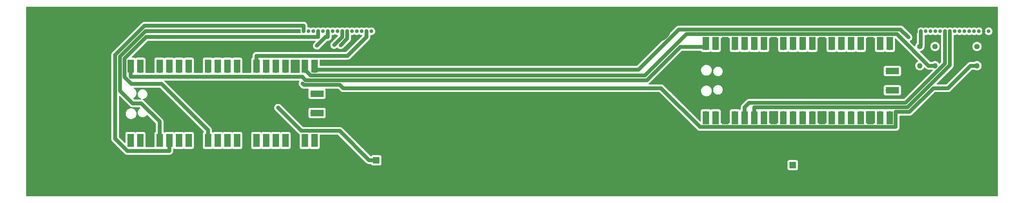
<source format=gbr>
%TF.GenerationSoftware,KiCad,Pcbnew,6.0.10-86aedd382b~118~ubuntu22.04.1*%
%TF.CreationDate,2023-01-15T11:44:38+01:00*%
%TF.ProjectId,tandberg-5000,74616e64-6265-4726-972d-353030302e6b,rev?*%
%TF.SameCoordinates,Original*%
%TF.FileFunction,Copper,L1,Top*%
%TF.FilePolarity,Positive*%
%FSLAX46Y46*%
G04 Gerber Fmt 4.6, Leading zero omitted, Abs format (unit mm)*
G04 Created by KiCad (PCBNEW 6.0.10-86aedd382b~118~ubuntu22.04.1) date 2023-01-15 11:44:38*
%MOMM*%
%LPD*%
G01*
G04 APERTURE LIST*
%TA.AperFunction,ComponentPad*%
%ADD10R,1.700000X1.700000*%
%TD*%
%TA.AperFunction,ComponentPad*%
%ADD11O,1.700000X1.700000*%
%TD*%
%TA.AperFunction,ComponentPad*%
%ADD12C,7.500000*%
%TD*%
%TA.AperFunction,ComponentPad*%
%ADD13R,1.000000X1.000000*%
%TD*%
%TA.AperFunction,ComponentPad*%
%ADD14O,1.000000X1.000000*%
%TD*%
%TA.AperFunction,ComponentPad*%
%ADD15C,1.400000*%
%TD*%
%TA.AperFunction,ComponentPad*%
%ADD16O,1.400000X1.400000*%
%TD*%
%TA.AperFunction,SMDPad,CuDef*%
%ADD17R,1.700000X3.500000*%
%TD*%
%TA.AperFunction,SMDPad,CuDef*%
%ADD18R,3.500000X1.700000*%
%TD*%
%TA.AperFunction,ViaPad*%
%ADD19C,0.800000*%
%TD*%
%TA.AperFunction,Conductor*%
%ADD20C,1.000000*%
%TD*%
G04 APERTURE END LIST*
D10*
%TO.P,SW2,1,1*%
%TO.N,Net-(SW2-Pad1)*%
X222655000Y-66270000D03*
D11*
%TO.P,SW2,2,2*%
%TO.N,GNDL*%
X222655000Y-68810000D03*
%TD*%
D10*
%TO.P,SW1,1,1*%
%TO.N,Net-(SW1-Pad1)*%
X113345000Y-65000000D03*
D11*
%TO.P,SW1,2,2*%
%TO.N,GNDL*%
X113345000Y-67540000D03*
%TD*%
D12*
%TO.P,H1,1,1*%
%TO.N,GNDL*%
X187000000Y-30000000D03*
%TD*%
D13*
%TO.P,J1,1,Pin_1*%
%TO.N,GNDL*%
X255000000Y-31000000D03*
D14*
%TO.P,J1,2,Pin_2*%
%TO.N,Net-(J1-Pad2)*%
X256270000Y-31000000D03*
%TO.P,J1,3,Pin_3*%
%TO.N,Net-(J1-Pad3)*%
X257540000Y-31000000D03*
%TO.P,J1,4,Pin_4*%
%TO.N,unconnected-(J1-Pad4)*%
X258810000Y-31000000D03*
%TO.P,J1,5,Pin_5*%
%TO.N,unconnected-(J1-Pad5)*%
X260080000Y-31000000D03*
%TO.P,J1,6,Pin_6*%
%TO.N,COL1*%
X261350000Y-31000000D03*
%TO.P,J1,7,Pin_7*%
%TO.N,COL2*%
X262620000Y-31000000D03*
%TO.P,J1,8,Pin_8*%
%TO.N,COL3*%
X263890000Y-31000000D03*
%TO.P,J1,9,Pin_9*%
%TO.N,COL4*%
X265160000Y-31000000D03*
%TO.P,J1,10,Pin_10*%
%TO.N,COL5*%
X266430000Y-31000000D03*
%TO.P,J1,11,Pin_11*%
%TO.N,COL6*%
X267700000Y-31000000D03*
%TO.P,J1,12,Pin_12*%
%TO.N,COL7*%
X268970000Y-31000000D03*
%TO.P,J1,13,Pin_13*%
%TO.N,COL8*%
X270240000Y-31000000D03*
%TO.P,J1,14,Pin_14*%
%TO.N,Net-(J1-Pad14)*%
X271510000Y-31000000D03*
%TO.P,J1,15,Pin_15*%
%TO.N,GNDL*%
X272780000Y-31000000D03*
%TO.P,J1,16,Pin_16*%
%TO.N,unconnected-(J1-Pad16)*%
X274050000Y-31000000D03*
%TD*%
D12*
%TO.P,H3,1,1*%
%TO.N,GNDL*%
X270000000Y-69000000D03*
%TD*%
D15*
%TO.P,R3,1*%
%TO.N,Net-(J1-Pad14)*%
X271000000Y-35000000D03*
D16*
%TO.P,R3,2*%
%TO.N,LED3*%
X271000000Y-40080000D03*
%TD*%
D12*
%TO.P,H4,1,1*%
%TO.N,GNDL*%
X27000000Y-68000000D03*
%TD*%
D15*
%TO.P,R2,1*%
%TO.N,Net-(J1-Pad3)*%
X260000000Y-35000000D03*
D16*
%TO.P,R2,2*%
%TO.N,LED2*%
X260000000Y-40080000D03*
%TD*%
D15*
%TO.P,R1,1*%
%TO.N,Net-(J1-Pad2)*%
X256000000Y-35000000D03*
D16*
%TO.P,R1,2*%
%TO.N,LED1*%
X256000000Y-40080000D03*
%TD*%
D11*
%TO.P,U1,1,GPIO0*%
%TO.N,SDA I2C0*%
X48870000Y-58890000D03*
D17*
X48870000Y-59790000D03*
%TO.P,U1,2,GPIO1*%
%TO.N,SCL I2C0*%
X51410000Y-59790000D03*
D11*
X51410000Y-58890000D03*
D17*
%TO.P,U1,3,GND*%
%TO.N,GNDL*%
X53950000Y-59790000D03*
D10*
X53950000Y-58890000D03*
D11*
%TO.P,U1,4,GPIO2*%
%TO.N,ROW1*%
X56490000Y-58890000D03*
D17*
X56490000Y-59790000D03*
D11*
%TO.P,U1,5,GPIO3*%
%TO.N,ROW2*%
X59030000Y-58890000D03*
D17*
X59030000Y-59790000D03*
D11*
%TO.P,U1,6,GPIO4*%
%TO.N,ROW3*%
X61570000Y-58890000D03*
D17*
X61570000Y-59790000D03*
D11*
%TO.P,U1,7,GPIO5*%
%TO.N,ROW4*%
X64110000Y-58890000D03*
D17*
X64110000Y-59790000D03*
%TO.P,U1,8,GND*%
%TO.N,GNDL*%
X66650000Y-59790000D03*
D10*
X66650000Y-58890000D03*
D17*
%TO.P,U1,9,GPIO6*%
%TO.N,ROW5*%
X69190000Y-59790000D03*
D11*
X69190000Y-58890000D03*
%TO.P,U1,10,GPIO7*%
%TO.N,ROW6*%
X71730000Y-58890000D03*
D17*
X71730000Y-59790000D03*
D11*
%TO.P,U1,11,GPIO8*%
%TO.N,ROW7*%
X74270000Y-58890000D03*
D17*
X74270000Y-59790000D03*
D11*
%TO.P,U1,12,GPIO9*%
%TO.N,ROW8*%
X76810000Y-58890000D03*
D17*
X76810000Y-59790000D03*
%TO.P,U1,13,GND*%
%TO.N,GNDL*%
X79350000Y-59790000D03*
D10*
X79350000Y-58890000D03*
D17*
%TO.P,U1,14,GPIO10*%
%TO.N,ROW9*%
X81890000Y-59790000D03*
D11*
X81890000Y-58890000D03*
%TO.P,U1,15,GPIO11*%
%TO.N,ROW10*%
X84430000Y-58890000D03*
D17*
X84430000Y-59790000D03*
%TO.P,U1,16,GPIO12*%
%TO.N,ROW11*%
X86970000Y-59790000D03*
D11*
X86970000Y-58890000D03*
D17*
%TO.P,U1,17,GPIO13*%
%TO.N,ROW12*%
X89510000Y-59790000D03*
D11*
X89510000Y-58890000D03*
D10*
%TO.P,U1,18,GND*%
%TO.N,GNDL*%
X92050000Y-58890000D03*
D17*
X92050000Y-59790000D03*
D11*
%TO.P,U1,19,GPIO14*%
%TO.N,ROW13*%
X94590000Y-58890000D03*
D17*
X94590000Y-59790000D03*
D11*
%TO.P,U1,20,GPIO15*%
%TO.N,ROW14*%
X97130000Y-58890000D03*
D17*
X97130000Y-59790000D03*
D11*
%TO.P,U1,21,GPIO16*%
%TO.N,LED1*%
X97130000Y-41110000D03*
D17*
X97130000Y-40210000D03*
%TO.P,U1,22,GPIO17*%
%TO.N,LED2*%
X94590000Y-40210000D03*
D11*
X94590000Y-41110000D03*
D10*
%TO.P,U1,23,GND*%
%TO.N,GNDL*%
X92050000Y-41110000D03*
D17*
X92050000Y-40210000D03*
%TO.P,U1,24,GPIO18*%
%TO.N,LED3*%
X89510000Y-40210000D03*
D11*
X89510000Y-41110000D03*
D17*
%TO.P,U1,25,GPIO19*%
%TO.N,ROW16*%
X86970000Y-40210000D03*
D11*
X86970000Y-41110000D03*
D17*
%TO.P,U1,26,GPIO20*%
%TO.N,unconnected-(U1-Pad26)*%
X84430000Y-40210000D03*
D11*
X84430000Y-41110000D03*
%TO.P,U1,27,GPIO21*%
%TO.N,ROW15*%
X81890000Y-41110000D03*
D17*
X81890000Y-40210000D03*
%TO.P,U1,28,GND*%
%TO.N,GNDL*%
X79350000Y-40210000D03*
D10*
X79350000Y-41110000D03*
D11*
%TO.P,U1,29,GPIO22*%
%TO.N,unconnected-(U1-Pad29)*%
X76810000Y-41110000D03*
D17*
X76810000Y-40210000D03*
D11*
%TO.P,U1,30,RUN*%
%TO.N,Net-(SW1-Pad1)*%
X74270000Y-41110000D03*
D17*
X74270000Y-40210000D03*
%TO.P,U1,31,GPIO26_ADC0*%
%TO.N,unconnected-(U1-Pad31)*%
X71730000Y-40210000D03*
D11*
X71730000Y-41110000D03*
D17*
%TO.P,U1,32,GPIO27_ADC1*%
%TO.N,unconnected-(U1-Pad32)*%
X69190000Y-40210000D03*
D11*
X69190000Y-41110000D03*
D17*
%TO.P,U1,33,AGND*%
%TO.N,GNDL*%
X66650000Y-40210000D03*
D10*
X66650000Y-41110000D03*
D17*
%TO.P,U1,34,GPIO28_ADC2*%
%TO.N,unconnected-(U1-Pad34)*%
X64110000Y-40210000D03*
D11*
X64110000Y-41110000D03*
D17*
%TO.P,U1,35,ADC_VREF*%
%TO.N,unconnected-(U1-Pad35)*%
X61570000Y-40210000D03*
D11*
X61570000Y-41110000D03*
%TO.P,U1,36,3V3*%
%TO.N,unconnected-(U1-Pad36)*%
X59030000Y-41110000D03*
D17*
X59030000Y-40210000D03*
D11*
%TO.P,U1,37,3V3_EN*%
%TO.N,unconnected-(U1-Pad37)*%
X56490000Y-41110000D03*
D17*
X56490000Y-40210000D03*
D10*
%TO.P,U1,38,GND*%
%TO.N,GNDL*%
X53950000Y-41110000D03*
D17*
X53950000Y-40210000D03*
D11*
%TO.P,U1,39,VSYS*%
%TO.N,unconnected-(U1-Pad39)*%
X51410000Y-41110000D03*
D17*
X51410000Y-40210000D03*
D11*
%TO.P,U1,40,VBUS*%
%TO.N,VCCL*%
X48870000Y-41110000D03*
D17*
X48870000Y-40210000D03*
D18*
%TO.P,U1,41,SWCLK*%
%TO.N,unconnected-(U1-Pad41)*%
X97800000Y-52540000D03*
D11*
X96900000Y-52540000D03*
D10*
%TO.P,U1,42,GND*%
%TO.N,GNDL*%
X96900000Y-50000000D03*
D18*
X97800000Y-50000000D03*
%TO.P,U1,43,SWDIO*%
%TO.N,unconnected-(U1-Pad43)*%
X97800000Y-47460000D03*
D11*
X96900000Y-47460000D03*
%TD*%
D17*
%TO.P,U2,1,GPIO0*%
%TO.N,sdaR*%
X199870000Y-53790000D03*
D11*
X199870000Y-52890000D03*
D17*
%TO.P,U2,2,GPIO1*%
%TO.N,sclR*%
X202410000Y-53790000D03*
D11*
X202410000Y-52890000D03*
D17*
%TO.P,U2,3,GND*%
%TO.N,GNDL*%
X204950000Y-53790000D03*
D10*
X204950000Y-52890000D03*
D11*
%TO.P,U2,4,GPIO2*%
%TO.N,COL1*%
X207490000Y-52890000D03*
D17*
X207490000Y-53790000D03*
%TO.P,U2,5,GPIO3*%
%TO.N,COL2*%
X210030000Y-53790000D03*
D11*
X210030000Y-52890000D03*
%TO.P,U2,6,GPIO4*%
%TO.N,COL3*%
X212570000Y-52890000D03*
D17*
X212570000Y-53790000D03*
D11*
%TO.P,U2,7,GPIO5*%
%TO.N,COL4*%
X215110000Y-52890000D03*
D17*
X215110000Y-53790000D03*
D10*
%TO.P,U2,8,GND*%
%TO.N,GNDL*%
X217650000Y-52890000D03*
D17*
X217650000Y-53790000D03*
D11*
%TO.P,U2,9,GPIO6*%
%TO.N,COL5*%
X220190000Y-52890000D03*
D17*
X220190000Y-53790000D03*
D11*
%TO.P,U2,10,GPIO7*%
%TO.N,COL6*%
X222730000Y-52890000D03*
D17*
X222730000Y-53790000D03*
%TO.P,U2,11,GPIO8*%
%TO.N,COL7*%
X225270000Y-53790000D03*
D11*
X225270000Y-52890000D03*
D17*
%TO.P,U2,12,GPIO9*%
%TO.N,COL8*%
X227810000Y-53790000D03*
D11*
X227810000Y-52890000D03*
D10*
%TO.P,U2,13,GND*%
%TO.N,GNDL*%
X230350000Y-52890000D03*
D17*
X230350000Y-53790000D03*
D11*
%TO.P,U2,14,GPIO10*%
%TO.N,unconnected-(U2-Pad14)*%
X232890000Y-52890000D03*
D17*
X232890000Y-53790000D03*
D11*
%TO.P,U2,15,GPIO11*%
%TO.N,unconnected-(U2-Pad15)*%
X235430000Y-52890000D03*
D17*
X235430000Y-53790000D03*
%TO.P,U2,16,GPIO12*%
%TO.N,unconnected-(U2-Pad16)*%
X237970000Y-53790000D03*
D11*
X237970000Y-52890000D03*
D17*
%TO.P,U2,17,GPIO13*%
%TO.N,unconnected-(U2-Pad17)*%
X240510000Y-53790000D03*
D11*
X240510000Y-52890000D03*
D17*
%TO.P,U2,18,GND*%
%TO.N,GNDL*%
X243050000Y-53790000D03*
D10*
X243050000Y-52890000D03*
D11*
%TO.P,U2,19,GPIO14*%
%TO.N,unconnected-(U2-Pad19)*%
X245590000Y-52890000D03*
D17*
X245590000Y-53790000D03*
%TO.P,U2,20,GPIO15*%
%TO.N,unconnected-(U2-Pad20)*%
X248130000Y-53790000D03*
D11*
X248130000Y-52890000D03*
D17*
%TO.P,U2,21,GPIO16*%
%TO.N,unconnected-(U2-Pad21)*%
X248130000Y-34210000D03*
D11*
X248130000Y-35110000D03*
%TO.P,U2,22,GPIO17*%
%TO.N,unconnected-(U2-Pad22)*%
X245590000Y-35110000D03*
D17*
X245590000Y-34210000D03*
%TO.P,U2,23,GND*%
%TO.N,GNDL*%
X243050000Y-34210000D03*
D10*
X243050000Y-35110000D03*
D17*
%TO.P,U2,24,GPIO18*%
%TO.N,unconnected-(U2-Pad24)*%
X240510000Y-34210000D03*
D11*
X240510000Y-35110000D03*
%TO.P,U2,25,GPIO19*%
%TO.N,unconnected-(U2-Pad25)*%
X237970000Y-35110000D03*
D17*
X237970000Y-34210000D03*
D11*
%TO.P,U2,26,GPIO20*%
%TO.N,unconnected-(U2-Pad26)*%
X235430000Y-35110000D03*
D17*
X235430000Y-34210000D03*
D11*
%TO.P,U2,27,GPIO21*%
%TO.N,unconnected-(U2-Pad27)*%
X232890000Y-35110000D03*
D17*
X232890000Y-34210000D03*
D10*
%TO.P,U2,28,GND*%
%TO.N,GNDL*%
X230350000Y-35110000D03*
D17*
X230350000Y-34210000D03*
D11*
%TO.P,U2,29,GPIO22*%
%TO.N,unconnected-(U2-Pad29)*%
X227810000Y-35110000D03*
D17*
X227810000Y-34210000D03*
%TO.P,U2,30,RUN*%
%TO.N,Net-(SW2-Pad1)*%
X225270000Y-34210000D03*
D11*
X225270000Y-35110000D03*
D17*
%TO.P,U2,31,GPIO26_ADC0*%
%TO.N,unconnected-(U2-Pad31)*%
X222730000Y-34210000D03*
D11*
X222730000Y-35110000D03*
D17*
%TO.P,U2,32,GPIO27_ADC1*%
%TO.N,unconnected-(U2-Pad32)*%
X220190000Y-34210000D03*
D11*
X220190000Y-35110000D03*
D10*
%TO.P,U2,33,AGND*%
%TO.N,GNDL*%
X217650000Y-35110000D03*
D17*
X217650000Y-34210000D03*
D11*
%TO.P,U2,34,GPIO28_ADC2*%
%TO.N,unconnected-(U2-Pad34)*%
X215110000Y-35110000D03*
D17*
X215110000Y-34210000D03*
%TO.P,U2,35,ADC_VREF*%
%TO.N,unconnected-(U2-Pad35)*%
X212570000Y-34210000D03*
D11*
X212570000Y-35110000D03*
D17*
%TO.P,U2,36,3V3*%
%TO.N,unconnected-(U2-Pad36)*%
X210030000Y-34210000D03*
D11*
X210030000Y-35110000D03*
D17*
%TO.P,U2,37,3V3_EN*%
%TO.N,unconnected-(U2-Pad37)*%
X207490000Y-34210000D03*
D11*
X207490000Y-35110000D03*
D10*
%TO.P,U2,38,GND*%
%TO.N,GNDL*%
X204950000Y-35110000D03*
D17*
X204950000Y-34210000D03*
%TO.P,U2,39,VSYS*%
%TO.N,unconnected-(U2-Pad39)*%
X202410000Y-34210000D03*
D11*
X202410000Y-35110000D03*
%TO.P,U2,40,VBUS*%
%TO.N,VCCL*%
X199870000Y-35110000D03*
D17*
X199870000Y-34210000D03*
D11*
%TO.P,U2,41,SWCLK*%
%TO.N,unconnected-(U2-Pad41)*%
X247900000Y-46540000D03*
D18*
X248800000Y-46540000D03*
%TO.P,U2,42,GND*%
%TO.N,GNDL*%
X248800000Y-44000000D03*
D10*
X247900000Y-44000000D03*
D11*
%TO.P,U2,43,SWDIO*%
%TO.N,unconnected-(U2-Pad43)*%
X247900000Y-41460000D03*
D18*
X248800000Y-41460000D03*
%TD*%
D12*
%TO.P,H2,1,1*%
%TO.N,GNDL*%
X27000000Y-31000000D03*
%TD*%
D13*
%TO.P,J2,1,Pin_1*%
%TO.N,ROW1*%
X93000000Y-31000000D03*
D14*
%TO.P,J2,2,Pin_2*%
%TO.N,ROW2*%
X94270000Y-31000000D03*
%TO.P,J2,3,Pin_3*%
%TO.N,ROW3*%
X95540000Y-31000000D03*
%TO.P,J2,4,Pin_4*%
%TO.N,ROW4*%
X96810000Y-31000000D03*
%TO.P,J2,5,Pin_5*%
%TO.N,ROW5*%
X98080000Y-31000000D03*
%TO.P,J2,6,Pin_6*%
%TO.N,ROW6*%
X99350000Y-31000000D03*
%TO.P,J2,7,Pin_7*%
%TO.N,ROW7*%
X100620000Y-31000000D03*
%TO.P,J2,8,Pin_8*%
%TO.N,ROW8*%
X101890000Y-31000000D03*
%TO.P,J2,9,Pin_9*%
%TO.N,ROW9*%
X103160000Y-31000000D03*
%TO.P,J2,10,Pin_10*%
%TO.N,ROW10*%
X104430000Y-31000000D03*
%TO.P,J2,11,Pin_11*%
%TO.N,ROW11*%
X105700000Y-31000000D03*
%TO.P,J2,12,Pin_12*%
%TO.N,ROW12*%
X106970000Y-31000000D03*
%TO.P,J2,13,Pin_13*%
%TO.N,ROW13*%
X108240000Y-31000000D03*
%TO.P,J2,14,Pin_14*%
%TO.N,ROW14*%
X109510000Y-31000000D03*
%TO.P,J2,15,Pin_15*%
%TO.N,ROW15*%
X110780000Y-31000000D03*
%TO.P,J2,16,Pin_16*%
%TO.N,ROW16*%
X112050000Y-31000000D03*
%TD*%
D19*
%TO.N,GNDL*%
X105000000Y-51000000D03*
X110000000Y-38000000D03*
X221000000Y-44000000D03*
X252000000Y-39000000D03*
X258000000Y-34000000D03*
%TO.N,Net-(SW1-Pad1)*%
X87586300Y-51149600D03*
%TO.N,LED3*%
X93992000Y-44743900D03*
%TO.N,LED1*%
X253004300Y-32596800D03*
%TO.N,ROW11*%
X103984900Y-34663800D03*
%TO.N,ROW10*%
X102306200Y-34617200D03*
%TO.N,ROW7*%
X97761200Y-34816000D03*
%TD*%
D20*
%TO.N,LED3*%
X93992000Y-44743900D02*
X94391700Y-45143600D01*
X94391700Y-45143600D02*
X103798600Y-45143600D01*
X104655000Y-46000000D02*
X188080000Y-46000000D01*
X103798600Y-45143600D02*
X104655000Y-46000000D01*
X188080000Y-46000000D02*
X198320000Y-56240000D01*
X198320000Y-56240000D02*
X249680000Y-56240000D01*
X249680000Y-56240000D02*
X249680000Y-52240000D01*
X249680000Y-52240000D02*
X253276756Y-52240000D01*
X253276756Y-52240000D02*
X259516756Y-46000000D01*
X259516756Y-46000000D02*
X263380000Y-46000000D01*
X263380000Y-46000000D02*
X269300000Y-40080000D01*
X269300000Y-40080000D02*
X271000000Y-40080000D01*
%TO.N,VCCL*%
X48870000Y-41110000D02*
X48870000Y-42960000D01*
X48870000Y-42960000D02*
X93905400Y-42960000D01*
X93905400Y-42960000D02*
X94827800Y-43882400D01*
X184363756Y-43882400D02*
X193136156Y-35110000D01*
X94827800Y-43882400D02*
X184363756Y-43882400D01*
X193136156Y-35110000D02*
X199870000Y-35110000D01*
%TO.N,Net-(SW1-Pad1)*%
X113345000Y-65000000D02*
X111495000Y-65000000D01*
X103747600Y-57252600D02*
X111495000Y-65000000D01*
X93689300Y-57252600D02*
X103747600Y-57252600D01*
X87586300Y-51149600D02*
X93689300Y-57252600D01*
%TO.N,LED2*%
X249975500Y-31755500D02*
X258300000Y-40080000D01*
X194793600Y-31755500D02*
X249975500Y-31755500D01*
X183866900Y-42682200D02*
X194793600Y-31755500D01*
X96162200Y-42682200D02*
X183866900Y-42682200D01*
X94590000Y-41110000D02*
X96162200Y-42682200D01*
X260000000Y-40080000D02*
X258300000Y-40080000D01*
%TO.N,LED1*%
X250926000Y-30518500D02*
X253004300Y-32596800D01*
X192776300Y-30518500D02*
X250926000Y-30518500D01*
X182184800Y-41110000D02*
X192776300Y-30518500D01*
X97130000Y-41110000D02*
X182184800Y-41110000D01*
%TO.N,ROW15*%
X105820000Y-37460000D02*
X81890000Y-37460000D01*
X110780000Y-32500000D02*
X105820000Y-37460000D01*
X110780000Y-31000000D02*
X110780000Y-32500000D01*
X81890000Y-41110000D02*
X81890000Y-37460000D01*
%TO.N,ROW11*%
X105700000Y-32948700D02*
X103984900Y-34663800D01*
X105700000Y-31000000D02*
X105700000Y-32948700D01*
%TO.N,ROW10*%
X104423400Y-32500000D02*
X102306200Y-34617200D01*
X104430000Y-32500000D02*
X104423400Y-32500000D01*
X104430000Y-31000000D02*
X104430000Y-32500000D01*
%TO.N,ROW7*%
X100077200Y-32500000D02*
X97761200Y-34816000D01*
X100620000Y-32500000D02*
X100077200Y-32500000D01*
X100620000Y-31000000D02*
X100620000Y-32500000D01*
%TO.N,ROW5*%
X57017300Y-44867300D02*
X69190000Y-57040000D01*
X49069400Y-44867300D02*
X57017300Y-44867300D01*
X47319900Y-43117800D02*
X49069400Y-44867300D01*
X47319900Y-38170000D02*
X47319900Y-43117800D01*
X52989900Y-32500000D02*
X47319900Y-38170000D01*
X98080000Y-32500000D02*
X52989900Y-32500000D01*
X98080000Y-31000000D02*
X98080000Y-32500000D01*
X69190000Y-58890000D02*
X69190000Y-57040000D01*
%TO.N,ROW2*%
X48019400Y-62540000D02*
X59030000Y-62540000D01*
X44849700Y-59370300D02*
X48019400Y-62540000D01*
X44849700Y-37195900D02*
X44849700Y-59370300D01*
X52545600Y-29500000D02*
X44849700Y-37195900D01*
X94270000Y-29500000D02*
X52545600Y-29500000D01*
X94270000Y-31000000D02*
X94270000Y-29500000D01*
X59030000Y-58890000D02*
X59030000Y-62540000D01*
%TO.N,ROW1*%
X56490000Y-54803700D02*
X56490000Y-58890000D01*
X51686300Y-50000000D02*
X56490000Y-54803700D01*
X49420000Y-50000000D02*
X51686300Y-50000000D01*
X46100900Y-46680900D02*
X49420000Y-50000000D01*
X46100900Y-37691800D02*
X46100900Y-46680900D01*
X52792700Y-31000000D02*
X46100900Y-37691800D01*
X93000000Y-31000000D02*
X52792700Y-31000000D01*
%TO.N,COL3*%
X252779700Y-51040000D02*
X212570000Y-51040000D01*
X263890000Y-39929700D02*
X252779700Y-51040000D01*
X263890000Y-31000000D02*
X263890000Y-39929700D01*
X212570000Y-52890000D02*
X212570000Y-51040000D01*
%TO.N,COL2*%
X262620000Y-39486600D02*
X262620000Y-31000000D01*
X252266800Y-49839800D02*
X262620000Y-39486600D01*
X211230200Y-49839800D02*
X252266800Y-49839800D01*
X210030000Y-51040000D02*
X211230200Y-49839800D01*
X210030000Y-52890000D02*
X210030000Y-51040000D01*
%TO.N,Net-(J1-Pad2)*%
X256270000Y-34730000D02*
X256270000Y-31000000D01*
X256000000Y-35000000D02*
X256270000Y-34730000D01*
%TD*%
%TA.AperFunction,Conductor*%
%TO.N,GNDL*%
G36*
X276433621Y-24528502D02*
G01*
X276480114Y-24582158D01*
X276491500Y-24634500D01*
X276491500Y-74365500D01*
X276471498Y-74433621D01*
X276417842Y-74480114D01*
X276365500Y-74491500D01*
X21634500Y-74491500D01*
X21566379Y-74471498D01*
X21519886Y-74417842D01*
X21508500Y-74365500D01*
X21508500Y-67168134D01*
X221296500Y-67168134D01*
X221303255Y-67230316D01*
X221354385Y-67366705D01*
X221441739Y-67483261D01*
X221558295Y-67570615D01*
X221694684Y-67621745D01*
X221756866Y-67628500D01*
X223553134Y-67628500D01*
X223615316Y-67621745D01*
X223751705Y-67570615D01*
X223868261Y-67483261D01*
X223955615Y-67366705D01*
X224006745Y-67230316D01*
X224013500Y-67168134D01*
X224013500Y-65371866D01*
X224006745Y-65309684D01*
X223955615Y-65173295D01*
X223868261Y-65056739D01*
X223751705Y-64969385D01*
X223615316Y-64918255D01*
X223553134Y-64911500D01*
X221756866Y-64911500D01*
X221694684Y-64918255D01*
X221558295Y-64969385D01*
X221441739Y-65056739D01*
X221354385Y-65173295D01*
X221303255Y-65309684D01*
X221296500Y-65371866D01*
X221296500Y-67168134D01*
X21508500Y-67168134D01*
X21508500Y-37192362D01*
X43836326Y-37192362D01*
X43836906Y-37198493D01*
X43840641Y-37238009D01*
X43841200Y-37249867D01*
X43841200Y-59308457D01*
X43840463Y-59322064D01*
X43836376Y-59359688D01*
X43836913Y-59365823D01*
X43840750Y-59409688D01*
X43841079Y-59414514D01*
X43841200Y-59416986D01*
X43841200Y-59420069D01*
X43841501Y-59423137D01*
X43845390Y-59462806D01*
X43845512Y-59464119D01*
X43853613Y-59556713D01*
X43855100Y-59561832D01*
X43855620Y-59567133D01*
X43882491Y-59656134D01*
X43882826Y-59657267D01*
X43908791Y-59746636D01*
X43911244Y-59751368D01*
X43912784Y-59756469D01*
X43915678Y-59761912D01*
X43956431Y-59838560D01*
X43957043Y-59839726D01*
X43999808Y-59922226D01*
X44003131Y-59926389D01*
X44005634Y-59931096D01*
X44064455Y-60003218D01*
X44065146Y-60004074D01*
X44096438Y-60043273D01*
X44098942Y-60045777D01*
X44099584Y-60046495D01*
X44103285Y-60050828D01*
X44130635Y-60084362D01*
X44135382Y-60088289D01*
X44135384Y-60088291D01*
X44165962Y-60113587D01*
X44174742Y-60121577D01*
X47262545Y-63209379D01*
X47271647Y-63219522D01*
X47295368Y-63249025D01*
X47317860Y-63267898D01*
X47333821Y-63281291D01*
X47337469Y-63284472D01*
X47339281Y-63286115D01*
X47341475Y-63288309D01*
X47374749Y-63315642D01*
X47375547Y-63316304D01*
X47446874Y-63376154D01*
X47451544Y-63378722D01*
X47455661Y-63382103D01*
X47537520Y-63425995D01*
X47538680Y-63426624D01*
X47614789Y-63468466D01*
X47614794Y-63468468D01*
X47620187Y-63471433D01*
X47625265Y-63473044D01*
X47629963Y-63475563D01*
X47718898Y-63502753D01*
X47720102Y-63503128D01*
X47808706Y-63531235D01*
X47813997Y-63531828D01*
X47819098Y-63533388D01*
X47911711Y-63542795D01*
X47912831Y-63542915D01*
X47962627Y-63548500D01*
X47966156Y-63548500D01*
X47967139Y-63548555D01*
X47972826Y-63549003D01*
X47993083Y-63551060D01*
X48009736Y-63552752D01*
X48009739Y-63552752D01*
X48015863Y-63553374D01*
X48061512Y-63549059D01*
X48073369Y-63548500D01*
X58970127Y-63548500D01*
X58983297Y-63549190D01*
X59016796Y-63552711D01*
X59016798Y-63552711D01*
X59022925Y-63553355D01*
X59073173Y-63548782D01*
X59077207Y-63548500D01*
X59079769Y-63548500D01*
X59082827Y-63548200D01*
X59082831Y-63548200D01*
X59124596Y-63544105D01*
X59125471Y-63544023D01*
X59147170Y-63542048D01*
X59219888Y-63535430D01*
X59223297Y-63534427D01*
X59226833Y-63534080D01*
X59317721Y-63506639D01*
X59318390Y-63506439D01*
X59409619Y-63479590D01*
X59412772Y-63477942D01*
X59416169Y-63476916D01*
X59423452Y-63473044D01*
X59445987Y-63461062D01*
X59500101Y-63432289D01*
X59500681Y-63431984D01*
X59584890Y-63387960D01*
X59587658Y-63385735D01*
X59590796Y-63384066D01*
X59608889Y-63369310D01*
X59664372Y-63324059D01*
X59665056Y-63323506D01*
X59734218Y-63267898D01*
X59734224Y-63267892D01*
X59739025Y-63264032D01*
X59741308Y-63261311D01*
X59744062Y-63259065D01*
X59756345Y-63244218D01*
X59804559Y-63185936D01*
X59805123Y-63185259D01*
X59862193Y-63117247D01*
X59862195Y-63117244D01*
X59866154Y-63112526D01*
X59867866Y-63109411D01*
X59870130Y-63106675D01*
X59915318Y-63023101D01*
X59915721Y-63022363D01*
X59958465Y-62944612D01*
X59958465Y-62944611D01*
X59961433Y-62939213D01*
X59962506Y-62935830D01*
X59964198Y-62932701D01*
X59992282Y-62841974D01*
X59992538Y-62841158D01*
X60019373Y-62756565D01*
X60019374Y-62756561D01*
X60021235Y-62750694D01*
X60021631Y-62747163D01*
X60022682Y-62743768D01*
X60032611Y-62649293D01*
X60032699Y-62648486D01*
X60038500Y-62596773D01*
X60038500Y-62594200D01*
X60038820Y-62590224D01*
X60042711Y-62553204D01*
X60042711Y-62553202D01*
X60043355Y-62547075D01*
X60039019Y-62499430D01*
X60038500Y-62488010D01*
X60038500Y-62111009D01*
X60058502Y-62042888D01*
X60112158Y-61996395D01*
X60117694Y-61994097D01*
X60118297Y-61993767D01*
X60126705Y-61990615D01*
X60224436Y-61917370D01*
X60290941Y-61892522D01*
X60360324Y-61907575D01*
X60375562Y-61917368D01*
X60473295Y-61990615D01*
X60609684Y-62041745D01*
X60671866Y-62048500D01*
X62468134Y-62048500D01*
X62530316Y-62041745D01*
X62666705Y-61990615D01*
X62764436Y-61917370D01*
X62830941Y-61892522D01*
X62900324Y-61907575D01*
X62915562Y-61917368D01*
X63013295Y-61990615D01*
X63149684Y-62041745D01*
X63211866Y-62048500D01*
X65008134Y-62048500D01*
X65070316Y-62041745D01*
X65206705Y-61990615D01*
X65323261Y-61903261D01*
X65410615Y-61786705D01*
X65461745Y-61650316D01*
X65468500Y-61588134D01*
X65468500Y-58987856D01*
X65469578Y-58971409D01*
X65471092Y-58959908D01*
X65471529Y-58956590D01*
X65472258Y-58926763D01*
X65473074Y-58893365D01*
X65473074Y-58893361D01*
X65473156Y-58890000D01*
X65468924Y-58838524D01*
X65468500Y-58828200D01*
X65468500Y-57991866D01*
X65461745Y-57929684D01*
X65410615Y-57793295D01*
X65323261Y-57676739D01*
X65206705Y-57589385D01*
X65070316Y-57538255D01*
X65008134Y-57531500D01*
X64124985Y-57531500D01*
X64123446Y-57531491D01*
X64020081Y-57530228D01*
X64020079Y-57530228D01*
X64014911Y-57530165D01*
X64009797Y-57530948D01*
X64006289Y-57531193D01*
X63997496Y-57531500D01*
X63211866Y-57531500D01*
X63149684Y-57538255D01*
X63013295Y-57589385D01*
X62915565Y-57662630D01*
X62849059Y-57687478D01*
X62779676Y-57672425D01*
X62764435Y-57662630D01*
X62666705Y-57589385D01*
X62530316Y-57538255D01*
X62468134Y-57531500D01*
X61584985Y-57531500D01*
X61583446Y-57531491D01*
X61480081Y-57530228D01*
X61480079Y-57530228D01*
X61474911Y-57530165D01*
X61469797Y-57530948D01*
X61466289Y-57531193D01*
X61457496Y-57531500D01*
X60671866Y-57531500D01*
X60609684Y-57538255D01*
X60473295Y-57589385D01*
X60375565Y-57662630D01*
X60309059Y-57687478D01*
X60239676Y-57672425D01*
X60224435Y-57662630D01*
X60126705Y-57589385D01*
X59990316Y-57538255D01*
X59928134Y-57531500D01*
X59044985Y-57531500D01*
X59043446Y-57531491D01*
X58940081Y-57530228D01*
X58940079Y-57530228D01*
X58934911Y-57530165D01*
X58929797Y-57530948D01*
X58926289Y-57531193D01*
X58917496Y-57531500D01*
X58131866Y-57531500D01*
X58069684Y-57538255D01*
X57933295Y-57589385D01*
X57835565Y-57662630D01*
X57769059Y-57687478D01*
X57699676Y-57672425D01*
X57684435Y-57662630D01*
X57586705Y-57589385D01*
X57578296Y-57586233D01*
X57570425Y-57581923D01*
X57571336Y-57580259D01*
X57523510Y-57544337D01*
X57498807Y-57477776D01*
X57498500Y-57468991D01*
X57498500Y-54865550D01*
X57499237Y-54851942D01*
X57499300Y-54851362D01*
X57503325Y-54814312D01*
X57498947Y-54764270D01*
X57498621Y-54759488D01*
X57498500Y-54757010D01*
X57498500Y-54753931D01*
X57498201Y-54750877D01*
X57498200Y-54750866D01*
X57494313Y-54711229D01*
X57494191Y-54709915D01*
X57486623Y-54623418D01*
X57486087Y-54617287D01*
X57484600Y-54612168D01*
X57484080Y-54606867D01*
X57457209Y-54517866D01*
X57456874Y-54516733D01*
X57432630Y-54433286D01*
X57432628Y-54433282D01*
X57430909Y-54427364D01*
X57428456Y-54422632D01*
X57426916Y-54417531D01*
X57383269Y-54335440D01*
X57382657Y-54334274D01*
X57342729Y-54257247D01*
X57339892Y-54251774D01*
X57336569Y-54247611D01*
X57334066Y-54242904D01*
X57275261Y-54170802D01*
X57274433Y-54169775D01*
X57245469Y-54133492D01*
X57245464Y-54133487D01*
X57243262Y-54130728D01*
X57240761Y-54128227D01*
X57240119Y-54127509D01*
X57236406Y-54123161D01*
X57224121Y-54108099D01*
X57209065Y-54089638D01*
X57204323Y-54085715D01*
X57204321Y-54085713D01*
X57173727Y-54060403D01*
X57164947Y-54052413D01*
X52443155Y-49330621D01*
X52434053Y-49320478D01*
X52414197Y-49295782D01*
X52410332Y-49290975D01*
X52371878Y-49258708D01*
X52368231Y-49255528D01*
X52366419Y-49253885D01*
X52364225Y-49251691D01*
X52330951Y-49224358D01*
X52330153Y-49223696D01*
X52258826Y-49163846D01*
X52254156Y-49161278D01*
X52250039Y-49157897D01*
X52168214Y-49114023D01*
X52167055Y-49113394D01*
X52090912Y-49071535D01*
X52090911Y-49071535D01*
X52089226Y-49070608D01*
X52089222Y-49070605D01*
X52085514Y-49068567D01*
X52085901Y-49067862D01*
X52035004Y-49025812D01*
X52013408Y-48958179D01*
X52031804Y-48889608D01*
X52084353Y-48841867D01*
X52128392Y-48829699D01*
X52143000Y-48828421D01*
X52249371Y-48819115D01*
X52462076Y-48762120D01*
X52661654Y-48669056D01*
X52773292Y-48590886D01*
X52837527Y-48545908D01*
X52837529Y-48545906D01*
X52842038Y-48542749D01*
X52997749Y-48387038D01*
X53015610Y-48361531D01*
X53120899Y-48211162D01*
X53120900Y-48211160D01*
X53124056Y-48206653D01*
X53126379Y-48201671D01*
X53126382Y-48201666D01*
X53199945Y-48043907D01*
X53217120Y-48007076D01*
X53274115Y-47794371D01*
X53293307Y-47575000D01*
X53274115Y-47355629D01*
X53217120Y-47142924D01*
X53154494Y-47008621D01*
X53126382Y-46948334D01*
X53126379Y-46948329D01*
X53124056Y-46943347D01*
X53120899Y-46938838D01*
X53000908Y-46767473D01*
X53000906Y-46767470D01*
X52997749Y-46762962D01*
X52842038Y-46607251D01*
X52835672Y-46602793D01*
X52762759Y-46551739D01*
X52661654Y-46480944D01*
X52462076Y-46387880D01*
X52249371Y-46330885D01*
X52030000Y-46311693D01*
X51810629Y-46330885D01*
X51597924Y-46387880D01*
X51530061Y-46419525D01*
X51403334Y-46478618D01*
X51403329Y-46478621D01*
X51398347Y-46480944D01*
X51393840Y-46484100D01*
X51393838Y-46484101D01*
X51222473Y-46604092D01*
X51222470Y-46604094D01*
X51217962Y-46607251D01*
X51062251Y-46762962D01*
X51059094Y-46767470D01*
X51059092Y-46767473D01*
X50939101Y-46938838D01*
X50935944Y-46943347D01*
X50933621Y-46948329D01*
X50933618Y-46948334D01*
X50905506Y-47008621D01*
X50842880Y-47142924D01*
X50785885Y-47355629D01*
X50766693Y-47575000D01*
X50785885Y-47794371D01*
X50842880Y-48007076D01*
X50860055Y-48043907D01*
X50933618Y-48201666D01*
X50933621Y-48201671D01*
X50935944Y-48206653D01*
X50939100Y-48211160D01*
X50939101Y-48211162D01*
X51044391Y-48361531D01*
X51062251Y-48387038D01*
X51217962Y-48542749D01*
X51222471Y-48545906D01*
X51222473Y-48545908D01*
X51286708Y-48590886D01*
X51398346Y-48669056D01*
X51419856Y-48679086D01*
X51574731Y-48751305D01*
X51628016Y-48798222D01*
X51647477Y-48866499D01*
X51626935Y-48934459D01*
X51572913Y-48980525D01*
X51521481Y-48991500D01*
X49889925Y-48991500D01*
X49821804Y-48971498D01*
X49800830Y-48954595D01*
X49587633Y-48741398D01*
X49553607Y-48679086D01*
X49558672Y-48608271D01*
X49601219Y-48551435D01*
X49621295Y-48539152D01*
X49719043Y-48491265D01*
X49719047Y-48491263D01*
X49723684Y-48488991D01*
X49912243Y-48354494D01*
X50076303Y-48191005D01*
X50211458Y-48002917D01*
X50261550Y-47901564D01*
X50311784Y-47799922D01*
X50311785Y-47799920D01*
X50314078Y-47795280D01*
X50381408Y-47573671D01*
X50411640Y-47344041D01*
X50413327Y-47275000D01*
X50402856Y-47147642D01*
X50394773Y-47049318D01*
X50394772Y-47049312D01*
X50394349Y-47044167D01*
X50365783Y-46930441D01*
X50339184Y-46824544D01*
X50339183Y-46824540D01*
X50337925Y-46819533D01*
X50335866Y-46814797D01*
X50247630Y-46611868D01*
X50247628Y-46611865D01*
X50245570Y-46607131D01*
X50119764Y-46412665D01*
X50097212Y-46387880D01*
X50044914Y-46330406D01*
X49963887Y-46241358D01*
X49959836Y-46238159D01*
X49959832Y-46238155D01*
X49785760Y-46100682D01*
X49744697Y-46042765D01*
X49741465Y-45971842D01*
X49777090Y-45910430D01*
X49840261Y-45878028D01*
X49863852Y-45875800D01*
X56547375Y-45875800D01*
X56615496Y-45895802D01*
X56636470Y-45912705D01*
X62388778Y-51665012D01*
X68117426Y-57393660D01*
X68151452Y-57455972D01*
X68146387Y-57526787D01*
X68103840Y-57583623D01*
X68097105Y-57587957D01*
X68093295Y-57589385D01*
X67976739Y-57676739D01*
X67889385Y-57793295D01*
X67838255Y-57929684D01*
X67831500Y-57991866D01*
X67831500Y-58810219D01*
X67830787Y-58823607D01*
X67827251Y-58856695D01*
X67827548Y-58861848D01*
X67827548Y-58861851D01*
X67831291Y-58926763D01*
X67831500Y-58934016D01*
X67831500Y-61588134D01*
X67838255Y-61650316D01*
X67889385Y-61786705D01*
X67976739Y-61903261D01*
X68093295Y-61990615D01*
X68229684Y-62041745D01*
X68291866Y-62048500D01*
X70088134Y-62048500D01*
X70150316Y-62041745D01*
X70286705Y-61990615D01*
X70384436Y-61917370D01*
X70450941Y-61892522D01*
X70520324Y-61907575D01*
X70535562Y-61917368D01*
X70633295Y-61990615D01*
X70769684Y-62041745D01*
X70831866Y-62048500D01*
X72628134Y-62048500D01*
X72690316Y-62041745D01*
X72826705Y-61990615D01*
X72924436Y-61917370D01*
X72990941Y-61892522D01*
X73060324Y-61907575D01*
X73075562Y-61917368D01*
X73173295Y-61990615D01*
X73309684Y-62041745D01*
X73371866Y-62048500D01*
X75168134Y-62048500D01*
X75230316Y-62041745D01*
X75366705Y-61990615D01*
X75464436Y-61917370D01*
X75530941Y-61892522D01*
X75600324Y-61907575D01*
X75615562Y-61917368D01*
X75713295Y-61990615D01*
X75849684Y-62041745D01*
X75911866Y-62048500D01*
X77708134Y-62048500D01*
X77770316Y-62041745D01*
X77906705Y-61990615D01*
X78023261Y-61903261D01*
X78110615Y-61786705D01*
X78161745Y-61650316D01*
X78168500Y-61588134D01*
X78168500Y-58987856D01*
X78169578Y-58971409D01*
X78171092Y-58959908D01*
X78171529Y-58956590D01*
X78172258Y-58926763D01*
X78173074Y-58893365D01*
X78173074Y-58893361D01*
X78173156Y-58890000D01*
X78170418Y-58856695D01*
X80527251Y-58856695D01*
X80527548Y-58861848D01*
X80527548Y-58861851D01*
X80531291Y-58926763D01*
X80531500Y-58934016D01*
X80531500Y-61588134D01*
X80538255Y-61650316D01*
X80589385Y-61786705D01*
X80676739Y-61903261D01*
X80793295Y-61990615D01*
X80929684Y-62041745D01*
X80991866Y-62048500D01*
X82788134Y-62048500D01*
X82850316Y-62041745D01*
X82986705Y-61990615D01*
X83084436Y-61917370D01*
X83150941Y-61892522D01*
X83220324Y-61907575D01*
X83235562Y-61917368D01*
X83333295Y-61990615D01*
X83469684Y-62041745D01*
X83531866Y-62048500D01*
X85328134Y-62048500D01*
X85390316Y-62041745D01*
X85526705Y-61990615D01*
X85624436Y-61917370D01*
X85690941Y-61892522D01*
X85760324Y-61907575D01*
X85775562Y-61917368D01*
X85873295Y-61990615D01*
X86009684Y-62041745D01*
X86071866Y-62048500D01*
X87868134Y-62048500D01*
X87930316Y-62041745D01*
X88066705Y-61990615D01*
X88164436Y-61917370D01*
X88230941Y-61892522D01*
X88300324Y-61907575D01*
X88315562Y-61917368D01*
X88413295Y-61990615D01*
X88549684Y-62041745D01*
X88611866Y-62048500D01*
X90408134Y-62048500D01*
X90470316Y-62041745D01*
X90606705Y-61990615D01*
X90723261Y-61903261D01*
X90810615Y-61786705D01*
X90861745Y-61650316D01*
X90868500Y-61588134D01*
X90868500Y-58987856D01*
X90869578Y-58971409D01*
X90871092Y-58959908D01*
X90871529Y-58956590D01*
X90872258Y-58926763D01*
X90873074Y-58893365D01*
X90873074Y-58893361D01*
X90873156Y-58890000D01*
X90868924Y-58838524D01*
X90868500Y-58828200D01*
X90868500Y-57991866D01*
X90861745Y-57929684D01*
X90810615Y-57793295D01*
X90723261Y-57676739D01*
X90606705Y-57589385D01*
X90470316Y-57538255D01*
X90408134Y-57531500D01*
X89524985Y-57531500D01*
X89523446Y-57531491D01*
X89420081Y-57530228D01*
X89420079Y-57530228D01*
X89414911Y-57530165D01*
X89409797Y-57530948D01*
X89406289Y-57531193D01*
X89397496Y-57531500D01*
X88611866Y-57531500D01*
X88549684Y-57538255D01*
X88413295Y-57589385D01*
X88315565Y-57662630D01*
X88249059Y-57687478D01*
X88179676Y-57672425D01*
X88164435Y-57662630D01*
X88066705Y-57589385D01*
X87930316Y-57538255D01*
X87868134Y-57531500D01*
X86984985Y-57531500D01*
X86983446Y-57531491D01*
X86880081Y-57530228D01*
X86880079Y-57530228D01*
X86874911Y-57530165D01*
X86869797Y-57530948D01*
X86866289Y-57531193D01*
X86857496Y-57531500D01*
X86071866Y-57531500D01*
X86009684Y-57538255D01*
X85873295Y-57589385D01*
X85775565Y-57662630D01*
X85709059Y-57687478D01*
X85639676Y-57672425D01*
X85624435Y-57662630D01*
X85526705Y-57589385D01*
X85390316Y-57538255D01*
X85328134Y-57531500D01*
X84444985Y-57531500D01*
X84443446Y-57531491D01*
X84340081Y-57530228D01*
X84340079Y-57530228D01*
X84334911Y-57530165D01*
X84329797Y-57530948D01*
X84326289Y-57531193D01*
X84317496Y-57531500D01*
X83531866Y-57531500D01*
X83469684Y-57538255D01*
X83333295Y-57589385D01*
X83235565Y-57662630D01*
X83169059Y-57687478D01*
X83099676Y-57672425D01*
X83084435Y-57662630D01*
X82986705Y-57589385D01*
X82850316Y-57538255D01*
X82788134Y-57531500D01*
X81904985Y-57531500D01*
X81903446Y-57531491D01*
X81800081Y-57530228D01*
X81800079Y-57530228D01*
X81794911Y-57530165D01*
X81789797Y-57530948D01*
X81786289Y-57531193D01*
X81777496Y-57531500D01*
X80991866Y-57531500D01*
X80929684Y-57538255D01*
X80793295Y-57589385D01*
X80676739Y-57676739D01*
X80589385Y-57793295D01*
X80538255Y-57929684D01*
X80531500Y-57991866D01*
X80531500Y-58810219D01*
X80530787Y-58823607D01*
X80527251Y-58856695D01*
X78170418Y-58856695D01*
X78168924Y-58838524D01*
X78168500Y-58828200D01*
X78168500Y-57991866D01*
X78161745Y-57929684D01*
X78110615Y-57793295D01*
X78023261Y-57676739D01*
X77906705Y-57589385D01*
X77770316Y-57538255D01*
X77708134Y-57531500D01*
X76824985Y-57531500D01*
X76823446Y-57531491D01*
X76720081Y-57530228D01*
X76720079Y-57530228D01*
X76714911Y-57530165D01*
X76709797Y-57530948D01*
X76706289Y-57531193D01*
X76697496Y-57531500D01*
X75911866Y-57531500D01*
X75849684Y-57538255D01*
X75713295Y-57589385D01*
X75615565Y-57662630D01*
X75549059Y-57687478D01*
X75479676Y-57672425D01*
X75464435Y-57662630D01*
X75366705Y-57589385D01*
X75230316Y-57538255D01*
X75168134Y-57531500D01*
X74284985Y-57531500D01*
X74283446Y-57531491D01*
X74180081Y-57530228D01*
X74180079Y-57530228D01*
X74174911Y-57530165D01*
X74169797Y-57530948D01*
X74166289Y-57531193D01*
X74157496Y-57531500D01*
X73371866Y-57531500D01*
X73309684Y-57538255D01*
X73173295Y-57589385D01*
X73075565Y-57662630D01*
X73009059Y-57687478D01*
X72939676Y-57672425D01*
X72924435Y-57662630D01*
X72826705Y-57589385D01*
X72690316Y-57538255D01*
X72628134Y-57531500D01*
X71744985Y-57531500D01*
X71743446Y-57531491D01*
X71640081Y-57530228D01*
X71640079Y-57530228D01*
X71634911Y-57530165D01*
X71629797Y-57530948D01*
X71626289Y-57531193D01*
X71617496Y-57531500D01*
X70831866Y-57531500D01*
X70769684Y-57538255D01*
X70633295Y-57589385D01*
X70535565Y-57662630D01*
X70469059Y-57687478D01*
X70399676Y-57672425D01*
X70384435Y-57662630D01*
X70286705Y-57589385D01*
X70278296Y-57586233D01*
X70270425Y-57581923D01*
X70271336Y-57580259D01*
X70223510Y-57544337D01*
X70198807Y-57477776D01*
X70198500Y-57468991D01*
X70198500Y-57101840D01*
X70199237Y-57088232D01*
X70202659Y-57056736D01*
X70202659Y-57056732D01*
X70203324Y-57050611D01*
X70200953Y-57023506D01*
X70198950Y-57000609D01*
X70198621Y-56995784D01*
X70198500Y-56993313D01*
X70198500Y-56990231D01*
X70195444Y-56959065D01*
X70194309Y-56947489D01*
X70194187Y-56946174D01*
X70186623Y-56859719D01*
X70186087Y-56853587D01*
X70184600Y-56848468D01*
X70184080Y-56843167D01*
X70157218Y-56754194D01*
X70156862Y-56752994D01*
X70148187Y-56723135D01*
X70130909Y-56663663D01*
X70128455Y-56658929D01*
X70126916Y-56653831D01*
X70120905Y-56642526D01*
X70083316Y-56571831D01*
X70082702Y-56570663D01*
X70042726Y-56493541D01*
X70042725Y-56493540D01*
X70039892Y-56488074D01*
X70036569Y-56483911D01*
X70034066Y-56479204D01*
X69975164Y-56406983D01*
X69974492Y-56406150D01*
X69943261Y-56367027D01*
X69940770Y-56364536D01*
X69940120Y-56363809D01*
X69936408Y-56359463D01*
X69912955Y-56330708D01*
X69909065Y-56325938D01*
X69904323Y-56322015D01*
X69904321Y-56322013D01*
X69873727Y-56296703D01*
X69864947Y-56288713D01*
X64715222Y-51138988D01*
X86572976Y-51138988D01*
X86590213Y-51336013D01*
X86591932Y-51341930D01*
X86591933Y-51341935D01*
X86619226Y-51435876D01*
X86645391Y-51525936D01*
X86736408Y-51701526D01*
X86740248Y-51706336D01*
X86830842Y-51819823D01*
X86830849Y-51819830D01*
X86833038Y-51822573D01*
X86835533Y-51825068D01*
X92932445Y-57921979D01*
X92941547Y-57932122D01*
X92965268Y-57961625D01*
X93003756Y-57993920D01*
X93007375Y-57997078D01*
X93009190Y-57998724D01*
X93011375Y-58000909D01*
X93013755Y-58002864D01*
X93013765Y-58002873D01*
X93044536Y-58028149D01*
X93045551Y-58028991D01*
X93116774Y-58088754D01*
X93121448Y-58091323D01*
X93125561Y-58094702D01*
X93130998Y-58097617D01*
X93130999Y-58097618D01*
X93165041Y-58115871D01*
X93215624Y-58165689D01*
X93231500Y-58226915D01*
X93231500Y-58810219D01*
X93230787Y-58823607D01*
X93227251Y-58856695D01*
X93227548Y-58861848D01*
X93227548Y-58861851D01*
X93231291Y-58926763D01*
X93231500Y-58934016D01*
X93231500Y-61588134D01*
X93238255Y-61650316D01*
X93289385Y-61786705D01*
X93376739Y-61903261D01*
X93493295Y-61990615D01*
X93629684Y-62041745D01*
X93691866Y-62048500D01*
X95488134Y-62048500D01*
X95550316Y-62041745D01*
X95686705Y-61990615D01*
X95784436Y-61917370D01*
X95850941Y-61892522D01*
X95920324Y-61907575D01*
X95935562Y-61917368D01*
X96033295Y-61990615D01*
X96169684Y-62041745D01*
X96231866Y-62048500D01*
X98028134Y-62048500D01*
X98090316Y-62041745D01*
X98226705Y-61990615D01*
X98343261Y-61903261D01*
X98430615Y-61786705D01*
X98481745Y-61650316D01*
X98488500Y-61588134D01*
X98488500Y-58987856D01*
X98489578Y-58971409D01*
X98491092Y-58959908D01*
X98491529Y-58956590D01*
X98492258Y-58926763D01*
X98493074Y-58893365D01*
X98493074Y-58893361D01*
X98493156Y-58890000D01*
X98488924Y-58838524D01*
X98488500Y-58828200D01*
X98488500Y-58387100D01*
X98508502Y-58318979D01*
X98562158Y-58272486D01*
X98614500Y-58261100D01*
X103277675Y-58261100D01*
X103345796Y-58281102D01*
X103366770Y-58298005D01*
X110738145Y-65669379D01*
X110747247Y-65679522D01*
X110770968Y-65709025D01*
X110775696Y-65712992D01*
X110809421Y-65741291D01*
X110813069Y-65744472D01*
X110814881Y-65746115D01*
X110817075Y-65748309D01*
X110850349Y-65775642D01*
X110851147Y-65776304D01*
X110922474Y-65836154D01*
X110927144Y-65838722D01*
X110931261Y-65842103D01*
X110989145Y-65873140D01*
X111013086Y-65885977D01*
X111014245Y-65886606D01*
X111090381Y-65928462D01*
X111090389Y-65928465D01*
X111095787Y-65931433D01*
X111100869Y-65933045D01*
X111105563Y-65935562D01*
X111194531Y-65962762D01*
X111195559Y-65963082D01*
X111284306Y-65991235D01*
X111289602Y-65991829D01*
X111294698Y-65993387D01*
X111387257Y-66002790D01*
X111388393Y-66002911D01*
X111422008Y-66006681D01*
X111434730Y-66008108D01*
X111434734Y-66008108D01*
X111438227Y-66008500D01*
X111441754Y-66008500D01*
X111442739Y-66008555D01*
X111448419Y-66009002D01*
X111477825Y-66011989D01*
X111485337Y-66012752D01*
X111485339Y-66012752D01*
X111491462Y-66013374D01*
X111537108Y-66009059D01*
X111548967Y-66008500D01*
X111923991Y-66008500D01*
X111992112Y-66028502D01*
X112038605Y-66082158D01*
X112040903Y-66087694D01*
X112041232Y-66088296D01*
X112044385Y-66096705D01*
X112131739Y-66213261D01*
X112248295Y-66300615D01*
X112384684Y-66351745D01*
X112446866Y-66358500D01*
X114243134Y-66358500D01*
X114305316Y-66351745D01*
X114441705Y-66300615D01*
X114558261Y-66213261D01*
X114645615Y-66096705D01*
X114696745Y-65960316D01*
X114703500Y-65898134D01*
X114703500Y-64101866D01*
X114696745Y-64039684D01*
X114645615Y-63903295D01*
X114558261Y-63786739D01*
X114441705Y-63699385D01*
X114305316Y-63648255D01*
X114243134Y-63641500D01*
X112446866Y-63641500D01*
X112384684Y-63648255D01*
X112248295Y-63699385D01*
X112131739Y-63786739D01*
X112044385Y-63903295D01*
X112044057Y-63903049D01*
X111998012Y-63948987D01*
X111928621Y-63963998D01*
X111862129Y-63939111D01*
X111848660Y-63927425D01*
X104504455Y-56583221D01*
X104495353Y-56573078D01*
X104475497Y-56548382D01*
X104471632Y-56543575D01*
X104433178Y-56511308D01*
X104429531Y-56508128D01*
X104427719Y-56506485D01*
X104425525Y-56504291D01*
X104392251Y-56476958D01*
X104391453Y-56476296D01*
X104320126Y-56416446D01*
X104315456Y-56413878D01*
X104311339Y-56410497D01*
X104229514Y-56366623D01*
X104228355Y-56365994D01*
X104152219Y-56324138D01*
X104152211Y-56324135D01*
X104146813Y-56321167D01*
X104141731Y-56319555D01*
X104137037Y-56317038D01*
X104048069Y-56289838D01*
X104047041Y-56289518D01*
X103958294Y-56261365D01*
X103952998Y-56260771D01*
X103947902Y-56259213D01*
X103855343Y-56249810D01*
X103854207Y-56249689D01*
X103820592Y-56245919D01*
X103807870Y-56244492D01*
X103807866Y-56244492D01*
X103804373Y-56244100D01*
X103800846Y-56244100D01*
X103799861Y-56244045D01*
X103794181Y-56243598D01*
X103764775Y-56240611D01*
X103757263Y-56239848D01*
X103757261Y-56239848D01*
X103751138Y-56239226D01*
X103708859Y-56243223D01*
X103705491Y-56243541D01*
X103693633Y-56244100D01*
X94159224Y-56244100D01*
X94091103Y-56224098D01*
X94070129Y-56207195D01*
X90369629Y-52506695D01*
X95537251Y-52506695D01*
X95537548Y-52511848D01*
X95537548Y-52511851D01*
X95541291Y-52576763D01*
X95541500Y-52584016D01*
X95541500Y-53438134D01*
X95548255Y-53500316D01*
X95599385Y-53636705D01*
X95686739Y-53753261D01*
X95803295Y-53840615D01*
X95939684Y-53891745D01*
X96001866Y-53898500D01*
X96870826Y-53898500D01*
X96875443Y-53898585D01*
X96956673Y-53901564D01*
X96956677Y-53901564D01*
X96961837Y-53901753D01*
X96966957Y-53901097D01*
X96966959Y-53901097D01*
X96979261Y-53899521D01*
X96995271Y-53898500D01*
X99598134Y-53898500D01*
X99660316Y-53891745D01*
X99796705Y-53840615D01*
X99913261Y-53753261D01*
X100000615Y-53636705D01*
X100051745Y-53500316D01*
X100058500Y-53438134D01*
X100058500Y-51641866D01*
X100051745Y-51579684D01*
X100000615Y-51443295D01*
X99913261Y-51326739D01*
X99796705Y-51239385D01*
X99660316Y-51188255D01*
X99598134Y-51181500D01*
X96914985Y-51181500D01*
X96913446Y-51181491D01*
X96810081Y-51180228D01*
X96810079Y-51180228D01*
X96804911Y-51180165D01*
X96799797Y-51180948D01*
X96796289Y-51181193D01*
X96787496Y-51181500D01*
X96001866Y-51181500D01*
X95939684Y-51188255D01*
X95803295Y-51239385D01*
X95686739Y-51326739D01*
X95599385Y-51443295D01*
X95548255Y-51579684D01*
X95541500Y-51641866D01*
X95541500Y-52460219D01*
X95540787Y-52473607D01*
X95537251Y-52506695D01*
X90369629Y-52506695D01*
X88264225Y-50401291D01*
X88258028Y-50396200D01*
X88207165Y-50354421D01*
X88150039Y-50307497D01*
X87975737Y-50214038D01*
X87867081Y-50180818D01*
X87792500Y-50158016D01*
X87792498Y-50158016D01*
X87786602Y-50156213D01*
X87728749Y-50150336D01*
X87595966Y-50136848D01*
X87595961Y-50136848D01*
X87589838Y-50136226D01*
X87465775Y-50147954D01*
X87399071Y-50154259D01*
X87399069Y-50154259D01*
X87392938Y-50154839D01*
X87298171Y-50183090D01*
X87209307Y-50209581D01*
X87209305Y-50209582D01*
X87203404Y-50211341D01*
X87028454Y-50303582D01*
X87023668Y-50307458D01*
X87023666Y-50307459D01*
X86910210Y-50399334D01*
X86874753Y-50428047D01*
X86870808Y-50432782D01*
X86833530Y-50477525D01*
X86748154Y-50579996D01*
X86653478Y-50753641D01*
X86630072Y-50828331D01*
X86596642Y-50935007D01*
X86594335Y-50942368D01*
X86593670Y-50948491D01*
X86593669Y-50948495D01*
X86575494Y-51115805D01*
X86572976Y-51138988D01*
X64715222Y-51138988D01*
X57774155Y-44197921D01*
X57765052Y-44187776D01*
X57753534Y-44173450D01*
X57726439Y-44107828D01*
X57739123Y-44037973D01*
X57787560Y-43986066D01*
X57851732Y-43968500D01*
X93056467Y-43968500D01*
X93124588Y-43988502D01*
X93171081Y-44042158D01*
X93181185Y-44112432D01*
X93160681Y-44165320D01*
X93157799Y-44169561D01*
X93153854Y-44174296D01*
X93059178Y-44347941D01*
X93000035Y-44536668D01*
X92999370Y-44542791D01*
X92999369Y-44542795D01*
X92979417Y-44726466D01*
X92978676Y-44733288D01*
X92995913Y-44930313D01*
X92997632Y-44936230D01*
X92997633Y-44936235D01*
X93026991Y-45037285D01*
X93051091Y-45120236D01*
X93142108Y-45295826D01*
X93145948Y-45300636D01*
X93236542Y-45414123D01*
X93236549Y-45414130D01*
X93238738Y-45416873D01*
X93634852Y-45812987D01*
X93643942Y-45823117D01*
X93667668Y-45852625D01*
X93672392Y-45856589D01*
X93706121Y-45884891D01*
X93709769Y-45888072D01*
X93711581Y-45889715D01*
X93713775Y-45891909D01*
X93747049Y-45919242D01*
X93747847Y-45919904D01*
X93819174Y-45979754D01*
X93823844Y-45982322D01*
X93827961Y-45985703D01*
X93885845Y-46016740D01*
X93909786Y-46029577D01*
X93910945Y-46030206D01*
X93987081Y-46072062D01*
X93987089Y-46072065D01*
X93992487Y-46075033D01*
X93997569Y-46076645D01*
X94002263Y-46079162D01*
X94091231Y-46106362D01*
X94092259Y-46106682D01*
X94181006Y-46134835D01*
X94186302Y-46135429D01*
X94191398Y-46136987D01*
X94283957Y-46146390D01*
X94285093Y-46146511D01*
X94318708Y-46150281D01*
X94331430Y-46151708D01*
X94331434Y-46151708D01*
X94334927Y-46152100D01*
X94338454Y-46152100D01*
X94339439Y-46152155D01*
X94345119Y-46152602D01*
X94374525Y-46155589D01*
X94382037Y-46156352D01*
X94382039Y-46156352D01*
X94388162Y-46156974D01*
X94433808Y-46152659D01*
X94445667Y-46152100D01*
X95505776Y-46152100D01*
X95573897Y-46172102D01*
X95620390Y-46225758D01*
X95630494Y-46296032D01*
X95608894Y-46348139D01*
X95609079Y-46348240D01*
X95608144Y-46349947D01*
X95606604Y-46353662D01*
X95599385Y-46363295D01*
X95548255Y-46499684D01*
X95541500Y-46561866D01*
X95541500Y-47380219D01*
X95540787Y-47393607D01*
X95537251Y-47426695D01*
X95537548Y-47431848D01*
X95537548Y-47431851D01*
X95541291Y-47496763D01*
X95541500Y-47504016D01*
X95541500Y-48358134D01*
X95548255Y-48420316D01*
X95599385Y-48556705D01*
X95686739Y-48673261D01*
X95803295Y-48760615D01*
X95939684Y-48811745D01*
X96001866Y-48818500D01*
X96870826Y-48818500D01*
X96875443Y-48818585D01*
X96956673Y-48821564D01*
X96956677Y-48821564D01*
X96961837Y-48821753D01*
X96966957Y-48821097D01*
X96966959Y-48821097D01*
X96979261Y-48819521D01*
X96995271Y-48818500D01*
X99598134Y-48818500D01*
X99660316Y-48811745D01*
X99796705Y-48760615D01*
X99913261Y-48673261D01*
X100000615Y-48556705D01*
X100051745Y-48420316D01*
X100058500Y-48358134D01*
X100058500Y-46561866D01*
X100051745Y-46499684D01*
X100000615Y-46363295D01*
X99993396Y-46353662D01*
X99992335Y-46350822D01*
X99990921Y-46348240D01*
X99991294Y-46348036D01*
X99968550Y-46287156D01*
X99983604Y-46217774D01*
X100033779Y-46167545D01*
X100094224Y-46152100D01*
X103328675Y-46152100D01*
X103396796Y-46172102D01*
X103417770Y-46189005D01*
X103898149Y-46669384D01*
X103907251Y-46679527D01*
X103930968Y-46709025D01*
X103969446Y-46741312D01*
X103973062Y-46744467D01*
X103974888Y-46746123D01*
X103977074Y-46748309D01*
X103979454Y-46750264D01*
X103979464Y-46750273D01*
X104010268Y-46775576D01*
X104011283Y-46776418D01*
X104082474Y-46836154D01*
X104087148Y-46838723D01*
X104091261Y-46842102D01*
X104096698Y-46845017D01*
X104096699Y-46845018D01*
X104173047Y-46885955D01*
X104174177Y-46886568D01*
X104186367Y-46893269D01*
X104247267Y-46926749D01*
X104255787Y-46931433D01*
X104260869Y-46933045D01*
X104265563Y-46935562D01*
X104354531Y-46962762D01*
X104355559Y-46963082D01*
X104444306Y-46991235D01*
X104449602Y-46991829D01*
X104454698Y-46993387D01*
X104547222Y-47002785D01*
X104548342Y-47002905D01*
X104581664Y-47006642D01*
X104594730Y-47008108D01*
X104594734Y-47008108D01*
X104598227Y-47008500D01*
X104601754Y-47008500D01*
X104602757Y-47008556D01*
X104608441Y-47009003D01*
X104631831Y-47011379D01*
X104645336Y-47012751D01*
X104645338Y-47012751D01*
X104651462Y-47013373D01*
X104697101Y-47009059D01*
X104708957Y-47008500D01*
X187610075Y-47008500D01*
X187678196Y-47028502D01*
X187699170Y-47045405D01*
X197563145Y-56909379D01*
X197572247Y-56919522D01*
X197595968Y-56949025D01*
X197618460Y-56967898D01*
X197634421Y-56981291D01*
X197638069Y-56984472D01*
X197639881Y-56986115D01*
X197642075Y-56988309D01*
X197675349Y-57015642D01*
X197676147Y-57016304D01*
X197747474Y-57076154D01*
X197752144Y-57078722D01*
X197756261Y-57082103D01*
X197780344Y-57095016D01*
X197838086Y-57125977D01*
X197839245Y-57126606D01*
X197915381Y-57168462D01*
X197915389Y-57168465D01*
X197920787Y-57171433D01*
X197925869Y-57173045D01*
X197930563Y-57175562D01*
X198003771Y-57197945D01*
X198019477Y-57202747D01*
X198020735Y-57203139D01*
X198109306Y-57231235D01*
X198114597Y-57231829D01*
X198119698Y-57233388D01*
X198212263Y-57242790D01*
X198213450Y-57242916D01*
X198242838Y-57246213D01*
X198259730Y-57248108D01*
X198259735Y-57248108D01*
X198263227Y-57248500D01*
X198266752Y-57248500D01*
X198267737Y-57248555D01*
X198273432Y-57249003D01*
X198285342Y-57250213D01*
X198310334Y-57252752D01*
X198310339Y-57252752D01*
X198316462Y-57253374D01*
X198362108Y-57249059D01*
X198373967Y-57248500D01*
X249620127Y-57248500D01*
X249633297Y-57249190D01*
X249666796Y-57252711D01*
X249666798Y-57252711D01*
X249672925Y-57253355D01*
X249723173Y-57248782D01*
X249727207Y-57248500D01*
X249729769Y-57248500D01*
X249732827Y-57248200D01*
X249732831Y-57248200D01*
X249774596Y-57244105D01*
X249775471Y-57244023D01*
X249797170Y-57242048D01*
X249869888Y-57235430D01*
X249873297Y-57234427D01*
X249876833Y-57234080D01*
X249967721Y-57206639D01*
X249968390Y-57206439D01*
X250059619Y-57179590D01*
X250062772Y-57177942D01*
X250066169Y-57176916D01*
X250073168Y-57173195D01*
X250095987Y-57161062D01*
X250150101Y-57132289D01*
X250150681Y-57131984D01*
X250234890Y-57087960D01*
X250237658Y-57085735D01*
X250240796Y-57084066D01*
X250289339Y-57044475D01*
X250314372Y-57024059D01*
X250315056Y-57023506D01*
X250384218Y-56967898D01*
X250384224Y-56967892D01*
X250389025Y-56964032D01*
X250391308Y-56961311D01*
X250394062Y-56959065D01*
X250403639Y-56947489D01*
X250454559Y-56885936D01*
X250455123Y-56885259D01*
X250512193Y-56817247D01*
X250512195Y-56817244D01*
X250516154Y-56812526D01*
X250517866Y-56809411D01*
X250520130Y-56806675D01*
X250565318Y-56723101D01*
X250565721Y-56722363D01*
X250608465Y-56644612D01*
X250608465Y-56644611D01*
X250611433Y-56639213D01*
X250612506Y-56635830D01*
X250614198Y-56632701D01*
X250642282Y-56541974D01*
X250642538Y-56541158D01*
X250669373Y-56456565D01*
X250669374Y-56456561D01*
X250671235Y-56450694D01*
X250671631Y-56447163D01*
X250672682Y-56443768D01*
X250682611Y-56349293D01*
X250682699Y-56348486D01*
X250688500Y-56296773D01*
X250688500Y-56294200D01*
X250688820Y-56290224D01*
X250692711Y-56253204D01*
X250692711Y-56253202D01*
X250693355Y-56247075D01*
X250689019Y-56199430D01*
X250688500Y-56188010D01*
X250688500Y-53374500D01*
X250708502Y-53306379D01*
X250762158Y-53259886D01*
X250814500Y-53248500D01*
X253214913Y-53248500D01*
X253228520Y-53249237D01*
X253260018Y-53252659D01*
X253260023Y-53252659D01*
X253266144Y-53253324D01*
X253292394Y-53251027D01*
X253316144Y-53248950D01*
X253320970Y-53248621D01*
X253323442Y-53248500D01*
X253326525Y-53248500D01*
X253338494Y-53247326D01*
X253369262Y-53244310D01*
X253370575Y-53244188D01*
X253414840Y-53240315D01*
X253463169Y-53236087D01*
X253468288Y-53234600D01*
X253473589Y-53234080D01*
X253562590Y-53207209D01*
X253563723Y-53206874D01*
X253647170Y-53182630D01*
X253647174Y-53182628D01*
X253653092Y-53180909D01*
X253657824Y-53178456D01*
X253662925Y-53176916D01*
X253668368Y-53174022D01*
X253745016Y-53133269D01*
X253746182Y-53132657D01*
X253823209Y-53092729D01*
X253828682Y-53089892D01*
X253832845Y-53086569D01*
X253837552Y-53084066D01*
X253909674Y-53025245D01*
X253910530Y-53024554D01*
X253949729Y-52993262D01*
X253952233Y-52990758D01*
X253952951Y-52990116D01*
X253957284Y-52986415D01*
X253990818Y-52959065D01*
X254020044Y-52923737D01*
X254028033Y-52914958D01*
X259897585Y-47045405D01*
X259959897Y-47011379D01*
X259986680Y-47008500D01*
X263318157Y-47008500D01*
X263331764Y-47009237D01*
X263363262Y-47012659D01*
X263363267Y-47012659D01*
X263369388Y-47013324D01*
X263395638Y-47011027D01*
X263419388Y-47008950D01*
X263424214Y-47008621D01*
X263426686Y-47008500D01*
X263429769Y-47008500D01*
X263441738Y-47007326D01*
X263472506Y-47004310D01*
X263473819Y-47004188D01*
X263518084Y-47000315D01*
X263566413Y-46996087D01*
X263571532Y-46994600D01*
X263576833Y-46994080D01*
X263665834Y-46967209D01*
X263666967Y-46966874D01*
X263750414Y-46942630D01*
X263750418Y-46942628D01*
X263756336Y-46940909D01*
X263761068Y-46938456D01*
X263766169Y-46936916D01*
X263773173Y-46933192D01*
X263848260Y-46893269D01*
X263849426Y-46892657D01*
X263926453Y-46852729D01*
X263931926Y-46849892D01*
X263936089Y-46846569D01*
X263940796Y-46844066D01*
X264012918Y-46785245D01*
X264013774Y-46784554D01*
X264052973Y-46753262D01*
X264055477Y-46750758D01*
X264056195Y-46750116D01*
X264060528Y-46746415D01*
X264094062Y-46719065D01*
X264106188Y-46704408D01*
X264123287Y-46683738D01*
X264131277Y-46674958D01*
X269680829Y-41125405D01*
X269743141Y-41091379D01*
X269769924Y-41088500D01*
X270293604Y-41088500D01*
X270365874Y-41111286D01*
X270388937Y-41127435D01*
X270388940Y-41127437D01*
X270393442Y-41130589D01*
X270398423Y-41132912D01*
X270398427Y-41132914D01*
X270541430Y-41199597D01*
X270585090Y-41219956D01*
X270590398Y-41221378D01*
X270590400Y-41221379D01*
X270784030Y-41273262D01*
X270784032Y-41273262D01*
X270789345Y-41274686D01*
X271000000Y-41293116D01*
X271210655Y-41274686D01*
X271215968Y-41273262D01*
X271215970Y-41273262D01*
X271409600Y-41221379D01*
X271409602Y-41221378D01*
X271414910Y-41219956D01*
X271458570Y-41199597D01*
X271601577Y-41132912D01*
X271601580Y-41132910D01*
X271606558Y-41130589D01*
X271779776Y-41009301D01*
X271929301Y-40859776D01*
X272050589Y-40686558D01*
X272085671Y-40611326D01*
X272137633Y-40499892D01*
X272137634Y-40499891D01*
X272139956Y-40494910D01*
X272144322Y-40478618D01*
X272193262Y-40295970D01*
X272193262Y-40295968D01*
X272194686Y-40290655D01*
X272213116Y-40080000D01*
X272194686Y-39869345D01*
X272139956Y-39665090D01*
X272137633Y-39660108D01*
X272052912Y-39478423D01*
X272052910Y-39478420D01*
X272050589Y-39473442D01*
X271929301Y-39300224D01*
X271779776Y-39150699D01*
X271606558Y-39029411D01*
X271601580Y-39027090D01*
X271601577Y-39027088D01*
X271419892Y-38942367D01*
X271419891Y-38942366D01*
X271414910Y-38940044D01*
X271409602Y-38938622D01*
X271409600Y-38938621D01*
X271215970Y-38886738D01*
X271215968Y-38886738D01*
X271210655Y-38885314D01*
X271000000Y-38866884D01*
X270789345Y-38885314D01*
X270784032Y-38886738D01*
X270784030Y-38886738D01*
X270590400Y-38938621D01*
X270590398Y-38938622D01*
X270585090Y-38940044D01*
X270580109Y-38942366D01*
X270580108Y-38942367D01*
X270398427Y-39027086D01*
X270398423Y-39027088D01*
X270393442Y-39029411D01*
X270388940Y-39032563D01*
X270388937Y-39032565D01*
X270365874Y-39048714D01*
X270293604Y-39071500D01*
X269361842Y-39071500D01*
X269348235Y-39070763D01*
X269316737Y-39067341D01*
X269316732Y-39067341D01*
X269310611Y-39066676D01*
X269292611Y-39068251D01*
X269260609Y-39071050D01*
X269255784Y-39071379D01*
X269253313Y-39071500D01*
X269250231Y-39071500D01*
X269227763Y-39073703D01*
X269207489Y-39075691D01*
X269206174Y-39075813D01*
X269173913Y-39078636D01*
X269113587Y-39083913D01*
X269108468Y-39085400D01*
X269103167Y-39085920D01*
X269014194Y-39112782D01*
X269013054Y-39113120D01*
X268923663Y-39139091D01*
X268918929Y-39141545D01*
X268913831Y-39143084D01*
X268908387Y-39145978D01*
X268908386Y-39145979D01*
X268831831Y-39186684D01*
X268830663Y-39187298D01*
X268748074Y-39230108D01*
X268743911Y-39233431D01*
X268739204Y-39235934D01*
X268667082Y-39294755D01*
X268666226Y-39295446D01*
X268627027Y-39326738D01*
X268624523Y-39329242D01*
X268623805Y-39329884D01*
X268619472Y-39333585D01*
X268585938Y-39360935D01*
X268582011Y-39365682D01*
X268582009Y-39365684D01*
X268556713Y-39396262D01*
X268548723Y-39405042D01*
X265759113Y-42194653D01*
X262999171Y-44954595D01*
X262936859Y-44988621D01*
X262910076Y-44991500D01*
X260558624Y-44991500D01*
X260490503Y-44971498D01*
X260444010Y-44917842D01*
X260433906Y-44847568D01*
X260463400Y-44782988D01*
X260469529Y-44776405D01*
X264559379Y-40686555D01*
X264569522Y-40677453D01*
X264594218Y-40657597D01*
X264599025Y-40653732D01*
X264631292Y-40615278D01*
X264634472Y-40611631D01*
X264636115Y-40609819D01*
X264638309Y-40607625D01*
X264665642Y-40574351D01*
X264666348Y-40573500D01*
X264678961Y-40558469D01*
X264726154Y-40502226D01*
X264728722Y-40497556D01*
X264732103Y-40493439D01*
X264775977Y-40411614D01*
X264776606Y-40410455D01*
X264818462Y-40334319D01*
X264818465Y-40334311D01*
X264821433Y-40328913D01*
X264823045Y-40323831D01*
X264825562Y-40319137D01*
X264852762Y-40230169D01*
X264853108Y-40229058D01*
X264875211Y-40159385D01*
X264881235Y-40140394D01*
X264881829Y-40135098D01*
X264883387Y-40130002D01*
X264892790Y-40037443D01*
X264892911Y-40036307D01*
X264898500Y-39986473D01*
X264898500Y-39982946D01*
X264898555Y-39981961D01*
X264899002Y-39976281D01*
X264903374Y-39933238D01*
X264899059Y-39887591D01*
X264898500Y-39875733D01*
X264898500Y-35000000D01*
X269786884Y-35000000D01*
X269805314Y-35210655D01*
X269806738Y-35215968D01*
X269806738Y-35215970D01*
X269848160Y-35370557D01*
X269860044Y-35414910D01*
X269862366Y-35419891D01*
X269862367Y-35419892D01*
X269944778Y-35596622D01*
X269949411Y-35606558D01*
X270070699Y-35779776D01*
X270220224Y-35929301D01*
X270393442Y-36050589D01*
X270398420Y-36052910D01*
X270398423Y-36052912D01*
X270580108Y-36137633D01*
X270585090Y-36139956D01*
X270590398Y-36141378D01*
X270590400Y-36141379D01*
X270784030Y-36193262D01*
X270784032Y-36193262D01*
X270789345Y-36194686D01*
X271000000Y-36213116D01*
X271210655Y-36194686D01*
X271215968Y-36193262D01*
X271215970Y-36193262D01*
X271409600Y-36141379D01*
X271409602Y-36141378D01*
X271414910Y-36139956D01*
X271419892Y-36137633D01*
X271601577Y-36052912D01*
X271601580Y-36052910D01*
X271606558Y-36050589D01*
X271779776Y-35929301D01*
X271929301Y-35779776D01*
X272050589Y-35606558D01*
X272055223Y-35596622D01*
X272137633Y-35419892D01*
X272137634Y-35419891D01*
X272139956Y-35414910D01*
X272151841Y-35370557D01*
X272193262Y-35215970D01*
X272193262Y-35215968D01*
X272194686Y-35210655D01*
X272213116Y-35000000D01*
X272194686Y-34789345D01*
X272179732Y-34733537D01*
X272141379Y-34590400D01*
X272141378Y-34590398D01*
X272139956Y-34585090D01*
X272137633Y-34580108D01*
X272052912Y-34398423D01*
X272052910Y-34398420D01*
X272050589Y-34393442D01*
X271929301Y-34220224D01*
X271779776Y-34070699D01*
X271606558Y-33949411D01*
X271601580Y-33947090D01*
X271601577Y-33947088D01*
X271419892Y-33862367D01*
X271419891Y-33862366D01*
X271414910Y-33860044D01*
X271409602Y-33858622D01*
X271409600Y-33858621D01*
X271215970Y-33806738D01*
X271215968Y-33806738D01*
X271210655Y-33805314D01*
X271000000Y-33786884D01*
X270789345Y-33805314D01*
X270784032Y-33806738D01*
X270784030Y-33806738D01*
X270590400Y-33858621D01*
X270590398Y-33858622D01*
X270585090Y-33860044D01*
X270580109Y-33862366D01*
X270580108Y-33862367D01*
X270398423Y-33947088D01*
X270398420Y-33947090D01*
X270393442Y-33949411D01*
X270220224Y-34070699D01*
X270070699Y-34220224D01*
X269949411Y-34393442D01*
X269947090Y-34398420D01*
X269947088Y-34398423D01*
X269862367Y-34580108D01*
X269860044Y-34585090D01*
X269858622Y-34590398D01*
X269858621Y-34590400D01*
X269820268Y-34733537D01*
X269805314Y-34789345D01*
X269786884Y-35000000D01*
X264898500Y-35000000D01*
X264898500Y-32126424D01*
X264918502Y-32058303D01*
X264972158Y-32011810D01*
X265039419Y-32001310D01*
X265138777Y-32013158D01*
X265144912Y-32012686D01*
X265144914Y-32012686D01*
X265329830Y-31998457D01*
X265329834Y-31998456D01*
X265335972Y-31997984D01*
X265526463Y-31944798D01*
X265531967Y-31942018D01*
X265531969Y-31942017D01*
X265697493Y-31858405D01*
X265697495Y-31858404D01*
X265702996Y-31855625D01*
X265707850Y-31851833D01*
X265707859Y-31851827D01*
X265716548Y-31845038D01*
X265782542Y-31818860D01*
X265855592Y-31834339D01*
X266024294Y-31928624D01*
X266212392Y-31989740D01*
X266408777Y-32013158D01*
X266414912Y-32012686D01*
X266414914Y-32012686D01*
X266599830Y-31998457D01*
X266599834Y-31998456D01*
X266605972Y-31997984D01*
X266796463Y-31944798D01*
X266801967Y-31942018D01*
X266801969Y-31942017D01*
X266967493Y-31858405D01*
X266967495Y-31858404D01*
X266972996Y-31855625D01*
X266977850Y-31851833D01*
X266977859Y-31851827D01*
X266986548Y-31845038D01*
X267052542Y-31818860D01*
X267125592Y-31834339D01*
X267294294Y-31928624D01*
X267482392Y-31989740D01*
X267678777Y-32013158D01*
X267684912Y-32012686D01*
X267684914Y-32012686D01*
X267869830Y-31998457D01*
X267869834Y-31998456D01*
X267875972Y-31997984D01*
X268066463Y-31944798D01*
X268071967Y-31942018D01*
X268071969Y-31942017D01*
X268237493Y-31858405D01*
X268237495Y-31858404D01*
X268242996Y-31855625D01*
X268247850Y-31851833D01*
X268247859Y-31851827D01*
X268256548Y-31845038D01*
X268322542Y-31818860D01*
X268395592Y-31834339D01*
X268564294Y-31928624D01*
X268752392Y-31989740D01*
X268948777Y-32013158D01*
X268954912Y-32012686D01*
X268954914Y-32012686D01*
X269139830Y-31998457D01*
X269139834Y-31998456D01*
X269145972Y-31997984D01*
X269336463Y-31944798D01*
X269341967Y-31942018D01*
X269341969Y-31942017D01*
X269507493Y-31858405D01*
X269507495Y-31858404D01*
X269512996Y-31855625D01*
X269517850Y-31851833D01*
X269517859Y-31851827D01*
X269526548Y-31845038D01*
X269592542Y-31818860D01*
X269665592Y-31834339D01*
X269834294Y-31928624D01*
X270022392Y-31989740D01*
X270218777Y-32013158D01*
X270224912Y-32012686D01*
X270224914Y-32012686D01*
X270409830Y-31998457D01*
X270409834Y-31998456D01*
X270415972Y-31997984D01*
X270606463Y-31944798D01*
X270611967Y-31942018D01*
X270611969Y-31942017D01*
X270777493Y-31858405D01*
X270777495Y-31858404D01*
X270782996Y-31855625D01*
X270787850Y-31851833D01*
X270787859Y-31851827D01*
X270796548Y-31845038D01*
X270862542Y-31818860D01*
X270935592Y-31834339D01*
X271104294Y-31928624D01*
X271292392Y-31989740D01*
X271488777Y-32013158D01*
X271494912Y-32012686D01*
X271494914Y-32012686D01*
X271679830Y-31998457D01*
X271679834Y-31998456D01*
X271685972Y-31997984D01*
X271876463Y-31944798D01*
X271881967Y-31942018D01*
X271881969Y-31942017D01*
X272047495Y-31858404D01*
X272047497Y-31858403D01*
X272052996Y-31855625D01*
X272208847Y-31733861D01*
X272302489Y-31625376D01*
X272334049Y-31588813D01*
X272334050Y-31588811D01*
X272338078Y-31584145D01*
X272435769Y-31412179D01*
X272498197Y-31224513D01*
X272522985Y-31028295D01*
X272523380Y-31000000D01*
X272521993Y-30985851D01*
X273036719Y-30985851D01*
X273053268Y-31182934D01*
X273107783Y-31373050D01*
X273198187Y-31548956D01*
X273321035Y-31703953D01*
X273325728Y-31707947D01*
X273325729Y-31707948D01*
X273456051Y-31818860D01*
X273471650Y-31832136D01*
X273644294Y-31928624D01*
X273832392Y-31989740D01*
X274028777Y-32013158D01*
X274034912Y-32012686D01*
X274034914Y-32012686D01*
X274219830Y-31998457D01*
X274219834Y-31998456D01*
X274225972Y-31997984D01*
X274416463Y-31944798D01*
X274421967Y-31942018D01*
X274421969Y-31942017D01*
X274587495Y-31858404D01*
X274587497Y-31858403D01*
X274592996Y-31855625D01*
X274748847Y-31733861D01*
X274842489Y-31625376D01*
X274874049Y-31588813D01*
X274874050Y-31588811D01*
X274878078Y-31584145D01*
X274975769Y-31412179D01*
X275038197Y-31224513D01*
X275062985Y-31028295D01*
X275063380Y-31000000D01*
X275044080Y-30803167D01*
X274986916Y-30613831D01*
X274894066Y-30439204D01*
X274823709Y-30352938D01*
X274772960Y-30290713D01*
X274772957Y-30290710D01*
X274769065Y-30285938D01*
X274762724Y-30280692D01*
X274621425Y-30163799D01*
X274621421Y-30163797D01*
X274616675Y-30159870D01*
X274442701Y-30065802D01*
X274253768Y-30007318D01*
X274247643Y-30006674D01*
X274247642Y-30006674D01*
X274063204Y-29987289D01*
X274063202Y-29987289D01*
X274057075Y-29986645D01*
X273974576Y-29994153D01*
X273866251Y-30004011D01*
X273866248Y-30004012D01*
X273860112Y-30004570D01*
X273854206Y-30006308D01*
X273854202Y-30006309D01*
X273749076Y-30037249D01*
X273670381Y-30060410D01*
X273664923Y-30063263D01*
X273664919Y-30063265D01*
X273574147Y-30110720D01*
X273495110Y-30152040D01*
X273340975Y-30275968D01*
X273213846Y-30427474D01*
X273210879Y-30432872D01*
X273210875Y-30432877D01*
X273207397Y-30439204D01*
X273118567Y-30600787D01*
X273116706Y-30606654D01*
X273116705Y-30606656D01*
X273060627Y-30783436D01*
X273058765Y-30789306D01*
X273036719Y-30985851D01*
X272521993Y-30985851D01*
X272504080Y-30803167D01*
X272446916Y-30613831D01*
X272354066Y-30439204D01*
X272283709Y-30352938D01*
X272232960Y-30290713D01*
X272232957Y-30290710D01*
X272229065Y-30285938D01*
X272222724Y-30280692D01*
X272081425Y-30163799D01*
X272081421Y-30163797D01*
X272076675Y-30159870D01*
X271902701Y-30065802D01*
X271713768Y-30007318D01*
X271707643Y-30006674D01*
X271707642Y-30006674D01*
X271523204Y-29987289D01*
X271523202Y-29987289D01*
X271517075Y-29986645D01*
X271434576Y-29994153D01*
X271326251Y-30004011D01*
X271326248Y-30004012D01*
X271320112Y-30004570D01*
X271314206Y-30006308D01*
X271314202Y-30006309D01*
X271209076Y-30037249D01*
X271130381Y-30060410D01*
X271124923Y-30063263D01*
X271124919Y-30063265D01*
X271029135Y-30113340D01*
X270955110Y-30152040D01*
X270950310Y-30155900D01*
X270945153Y-30159274D01*
X270943769Y-30157158D01*
X270888365Y-30180027D01*
X270818512Y-30167334D01*
X270808898Y-30161709D01*
X270806675Y-30159870D01*
X270632701Y-30065802D01*
X270443768Y-30007318D01*
X270437643Y-30006674D01*
X270437642Y-30006674D01*
X270253204Y-29987289D01*
X270253202Y-29987289D01*
X270247075Y-29986645D01*
X270164576Y-29994153D01*
X270056251Y-30004011D01*
X270056248Y-30004012D01*
X270050112Y-30004570D01*
X270044206Y-30006308D01*
X270044202Y-30006309D01*
X269939076Y-30037249D01*
X269860381Y-30060410D01*
X269854923Y-30063263D01*
X269854919Y-30063265D01*
X269759135Y-30113340D01*
X269685110Y-30152040D01*
X269680310Y-30155900D01*
X269675153Y-30159274D01*
X269673769Y-30157158D01*
X269618365Y-30180027D01*
X269548512Y-30167334D01*
X269538898Y-30161709D01*
X269536675Y-30159870D01*
X269362701Y-30065802D01*
X269173768Y-30007318D01*
X269167643Y-30006674D01*
X269167642Y-30006674D01*
X268983204Y-29987289D01*
X268983202Y-29987289D01*
X268977075Y-29986645D01*
X268894576Y-29994153D01*
X268786251Y-30004011D01*
X268786248Y-30004012D01*
X268780112Y-30004570D01*
X268774206Y-30006308D01*
X268774202Y-30006309D01*
X268669076Y-30037249D01*
X268590381Y-30060410D01*
X268584923Y-30063263D01*
X268584919Y-30063265D01*
X268489135Y-30113340D01*
X268415110Y-30152040D01*
X268410310Y-30155900D01*
X268405153Y-30159274D01*
X268403769Y-30157158D01*
X268348365Y-30180027D01*
X268278512Y-30167334D01*
X268268898Y-30161709D01*
X268266675Y-30159870D01*
X268092701Y-30065802D01*
X267903768Y-30007318D01*
X267897643Y-30006674D01*
X267897642Y-30006674D01*
X267713204Y-29987289D01*
X267713202Y-29987289D01*
X267707075Y-29986645D01*
X267624576Y-29994153D01*
X267516251Y-30004011D01*
X267516248Y-30004012D01*
X267510112Y-30004570D01*
X267504206Y-30006308D01*
X267504202Y-30006309D01*
X267399076Y-30037249D01*
X267320381Y-30060410D01*
X267314923Y-30063263D01*
X267314919Y-30063265D01*
X267219135Y-30113340D01*
X267145110Y-30152040D01*
X267140310Y-30155900D01*
X267135153Y-30159274D01*
X267133769Y-30157158D01*
X267078365Y-30180027D01*
X267008512Y-30167334D01*
X266998898Y-30161709D01*
X266996675Y-30159870D01*
X266822701Y-30065802D01*
X266633768Y-30007318D01*
X266627643Y-30006674D01*
X266627642Y-30006674D01*
X266443204Y-29987289D01*
X266443202Y-29987289D01*
X266437075Y-29986645D01*
X266354576Y-29994153D01*
X266246251Y-30004011D01*
X266246248Y-30004012D01*
X266240112Y-30004570D01*
X266234206Y-30006308D01*
X266234202Y-30006309D01*
X266129076Y-30037249D01*
X266050381Y-30060410D01*
X266044923Y-30063263D01*
X266044919Y-30063265D01*
X265949135Y-30113340D01*
X265875110Y-30152040D01*
X265870310Y-30155900D01*
X265865153Y-30159274D01*
X265863769Y-30157158D01*
X265808365Y-30180027D01*
X265738512Y-30167334D01*
X265728898Y-30161709D01*
X265726675Y-30159870D01*
X265552701Y-30065802D01*
X265363768Y-30007318D01*
X265357643Y-30006674D01*
X265357642Y-30006674D01*
X265173204Y-29987289D01*
X265173202Y-29987289D01*
X265167075Y-29986645D01*
X265084576Y-29994153D01*
X264976251Y-30004011D01*
X264976248Y-30004012D01*
X264970112Y-30004570D01*
X264964206Y-30006308D01*
X264964202Y-30006309D01*
X264859076Y-30037249D01*
X264780381Y-30060410D01*
X264774923Y-30063263D01*
X264774919Y-30063265D01*
X264679135Y-30113340D01*
X264605110Y-30152040D01*
X264600310Y-30155900D01*
X264595153Y-30159274D01*
X264593769Y-30157158D01*
X264538365Y-30180027D01*
X264468512Y-30167334D01*
X264458898Y-30161709D01*
X264456675Y-30159870D01*
X264282701Y-30065802D01*
X264093768Y-30007318D01*
X264087643Y-30006674D01*
X264087642Y-30006674D01*
X263903204Y-29987289D01*
X263903202Y-29987289D01*
X263897075Y-29986645D01*
X263814576Y-29994153D01*
X263706251Y-30004011D01*
X263706248Y-30004012D01*
X263700112Y-30004570D01*
X263694206Y-30006308D01*
X263694202Y-30006309D01*
X263589076Y-30037249D01*
X263510381Y-30060410D01*
X263504923Y-30063263D01*
X263504919Y-30063265D01*
X263409135Y-30113340D01*
X263335110Y-30152040D01*
X263330310Y-30155900D01*
X263325153Y-30159274D01*
X263323769Y-30157158D01*
X263268365Y-30180027D01*
X263198512Y-30167334D01*
X263188898Y-30161709D01*
X263186675Y-30159870D01*
X263012701Y-30065802D01*
X262823768Y-30007318D01*
X262817643Y-30006674D01*
X262817642Y-30006674D01*
X262633204Y-29987289D01*
X262633202Y-29987289D01*
X262627075Y-29986645D01*
X262544576Y-29994153D01*
X262436251Y-30004011D01*
X262436248Y-30004012D01*
X262430112Y-30004570D01*
X262424206Y-30006308D01*
X262424202Y-30006309D01*
X262319076Y-30037249D01*
X262240381Y-30060410D01*
X262234923Y-30063263D01*
X262234919Y-30063265D01*
X262139135Y-30113340D01*
X262065110Y-30152040D01*
X262060310Y-30155900D01*
X262055153Y-30159274D01*
X262053769Y-30157158D01*
X261998365Y-30180027D01*
X261928512Y-30167334D01*
X261918898Y-30161709D01*
X261916675Y-30159870D01*
X261742701Y-30065802D01*
X261553768Y-30007318D01*
X261547643Y-30006674D01*
X261547642Y-30006674D01*
X261363204Y-29987289D01*
X261363202Y-29987289D01*
X261357075Y-29986645D01*
X261274576Y-29994153D01*
X261166251Y-30004011D01*
X261166248Y-30004012D01*
X261160112Y-30004570D01*
X261154206Y-30006308D01*
X261154202Y-30006309D01*
X261049076Y-30037249D01*
X260970381Y-30060410D01*
X260964923Y-30063263D01*
X260964919Y-30063265D01*
X260869135Y-30113340D01*
X260795110Y-30152040D01*
X260790310Y-30155900D01*
X260785153Y-30159274D01*
X260783769Y-30157158D01*
X260728365Y-30180027D01*
X260658512Y-30167334D01*
X260648898Y-30161709D01*
X260646675Y-30159870D01*
X260472701Y-30065802D01*
X260283768Y-30007318D01*
X260277643Y-30006674D01*
X260277642Y-30006674D01*
X260093204Y-29987289D01*
X260093202Y-29987289D01*
X260087075Y-29986645D01*
X260004576Y-29994153D01*
X259896251Y-30004011D01*
X259896248Y-30004012D01*
X259890112Y-30004570D01*
X259884206Y-30006308D01*
X259884202Y-30006309D01*
X259779076Y-30037249D01*
X259700381Y-30060410D01*
X259694923Y-30063263D01*
X259694919Y-30063265D01*
X259599135Y-30113340D01*
X259525110Y-30152040D01*
X259520310Y-30155900D01*
X259515153Y-30159274D01*
X259513769Y-30157158D01*
X259458365Y-30180027D01*
X259388512Y-30167334D01*
X259378898Y-30161709D01*
X259376675Y-30159870D01*
X259202701Y-30065802D01*
X259013768Y-30007318D01*
X259007643Y-30006674D01*
X259007642Y-30006674D01*
X258823204Y-29987289D01*
X258823202Y-29987289D01*
X258817075Y-29986645D01*
X258734576Y-29994153D01*
X258626251Y-30004011D01*
X258626248Y-30004012D01*
X258620112Y-30004570D01*
X258614206Y-30006308D01*
X258614202Y-30006309D01*
X258509076Y-30037249D01*
X258430381Y-30060410D01*
X258424923Y-30063263D01*
X258424919Y-30063265D01*
X258329135Y-30113340D01*
X258255110Y-30152040D01*
X258250310Y-30155900D01*
X258245153Y-30159274D01*
X258243769Y-30157158D01*
X258188365Y-30180027D01*
X258118512Y-30167334D01*
X258108898Y-30161709D01*
X258106675Y-30159870D01*
X257932701Y-30065802D01*
X257743768Y-30007318D01*
X257737643Y-30006674D01*
X257737642Y-30006674D01*
X257553204Y-29987289D01*
X257553202Y-29987289D01*
X257547075Y-29986645D01*
X257464576Y-29994153D01*
X257356251Y-30004011D01*
X257356248Y-30004012D01*
X257350112Y-30004570D01*
X257344206Y-30006308D01*
X257344202Y-30006309D01*
X257239076Y-30037249D01*
X257160381Y-30060410D01*
X257154923Y-30063263D01*
X257154919Y-30063265D01*
X257059135Y-30113340D01*
X256985110Y-30152040D01*
X256980310Y-30155900D01*
X256975153Y-30159274D01*
X256973769Y-30157158D01*
X256918365Y-30180027D01*
X256848512Y-30167334D01*
X256838898Y-30161709D01*
X256836675Y-30159870D01*
X256662701Y-30065802D01*
X256473768Y-30007318D01*
X256467643Y-30006674D01*
X256467642Y-30006674D01*
X256283204Y-29987289D01*
X256283202Y-29987289D01*
X256277075Y-29986645D01*
X256194576Y-29994153D01*
X256086251Y-30004011D01*
X256086248Y-30004012D01*
X256080112Y-30004570D01*
X256074206Y-30006308D01*
X256074202Y-30006309D01*
X255969076Y-30037249D01*
X255890381Y-30060410D01*
X255884923Y-30063263D01*
X255884919Y-30063265D01*
X255794147Y-30110720D01*
X255715110Y-30152040D01*
X255560975Y-30275968D01*
X255433846Y-30427474D01*
X255430879Y-30432872D01*
X255430875Y-30432877D01*
X255427397Y-30439204D01*
X255338567Y-30600787D01*
X255336706Y-30606654D01*
X255336705Y-30606656D01*
X255280627Y-30783436D01*
X255278765Y-30789306D01*
X255256719Y-30985851D01*
X255257235Y-30991995D01*
X255261058Y-31037524D01*
X255261500Y-31048067D01*
X255261500Y-33977936D01*
X255241498Y-34046057D01*
X255219999Y-34070474D01*
X255220224Y-34070699D01*
X255070699Y-34220224D01*
X254949411Y-34393442D01*
X254947090Y-34398420D01*
X254947088Y-34398423D01*
X254862367Y-34580108D01*
X254860044Y-34585090D01*
X254858622Y-34590398D01*
X254858621Y-34590400D01*
X254820268Y-34733537D01*
X254805314Y-34789345D01*
X254804835Y-34794821D01*
X254804834Y-34794826D01*
X254799119Y-34860155D01*
X254773256Y-34926274D01*
X254715752Y-34967913D01*
X254644865Y-34971854D01*
X254584503Y-34938269D01*
X253373222Y-33726988D01*
X253339196Y-33664676D01*
X253344261Y-33593861D01*
X253386808Y-33537025D01*
X253403552Y-33526436D01*
X253516914Y-33466666D01*
X253562146Y-33442818D01*
X253568168Y-33437942D01*
X253711057Y-33322232D01*
X253711058Y-33322231D01*
X253715847Y-33318353D01*
X253791883Y-33227092D01*
X253838502Y-33171138D01*
X253838503Y-33171137D01*
X253842446Y-33166404D01*
X253937122Y-32992759D01*
X253969903Y-32888154D01*
X253994422Y-32809914D01*
X253994423Y-32809911D01*
X253996265Y-32804032D01*
X254006299Y-32711669D01*
X254016959Y-32613537D01*
X254016959Y-32613533D01*
X254017624Y-32607412D01*
X254000387Y-32410387D01*
X253998668Y-32404470D01*
X253998667Y-32404465D01*
X253946927Y-32226378D01*
X253945209Y-32220464D01*
X253854192Y-32044874D01*
X253817138Y-31998457D01*
X253759758Y-31926577D01*
X253759751Y-31926570D01*
X253757562Y-31923827D01*
X251682855Y-29849121D01*
X251673753Y-29838978D01*
X251653897Y-29814282D01*
X251650032Y-29809475D01*
X251611578Y-29777208D01*
X251607931Y-29774028D01*
X251606119Y-29772385D01*
X251603925Y-29770191D01*
X251570651Y-29742858D01*
X251569853Y-29742196D01*
X251498526Y-29682346D01*
X251493856Y-29679778D01*
X251489739Y-29676397D01*
X251407914Y-29632523D01*
X251406755Y-29631894D01*
X251330619Y-29590038D01*
X251330611Y-29590035D01*
X251325213Y-29587067D01*
X251320131Y-29585455D01*
X251315437Y-29582938D01*
X251226469Y-29555738D01*
X251225441Y-29555418D01*
X251136694Y-29527265D01*
X251131398Y-29526671D01*
X251126302Y-29525113D01*
X251033743Y-29515710D01*
X251032607Y-29515589D01*
X250998992Y-29511819D01*
X250986270Y-29510392D01*
X250986266Y-29510392D01*
X250982773Y-29510000D01*
X250979246Y-29510000D01*
X250978261Y-29509945D01*
X250972581Y-29509498D01*
X250943175Y-29506511D01*
X250935663Y-29505748D01*
X250935661Y-29505748D01*
X250929538Y-29505126D01*
X250887259Y-29509123D01*
X250883891Y-29509441D01*
X250872033Y-29510000D01*
X192838143Y-29510000D01*
X192824536Y-29509263D01*
X192793038Y-29505841D01*
X192793033Y-29505841D01*
X192786912Y-29505176D01*
X192765206Y-29507075D01*
X192736912Y-29509550D01*
X192732086Y-29509879D01*
X192729614Y-29510000D01*
X192726531Y-29510000D01*
X192714562Y-29511174D01*
X192683794Y-29514190D01*
X192682481Y-29514312D01*
X192638216Y-29518185D01*
X192589887Y-29522413D01*
X192584768Y-29523900D01*
X192579467Y-29524420D01*
X192490466Y-29551291D01*
X192489333Y-29551626D01*
X192405886Y-29575870D01*
X192405882Y-29575872D01*
X192399964Y-29577591D01*
X192395232Y-29580044D01*
X192390131Y-29581584D01*
X192384688Y-29584478D01*
X192308040Y-29625231D01*
X192306874Y-29625843D01*
X192229847Y-29665771D01*
X192224374Y-29668608D01*
X192220211Y-29671931D01*
X192215504Y-29674434D01*
X192143382Y-29733255D01*
X192142526Y-29733946D01*
X192103327Y-29765238D01*
X192100823Y-29767742D01*
X192100105Y-29768384D01*
X192095772Y-29772085D01*
X192062238Y-29799435D01*
X192058311Y-29804182D01*
X192058309Y-29804184D01*
X192033013Y-29834762D01*
X192025023Y-29843542D01*
X186900653Y-34967913D01*
X181803971Y-40064595D01*
X181741659Y-40098621D01*
X181714876Y-40101500D01*
X98614500Y-40101500D01*
X98546379Y-40081498D01*
X98499886Y-40027842D01*
X98488500Y-39975500D01*
X98488500Y-38594500D01*
X98508502Y-38526379D01*
X98562158Y-38479886D01*
X98614500Y-38468500D01*
X105758157Y-38468500D01*
X105771764Y-38469237D01*
X105803262Y-38472659D01*
X105803267Y-38472659D01*
X105809388Y-38473324D01*
X105835638Y-38471027D01*
X105859388Y-38468950D01*
X105864214Y-38468621D01*
X105866686Y-38468500D01*
X105869769Y-38468500D01*
X105881738Y-38467326D01*
X105912506Y-38464310D01*
X105913819Y-38464188D01*
X105958084Y-38460315D01*
X106006413Y-38456087D01*
X106011532Y-38454600D01*
X106016833Y-38454080D01*
X106105834Y-38427209D01*
X106106967Y-38426874D01*
X106190414Y-38402630D01*
X106190418Y-38402628D01*
X106196336Y-38400909D01*
X106201068Y-38398456D01*
X106206169Y-38396916D01*
X106211612Y-38394022D01*
X106288260Y-38353269D01*
X106289426Y-38352657D01*
X106366453Y-38312729D01*
X106371926Y-38309892D01*
X106376089Y-38306569D01*
X106380796Y-38304066D01*
X106452918Y-38245245D01*
X106453774Y-38244554D01*
X106492973Y-38213262D01*
X106495477Y-38210758D01*
X106496195Y-38210116D01*
X106500528Y-38206415D01*
X106534062Y-38179065D01*
X106563288Y-38143737D01*
X106571277Y-38134958D01*
X111449379Y-33256855D01*
X111459522Y-33247753D01*
X111484218Y-33227897D01*
X111489025Y-33224032D01*
X111521320Y-33185544D01*
X111524478Y-33181925D01*
X111526124Y-33180110D01*
X111528309Y-33177925D01*
X111530264Y-33175545D01*
X111530273Y-33175535D01*
X111555549Y-33144764D01*
X111556391Y-33143749D01*
X111585702Y-33108818D01*
X111616154Y-33072526D01*
X111618723Y-33067852D01*
X111622102Y-33063739D01*
X111626353Y-33055812D01*
X111665321Y-32983135D01*
X111665975Y-32981915D01*
X111666584Y-32980793D01*
X111708464Y-32904614D01*
X111708465Y-32904612D01*
X111711433Y-32899213D01*
X111713045Y-32894131D01*
X111715562Y-32889437D01*
X111742762Y-32800469D01*
X111743108Y-32799358D01*
X111747980Y-32784002D01*
X111771235Y-32710694D01*
X111771829Y-32705398D01*
X111773387Y-32700302D01*
X111782790Y-32607743D01*
X111782911Y-32606607D01*
X111788500Y-32556773D01*
X111788500Y-32553246D01*
X111788555Y-32552261D01*
X111789002Y-32546581D01*
X111793374Y-32503538D01*
X111789059Y-32457891D01*
X111788500Y-32446033D01*
X111788500Y-32126424D01*
X111808502Y-32058303D01*
X111862158Y-32011810D01*
X111929419Y-32001310D01*
X112028777Y-32013158D01*
X112034912Y-32012686D01*
X112034914Y-32012686D01*
X112219830Y-31998457D01*
X112219834Y-31998456D01*
X112225972Y-31997984D01*
X112416463Y-31944798D01*
X112421967Y-31942018D01*
X112421969Y-31942017D01*
X112587495Y-31858404D01*
X112587497Y-31858403D01*
X112592996Y-31855625D01*
X112748847Y-31733861D01*
X112842489Y-31625376D01*
X112874049Y-31588813D01*
X112874050Y-31588811D01*
X112878078Y-31584145D01*
X112975769Y-31412179D01*
X113038197Y-31224513D01*
X113062985Y-31028295D01*
X113063380Y-31000000D01*
X113044080Y-30803167D01*
X112986916Y-30613831D01*
X112894066Y-30439204D01*
X112823709Y-30352938D01*
X112772960Y-30290713D01*
X112772957Y-30290710D01*
X112769065Y-30285938D01*
X112762724Y-30280692D01*
X112621425Y-30163799D01*
X112621421Y-30163797D01*
X112616675Y-30159870D01*
X112442701Y-30065802D01*
X112253768Y-30007318D01*
X112247643Y-30006674D01*
X112247642Y-30006674D01*
X112063204Y-29987289D01*
X112063202Y-29987289D01*
X112057075Y-29986645D01*
X111974576Y-29994153D01*
X111866251Y-30004011D01*
X111866248Y-30004012D01*
X111860112Y-30004570D01*
X111854206Y-30006308D01*
X111854202Y-30006309D01*
X111749076Y-30037249D01*
X111670381Y-30060410D01*
X111664923Y-30063263D01*
X111664919Y-30063265D01*
X111569135Y-30113340D01*
X111495110Y-30152040D01*
X111490310Y-30155900D01*
X111485153Y-30159274D01*
X111483769Y-30157158D01*
X111428365Y-30180027D01*
X111358512Y-30167334D01*
X111348898Y-30161709D01*
X111346675Y-30159870D01*
X111172701Y-30065802D01*
X110983768Y-30007318D01*
X110977643Y-30006674D01*
X110977642Y-30006674D01*
X110793204Y-29987289D01*
X110793202Y-29987289D01*
X110787075Y-29986645D01*
X110704576Y-29994153D01*
X110596251Y-30004011D01*
X110596248Y-30004012D01*
X110590112Y-30004570D01*
X110584206Y-30006308D01*
X110584202Y-30006309D01*
X110479076Y-30037249D01*
X110400381Y-30060410D01*
X110394923Y-30063263D01*
X110394919Y-30063265D01*
X110299135Y-30113340D01*
X110225110Y-30152040D01*
X110220310Y-30155900D01*
X110215153Y-30159274D01*
X110213769Y-30157158D01*
X110158365Y-30180027D01*
X110088512Y-30167334D01*
X110078898Y-30161709D01*
X110076675Y-30159870D01*
X109902701Y-30065802D01*
X109713768Y-30007318D01*
X109707643Y-30006674D01*
X109707642Y-30006674D01*
X109523204Y-29987289D01*
X109523202Y-29987289D01*
X109517075Y-29986645D01*
X109434576Y-29994153D01*
X109326251Y-30004011D01*
X109326248Y-30004012D01*
X109320112Y-30004570D01*
X109314206Y-30006308D01*
X109314202Y-30006309D01*
X109209076Y-30037249D01*
X109130381Y-30060410D01*
X109124923Y-30063263D01*
X109124919Y-30063265D01*
X109029135Y-30113340D01*
X108955110Y-30152040D01*
X108950310Y-30155900D01*
X108945153Y-30159274D01*
X108943769Y-30157158D01*
X108888365Y-30180027D01*
X108818512Y-30167334D01*
X108808898Y-30161709D01*
X108806675Y-30159870D01*
X108632701Y-30065802D01*
X108443768Y-30007318D01*
X108437643Y-30006674D01*
X108437642Y-30006674D01*
X108253204Y-29987289D01*
X108253202Y-29987289D01*
X108247075Y-29986645D01*
X108164576Y-29994153D01*
X108056251Y-30004011D01*
X108056248Y-30004012D01*
X108050112Y-30004570D01*
X108044206Y-30006308D01*
X108044202Y-30006309D01*
X107939076Y-30037249D01*
X107860381Y-30060410D01*
X107854923Y-30063263D01*
X107854919Y-30063265D01*
X107759135Y-30113340D01*
X107685110Y-30152040D01*
X107680310Y-30155900D01*
X107675153Y-30159274D01*
X107673769Y-30157158D01*
X107618365Y-30180027D01*
X107548512Y-30167334D01*
X107538898Y-30161709D01*
X107536675Y-30159870D01*
X107362701Y-30065802D01*
X107173768Y-30007318D01*
X107167643Y-30006674D01*
X107167642Y-30006674D01*
X106983204Y-29987289D01*
X106983202Y-29987289D01*
X106977075Y-29986645D01*
X106894576Y-29994153D01*
X106786251Y-30004011D01*
X106786248Y-30004012D01*
X106780112Y-30004570D01*
X106774206Y-30006308D01*
X106774202Y-30006309D01*
X106669076Y-30037249D01*
X106590381Y-30060410D01*
X106584923Y-30063263D01*
X106584919Y-30063265D01*
X106489135Y-30113340D01*
X106415110Y-30152040D01*
X106410310Y-30155900D01*
X106405153Y-30159274D01*
X106403769Y-30157158D01*
X106348365Y-30180027D01*
X106278512Y-30167334D01*
X106268898Y-30161709D01*
X106266675Y-30159870D01*
X106092701Y-30065802D01*
X105903768Y-30007318D01*
X105897643Y-30006674D01*
X105897642Y-30006674D01*
X105713204Y-29987289D01*
X105713202Y-29987289D01*
X105707075Y-29986645D01*
X105624576Y-29994153D01*
X105516251Y-30004011D01*
X105516248Y-30004012D01*
X105510112Y-30004570D01*
X105504206Y-30006308D01*
X105504202Y-30006309D01*
X105399076Y-30037249D01*
X105320381Y-30060410D01*
X105314923Y-30063263D01*
X105314919Y-30063265D01*
X105219135Y-30113340D01*
X105145110Y-30152040D01*
X105140310Y-30155900D01*
X105135153Y-30159274D01*
X105133769Y-30157158D01*
X105078365Y-30180027D01*
X105008512Y-30167334D01*
X104998898Y-30161709D01*
X104996675Y-30159870D01*
X104822701Y-30065802D01*
X104633768Y-30007318D01*
X104627643Y-30006674D01*
X104627642Y-30006674D01*
X104443204Y-29987289D01*
X104443202Y-29987289D01*
X104437075Y-29986645D01*
X104354576Y-29994153D01*
X104246251Y-30004011D01*
X104246248Y-30004012D01*
X104240112Y-30004570D01*
X104234206Y-30006308D01*
X104234202Y-30006309D01*
X104129076Y-30037249D01*
X104050381Y-30060410D01*
X104044923Y-30063263D01*
X104044919Y-30063265D01*
X103949135Y-30113340D01*
X103875110Y-30152040D01*
X103870310Y-30155900D01*
X103865153Y-30159274D01*
X103863769Y-30157158D01*
X103808365Y-30180027D01*
X103738512Y-30167334D01*
X103728898Y-30161709D01*
X103726675Y-30159870D01*
X103552701Y-30065802D01*
X103363768Y-30007318D01*
X103357643Y-30006674D01*
X103357642Y-30006674D01*
X103173204Y-29987289D01*
X103173202Y-29987289D01*
X103167075Y-29986645D01*
X103084576Y-29994153D01*
X102976251Y-30004011D01*
X102976248Y-30004012D01*
X102970112Y-30004570D01*
X102964206Y-30006308D01*
X102964202Y-30006309D01*
X102859076Y-30037249D01*
X102780381Y-30060410D01*
X102774923Y-30063263D01*
X102774919Y-30063265D01*
X102679135Y-30113340D01*
X102605110Y-30152040D01*
X102600310Y-30155900D01*
X102595153Y-30159274D01*
X102593769Y-30157158D01*
X102538365Y-30180027D01*
X102468512Y-30167334D01*
X102458898Y-30161709D01*
X102456675Y-30159870D01*
X102282701Y-30065802D01*
X102093768Y-30007318D01*
X102087643Y-30006674D01*
X102087642Y-30006674D01*
X101903204Y-29987289D01*
X101903202Y-29987289D01*
X101897075Y-29986645D01*
X101814576Y-29994153D01*
X101706251Y-30004011D01*
X101706248Y-30004012D01*
X101700112Y-30004570D01*
X101694206Y-30006308D01*
X101694202Y-30006309D01*
X101589076Y-30037249D01*
X101510381Y-30060410D01*
X101504923Y-30063263D01*
X101504919Y-30063265D01*
X101409135Y-30113340D01*
X101335110Y-30152040D01*
X101330310Y-30155900D01*
X101325153Y-30159274D01*
X101323769Y-30157158D01*
X101268365Y-30180027D01*
X101198512Y-30167334D01*
X101188898Y-30161709D01*
X101186675Y-30159870D01*
X101012701Y-30065802D01*
X100823768Y-30007318D01*
X100817643Y-30006674D01*
X100817642Y-30006674D01*
X100633204Y-29987289D01*
X100633202Y-29987289D01*
X100627075Y-29986645D01*
X100544576Y-29994153D01*
X100436251Y-30004011D01*
X100436248Y-30004012D01*
X100430112Y-30004570D01*
X100424206Y-30006308D01*
X100424202Y-30006309D01*
X100319076Y-30037249D01*
X100240381Y-30060410D01*
X100234923Y-30063263D01*
X100234919Y-30063265D01*
X100139135Y-30113340D01*
X100065110Y-30152040D01*
X100060310Y-30155900D01*
X100055153Y-30159274D01*
X100053769Y-30157158D01*
X99998365Y-30180027D01*
X99928512Y-30167334D01*
X99918898Y-30161709D01*
X99916675Y-30159870D01*
X99742701Y-30065802D01*
X99553768Y-30007318D01*
X99547643Y-30006674D01*
X99547642Y-30006674D01*
X99363204Y-29987289D01*
X99363202Y-29987289D01*
X99357075Y-29986645D01*
X99274576Y-29994153D01*
X99166251Y-30004011D01*
X99166248Y-30004012D01*
X99160112Y-30004570D01*
X99154206Y-30006308D01*
X99154202Y-30006309D01*
X99049076Y-30037249D01*
X98970381Y-30060410D01*
X98964923Y-30063263D01*
X98964919Y-30063265D01*
X98869135Y-30113340D01*
X98795110Y-30152040D01*
X98790310Y-30155900D01*
X98785153Y-30159274D01*
X98783769Y-30157158D01*
X98728365Y-30180027D01*
X98658512Y-30167334D01*
X98648898Y-30161709D01*
X98646675Y-30159870D01*
X98472701Y-30065802D01*
X98283768Y-30007318D01*
X98277643Y-30006674D01*
X98277642Y-30006674D01*
X98093204Y-29987289D01*
X98093202Y-29987289D01*
X98087075Y-29986645D01*
X98004576Y-29994153D01*
X97896251Y-30004011D01*
X97896248Y-30004012D01*
X97890112Y-30004570D01*
X97884206Y-30006308D01*
X97884202Y-30006309D01*
X97779076Y-30037249D01*
X97700381Y-30060410D01*
X97694923Y-30063263D01*
X97694919Y-30063265D01*
X97599135Y-30113340D01*
X97525110Y-30152040D01*
X97520310Y-30155900D01*
X97515153Y-30159274D01*
X97513769Y-30157158D01*
X97458365Y-30180027D01*
X97388512Y-30167334D01*
X97378898Y-30161709D01*
X97376675Y-30159870D01*
X97202701Y-30065802D01*
X97013768Y-30007318D01*
X97007643Y-30006674D01*
X97007642Y-30006674D01*
X96823204Y-29987289D01*
X96823202Y-29987289D01*
X96817075Y-29986645D01*
X96734576Y-29994153D01*
X96626251Y-30004011D01*
X96626248Y-30004012D01*
X96620112Y-30004570D01*
X96614206Y-30006308D01*
X96614202Y-30006309D01*
X96509076Y-30037249D01*
X96430381Y-30060410D01*
X96424923Y-30063263D01*
X96424919Y-30063265D01*
X96329135Y-30113340D01*
X96255110Y-30152040D01*
X96250310Y-30155900D01*
X96245153Y-30159274D01*
X96243769Y-30157158D01*
X96188365Y-30180027D01*
X96118512Y-30167334D01*
X96108898Y-30161709D01*
X96106675Y-30159870D01*
X95932701Y-30065802D01*
X95743768Y-30007318D01*
X95737643Y-30006674D01*
X95737642Y-30006674D01*
X95553204Y-29987289D01*
X95553202Y-29987289D01*
X95547075Y-29986645D01*
X95415920Y-29998581D01*
X95346266Y-29984836D01*
X95295102Y-29935615D01*
X95278500Y-29873100D01*
X95278500Y-29559873D01*
X95279190Y-29546703D01*
X95282711Y-29513204D01*
X95282711Y-29513202D01*
X95283355Y-29507075D01*
X95278782Y-29456827D01*
X95278500Y-29452793D01*
X95278500Y-29450231D01*
X95274105Y-29405404D01*
X95274023Y-29404529D01*
X95265988Y-29316245D01*
X95265430Y-29310112D01*
X95264427Y-29306703D01*
X95264080Y-29303167D01*
X95236639Y-29212279D01*
X95236414Y-29211525D01*
X95211329Y-29126291D01*
X95209590Y-29120381D01*
X95207942Y-29117228D01*
X95206916Y-29113831D01*
X95162289Y-29029899D01*
X95161922Y-29029201D01*
X95120814Y-28950569D01*
X95117960Y-28945110D01*
X95115735Y-28942342D01*
X95114066Y-28939204D01*
X95099310Y-28921111D01*
X95054059Y-28865628D01*
X95053506Y-28864944D01*
X94997898Y-28795782D01*
X94997892Y-28795776D01*
X94994032Y-28790975D01*
X94991311Y-28788692D01*
X94989065Y-28785938D01*
X94983018Y-28780935D01*
X94939021Y-28744538D01*
X94915864Y-28725381D01*
X94915329Y-28724935D01*
X94842526Y-28663846D01*
X94839411Y-28662134D01*
X94836675Y-28659870D01*
X94753101Y-28614682D01*
X94752363Y-28614279D01*
X94739747Y-28607343D01*
X94669213Y-28568567D01*
X94665830Y-28567494D01*
X94662701Y-28565802D01*
X94571974Y-28537718D01*
X94571158Y-28537462D01*
X94486565Y-28510627D01*
X94486561Y-28510626D01*
X94480694Y-28508765D01*
X94477163Y-28508369D01*
X94473768Y-28507318D01*
X94379293Y-28497389D01*
X94378579Y-28497311D01*
X94326773Y-28491500D01*
X94324200Y-28491500D01*
X94320224Y-28491180D01*
X94283204Y-28487289D01*
X94283202Y-28487289D01*
X94277075Y-28486645D01*
X94229430Y-28490981D01*
X94218010Y-28491500D01*
X52607442Y-28491500D01*
X52593835Y-28490763D01*
X52562337Y-28487341D01*
X52562332Y-28487341D01*
X52556211Y-28486676D01*
X52538211Y-28488251D01*
X52506209Y-28491050D01*
X52501384Y-28491379D01*
X52498913Y-28491500D01*
X52495831Y-28491500D01*
X52473363Y-28493703D01*
X52453089Y-28495691D01*
X52451774Y-28495813D01*
X52419513Y-28498636D01*
X52359187Y-28503913D01*
X52354068Y-28505400D01*
X52348767Y-28505920D01*
X52259766Y-28532791D01*
X52258633Y-28533126D01*
X52175186Y-28557370D01*
X52175182Y-28557372D01*
X52169264Y-28559091D01*
X52164532Y-28561544D01*
X52159431Y-28563084D01*
X52153988Y-28565978D01*
X52077340Y-28606731D01*
X52076174Y-28607343D01*
X51999147Y-28647271D01*
X51993674Y-28650108D01*
X51989511Y-28653431D01*
X51984804Y-28655934D01*
X51912682Y-28714755D01*
X51911826Y-28715446D01*
X51872627Y-28746738D01*
X51870123Y-28749242D01*
X51869405Y-28749884D01*
X51865072Y-28753585D01*
X51831538Y-28780935D01*
X51827611Y-28785682D01*
X51827609Y-28785684D01*
X51802313Y-28816262D01*
X51794323Y-28825042D01*
X44180321Y-36439045D01*
X44170178Y-36448147D01*
X44146138Y-36467476D01*
X44140675Y-36471868D01*
X44108409Y-36510321D01*
X44105228Y-36513969D01*
X44103585Y-36515781D01*
X44101391Y-36517975D01*
X44074058Y-36551249D01*
X44073396Y-36552047D01*
X44013546Y-36623374D01*
X44010978Y-36628044D01*
X44007597Y-36632161D01*
X43984123Y-36675941D01*
X43963723Y-36713986D01*
X43963094Y-36715145D01*
X43921238Y-36791281D01*
X43921235Y-36791289D01*
X43918267Y-36796687D01*
X43916655Y-36801769D01*
X43914138Y-36806463D01*
X43886938Y-36895431D01*
X43886618Y-36896459D01*
X43858465Y-36985206D01*
X43857871Y-36990502D01*
X43856313Y-36995598D01*
X43848646Y-37071078D01*
X43846918Y-37088087D01*
X43846789Y-37089293D01*
X43841200Y-37139127D01*
X43841200Y-37142654D01*
X43841145Y-37143639D01*
X43840698Y-37149319D01*
X43836326Y-37192362D01*
X21508500Y-37192362D01*
X21508500Y-24634500D01*
X21528502Y-24566379D01*
X21582158Y-24519886D01*
X21634500Y-24508500D01*
X276365500Y-24508500D01*
X276433621Y-24528502D01*
G37*
%TD.AperFunction*%
%TA.AperFunction,Conductor*%
G36*
X46066712Y-48073401D02*
G01*
X46073295Y-48079530D01*
X48663145Y-50669379D01*
X48672247Y-50679522D01*
X48695968Y-50709025D01*
X48734456Y-50741320D01*
X48738075Y-50744478D01*
X48739890Y-50746124D01*
X48742075Y-50748309D01*
X48744455Y-50750264D01*
X48744465Y-50750273D01*
X48775236Y-50775549D01*
X48776251Y-50776391D01*
X48847474Y-50836154D01*
X48852148Y-50838723D01*
X48856261Y-50842102D01*
X48861698Y-50845017D01*
X48861699Y-50845018D01*
X48938047Y-50885955D01*
X48939177Y-50886568D01*
X49020787Y-50931433D01*
X49025869Y-50933045D01*
X49030563Y-50935562D01*
X49119531Y-50962762D01*
X49120559Y-50963082D01*
X49209306Y-50991235D01*
X49214602Y-50991829D01*
X49219698Y-50993387D01*
X49312257Y-51002790D01*
X49313393Y-51002911D01*
X49347008Y-51006681D01*
X49359730Y-51008108D01*
X49359734Y-51008108D01*
X49363227Y-51008500D01*
X49366754Y-51008500D01*
X49367739Y-51008555D01*
X49373419Y-51009002D01*
X49402825Y-51011989D01*
X49410337Y-51012752D01*
X49410339Y-51012752D01*
X49416462Y-51013374D01*
X49462108Y-51009059D01*
X49473967Y-51008500D01*
X51216375Y-51008500D01*
X51284496Y-51028502D01*
X51305470Y-51045405D01*
X51405484Y-51145419D01*
X51439510Y-51207731D01*
X51434445Y-51278546D01*
X51388660Y-51337727D01*
X51222473Y-51454092D01*
X51222470Y-51454094D01*
X51217962Y-51457251D01*
X51062251Y-51612962D01*
X51059094Y-51617470D01*
X51059092Y-51617473D01*
X50964583Y-51752446D01*
X50935944Y-51793347D01*
X50933621Y-51798329D01*
X50933618Y-51798334D01*
X50901595Y-51867009D01*
X50842880Y-51992924D01*
X50785885Y-52205629D01*
X50766693Y-52425000D01*
X50785885Y-52644371D01*
X50842880Y-52857076D01*
X50877066Y-52930388D01*
X50933618Y-53051666D01*
X50933621Y-53051671D01*
X50935944Y-53056653D01*
X50939100Y-53061160D01*
X50939101Y-53061162D01*
X51058933Y-53232299D01*
X51062251Y-53237038D01*
X51217962Y-53392749D01*
X51398346Y-53519056D01*
X51597924Y-53612120D01*
X51810629Y-53669115D01*
X52030000Y-53688307D01*
X52249371Y-53669115D01*
X52462076Y-53612120D01*
X52661654Y-53519056D01*
X52842038Y-53392749D01*
X52997749Y-53237038D01*
X53001068Y-53232299D01*
X53117273Y-53066340D01*
X53172730Y-53022012D01*
X53243349Y-53014703D01*
X53309581Y-53049516D01*
X55444595Y-55184529D01*
X55478620Y-55246841D01*
X55481500Y-55273624D01*
X55481500Y-57468991D01*
X55461498Y-57537112D01*
X55407842Y-57583605D01*
X55402306Y-57585903D01*
X55401704Y-57586232D01*
X55393295Y-57589385D01*
X55276739Y-57676739D01*
X55189385Y-57793295D01*
X55138255Y-57929684D01*
X55131500Y-57991866D01*
X55131500Y-58810219D01*
X55130787Y-58823607D01*
X55127251Y-58856695D01*
X55127548Y-58861848D01*
X55127548Y-58861851D01*
X55131291Y-58926763D01*
X55131500Y-58934016D01*
X55131500Y-61405500D01*
X55111498Y-61473621D01*
X55057842Y-61520114D01*
X55005500Y-61531500D01*
X52894500Y-61531500D01*
X52826379Y-61511498D01*
X52779886Y-61457842D01*
X52768500Y-61405500D01*
X52768500Y-58987856D01*
X52769578Y-58971409D01*
X52771092Y-58959908D01*
X52771529Y-58956590D01*
X52772258Y-58926763D01*
X52773074Y-58893365D01*
X52773074Y-58893361D01*
X52773156Y-58890000D01*
X52768924Y-58838524D01*
X52768500Y-58828200D01*
X52768500Y-57991866D01*
X52761745Y-57929684D01*
X52710615Y-57793295D01*
X52623261Y-57676739D01*
X52506705Y-57589385D01*
X52370316Y-57538255D01*
X52308134Y-57531500D01*
X51424985Y-57531500D01*
X51423446Y-57531491D01*
X51320081Y-57530228D01*
X51320079Y-57530228D01*
X51314911Y-57530165D01*
X51309797Y-57530948D01*
X51306289Y-57531193D01*
X51297496Y-57531500D01*
X50511866Y-57531500D01*
X50449684Y-57538255D01*
X50313295Y-57589385D01*
X50215565Y-57662630D01*
X50149059Y-57687478D01*
X50079676Y-57672425D01*
X50064435Y-57662630D01*
X49966705Y-57589385D01*
X49830316Y-57538255D01*
X49768134Y-57531500D01*
X48884985Y-57531500D01*
X48883446Y-57531491D01*
X48780081Y-57530228D01*
X48780079Y-57530228D01*
X48774911Y-57530165D01*
X48769797Y-57530948D01*
X48766289Y-57531193D01*
X48757496Y-57531500D01*
X47971866Y-57531500D01*
X47909684Y-57538255D01*
X47773295Y-57589385D01*
X47656739Y-57676739D01*
X47569385Y-57793295D01*
X47518255Y-57929684D01*
X47511500Y-57991866D01*
X47511500Y-58810219D01*
X47510787Y-58823607D01*
X47507251Y-58856695D01*
X47507548Y-58861848D01*
X47507548Y-58861851D01*
X47511291Y-58926763D01*
X47511500Y-58934016D01*
X47511500Y-60301676D01*
X47491498Y-60369797D01*
X47437842Y-60416290D01*
X47367568Y-60426394D01*
X47302988Y-60396900D01*
X47296405Y-60390771D01*
X45895105Y-58989471D01*
X45861079Y-58927159D01*
X45858200Y-58900376D01*
X45858200Y-52690469D01*
X47587095Y-52690469D01*
X47587392Y-52695622D01*
X47587392Y-52695625D01*
X47598406Y-52886646D01*
X47600427Y-52921697D01*
X47601564Y-52926743D01*
X47601565Y-52926749D01*
X47629232Y-53049516D01*
X47651346Y-53147642D01*
X47653288Y-53152424D01*
X47653289Y-53152428D01*
X47715802Y-53306379D01*
X47738484Y-53362237D01*
X47859501Y-53559719D01*
X48011147Y-53734784D01*
X48189349Y-53882730D01*
X48389322Y-53999584D01*
X48605694Y-54082209D01*
X48610760Y-54083240D01*
X48610761Y-54083240D01*
X48663846Y-54094040D01*
X48832656Y-54128385D01*
X48963324Y-54133176D01*
X49058949Y-54136683D01*
X49058953Y-54136683D01*
X49064113Y-54136872D01*
X49069233Y-54136216D01*
X49069235Y-54136216D01*
X49142270Y-54126860D01*
X49293847Y-54107442D01*
X49298795Y-54105957D01*
X49298802Y-54105956D01*
X49510747Y-54042369D01*
X49515690Y-54040886D01*
X49596236Y-54001427D01*
X49719049Y-53941262D01*
X49719052Y-53941260D01*
X49723684Y-53938991D01*
X49912243Y-53804494D01*
X50076303Y-53641005D01*
X50211458Y-53452917D01*
X50217086Y-53441531D01*
X50311784Y-53249922D01*
X50311785Y-53249920D01*
X50314078Y-53245280D01*
X50381408Y-53023671D01*
X50411640Y-52794041D01*
X50413327Y-52725000D01*
X50394957Y-52501562D01*
X50394773Y-52499318D01*
X50394772Y-52499312D01*
X50394349Y-52494167D01*
X50337925Y-52269533D01*
X50335866Y-52264797D01*
X50247630Y-52061868D01*
X50247628Y-52061865D01*
X50245570Y-52057131D01*
X50119764Y-51862665D01*
X50085554Y-51825068D01*
X50052587Y-51788838D01*
X49963887Y-51691358D01*
X49959836Y-51688159D01*
X49959832Y-51688155D01*
X49786177Y-51551011D01*
X49786172Y-51551008D01*
X49782123Y-51547810D01*
X49777607Y-51545317D01*
X49777604Y-51545315D01*
X49583879Y-51438373D01*
X49583875Y-51438371D01*
X49579355Y-51435876D01*
X49574486Y-51434152D01*
X49574482Y-51434150D01*
X49365903Y-51360288D01*
X49365899Y-51360287D01*
X49361028Y-51358562D01*
X49355935Y-51357655D01*
X49355932Y-51357654D01*
X49138095Y-51318851D01*
X49138089Y-51318850D01*
X49133006Y-51317945D01*
X49060096Y-51317054D01*
X48906581Y-51315179D01*
X48906579Y-51315179D01*
X48901411Y-51315116D01*
X48672464Y-51350150D01*
X48452314Y-51422106D01*
X48447726Y-51424494D01*
X48447722Y-51424496D01*
X48252858Y-51525936D01*
X48246872Y-51529052D01*
X48242739Y-51532155D01*
X48242736Y-51532157D01*
X48135114Y-51612962D01*
X48061655Y-51668117D01*
X47901639Y-51835564D01*
X47898725Y-51839836D01*
X47898724Y-51839837D01*
X47883152Y-51862665D01*
X47771119Y-52026899D01*
X47673602Y-52236981D01*
X47611707Y-52460169D01*
X47587095Y-52690469D01*
X45858200Y-52690469D01*
X45858200Y-48168625D01*
X45878202Y-48100504D01*
X45931858Y-48054011D01*
X46002132Y-48043907D01*
X46066712Y-48073401D01*
G37*
%TD.AperFunction*%
%TA.AperFunction,Conductor*%
G36*
X231473621Y-52068502D02*
G01*
X231520114Y-52122158D01*
X231531500Y-52174500D01*
X231531500Y-52810219D01*
X231530787Y-52823607D01*
X231527251Y-52856695D01*
X231527548Y-52861848D01*
X231527548Y-52861851D01*
X231531291Y-52926763D01*
X231531500Y-52934016D01*
X231531500Y-55105500D01*
X231511498Y-55173621D01*
X231457842Y-55220114D01*
X231405500Y-55231500D01*
X229294500Y-55231500D01*
X229226379Y-55211498D01*
X229179886Y-55157842D01*
X229168500Y-55105500D01*
X229168500Y-52987856D01*
X229169578Y-52971409D01*
X229169614Y-52971134D01*
X229171529Y-52956590D01*
X229172258Y-52926749D01*
X229173074Y-52893365D01*
X229173074Y-52893361D01*
X229173156Y-52890000D01*
X229168924Y-52838524D01*
X229168500Y-52828200D01*
X229168500Y-52174500D01*
X229188502Y-52106379D01*
X229242158Y-52059886D01*
X229294500Y-52048500D01*
X231405500Y-52048500D01*
X231473621Y-52068502D01*
G37*
%TD.AperFunction*%
%TA.AperFunction,Conductor*%
G36*
X218773621Y-52068502D02*
G01*
X218820114Y-52122158D01*
X218831500Y-52174500D01*
X218831500Y-52810219D01*
X218830787Y-52823607D01*
X218827251Y-52856695D01*
X218827548Y-52861848D01*
X218827548Y-52861851D01*
X218831291Y-52926763D01*
X218831500Y-52934016D01*
X218831500Y-55105500D01*
X218811498Y-55173621D01*
X218757842Y-55220114D01*
X218705500Y-55231500D01*
X216594500Y-55231500D01*
X216526379Y-55211498D01*
X216479886Y-55157842D01*
X216468500Y-55105500D01*
X216468500Y-52987856D01*
X216469578Y-52971409D01*
X216469614Y-52971134D01*
X216471529Y-52956590D01*
X216472258Y-52926749D01*
X216473074Y-52893365D01*
X216473074Y-52893361D01*
X216473156Y-52890000D01*
X216468924Y-52838524D01*
X216468500Y-52828200D01*
X216468500Y-52174500D01*
X216488502Y-52106379D01*
X216542158Y-52059886D01*
X216594500Y-52048500D01*
X218705500Y-52048500D01*
X218773621Y-52068502D01*
G37*
%TD.AperFunction*%
%TA.AperFunction,Conductor*%
G36*
X244173621Y-52068502D02*
G01*
X244220114Y-52122158D01*
X244231500Y-52174500D01*
X244231500Y-52810219D01*
X244230787Y-52823607D01*
X244227251Y-52856695D01*
X244227548Y-52861848D01*
X244227548Y-52861851D01*
X244231291Y-52926763D01*
X244231500Y-52934016D01*
X244231500Y-55105500D01*
X244211498Y-55173621D01*
X244157842Y-55220114D01*
X244105500Y-55231500D01*
X241994500Y-55231500D01*
X241926379Y-55211498D01*
X241879886Y-55157842D01*
X241868500Y-55105500D01*
X241868500Y-52987856D01*
X241869578Y-52971409D01*
X241869614Y-52971134D01*
X241871529Y-52956590D01*
X241872258Y-52926749D01*
X241873074Y-52893365D01*
X241873074Y-52893361D01*
X241873156Y-52890000D01*
X241868924Y-52838524D01*
X241868500Y-52828200D01*
X241868500Y-52174500D01*
X241888502Y-52106379D01*
X241942158Y-52059886D01*
X241994500Y-52048500D01*
X244105500Y-52048500D01*
X244173621Y-52068502D01*
G37*
%TD.AperFunction*%
%TA.AperFunction,Conductor*%
G36*
X206073621Y-32784002D02*
G01*
X206120114Y-32837658D01*
X206131500Y-32890000D01*
X206131500Y-35030219D01*
X206130787Y-35043607D01*
X206127251Y-35076695D01*
X206127548Y-35081848D01*
X206127548Y-35081851D01*
X206131291Y-35146763D01*
X206131500Y-35154016D01*
X206131500Y-36008134D01*
X206138255Y-36070316D01*
X206189385Y-36206705D01*
X206276739Y-36323261D01*
X206393295Y-36410615D01*
X206529684Y-36461745D01*
X206591866Y-36468500D01*
X207460826Y-36468500D01*
X207465443Y-36468585D01*
X207546673Y-36471564D01*
X207546677Y-36471564D01*
X207551837Y-36471753D01*
X207556957Y-36471097D01*
X207556959Y-36471097D01*
X207569261Y-36469521D01*
X207585271Y-36468500D01*
X208388134Y-36468500D01*
X208450316Y-36461745D01*
X208586705Y-36410615D01*
X208684436Y-36337370D01*
X208750941Y-36312522D01*
X208820324Y-36327575D01*
X208835562Y-36337368D01*
X208933295Y-36410615D01*
X209069684Y-36461745D01*
X209131866Y-36468500D01*
X210000826Y-36468500D01*
X210005443Y-36468585D01*
X210086673Y-36471564D01*
X210086677Y-36471564D01*
X210091837Y-36471753D01*
X210096957Y-36471097D01*
X210096959Y-36471097D01*
X210109261Y-36469521D01*
X210125271Y-36468500D01*
X210928134Y-36468500D01*
X210990316Y-36461745D01*
X211126705Y-36410615D01*
X211224436Y-36337370D01*
X211290941Y-36312522D01*
X211360324Y-36327575D01*
X211375562Y-36337368D01*
X211473295Y-36410615D01*
X211609684Y-36461745D01*
X211671866Y-36468500D01*
X212540826Y-36468500D01*
X212545443Y-36468585D01*
X212626673Y-36471564D01*
X212626677Y-36471564D01*
X212631837Y-36471753D01*
X212636957Y-36471097D01*
X212636959Y-36471097D01*
X212649261Y-36469521D01*
X212665271Y-36468500D01*
X213468134Y-36468500D01*
X213530316Y-36461745D01*
X213666705Y-36410615D01*
X213764436Y-36337370D01*
X213830941Y-36312522D01*
X213900324Y-36327575D01*
X213915562Y-36337368D01*
X214013295Y-36410615D01*
X214149684Y-36461745D01*
X214211866Y-36468500D01*
X215080826Y-36468500D01*
X215085443Y-36468585D01*
X215166673Y-36471564D01*
X215166677Y-36471564D01*
X215171837Y-36471753D01*
X215176957Y-36471097D01*
X215176959Y-36471097D01*
X215189261Y-36469521D01*
X215205271Y-36468500D01*
X216008134Y-36468500D01*
X216070316Y-36461745D01*
X216206705Y-36410615D01*
X216323261Y-36323261D01*
X216410615Y-36206705D01*
X216461745Y-36070316D01*
X216468500Y-36008134D01*
X216468500Y-35207856D01*
X216469578Y-35191409D01*
X216471092Y-35179908D01*
X216471529Y-35176590D01*
X216472917Y-35119791D01*
X216473074Y-35113365D01*
X216473074Y-35113361D01*
X216473156Y-35110000D01*
X216468924Y-35058524D01*
X216468500Y-35048200D01*
X216468500Y-32890000D01*
X216488502Y-32821879D01*
X216542158Y-32775386D01*
X216594500Y-32764000D01*
X218705500Y-32764000D01*
X218773621Y-32784002D01*
X218820114Y-32837658D01*
X218831500Y-32890000D01*
X218831500Y-35030219D01*
X218830787Y-35043607D01*
X218827251Y-35076695D01*
X218827548Y-35081848D01*
X218827548Y-35081851D01*
X218831291Y-35146763D01*
X218831500Y-35154016D01*
X218831500Y-36008134D01*
X218838255Y-36070316D01*
X218889385Y-36206705D01*
X218976739Y-36323261D01*
X219093295Y-36410615D01*
X219229684Y-36461745D01*
X219291866Y-36468500D01*
X220160826Y-36468500D01*
X220165443Y-36468585D01*
X220246673Y-36471564D01*
X220246677Y-36471564D01*
X220251837Y-36471753D01*
X220256957Y-36471097D01*
X220256959Y-36471097D01*
X220269261Y-36469521D01*
X220285271Y-36468500D01*
X221088134Y-36468500D01*
X221150316Y-36461745D01*
X221286705Y-36410615D01*
X221384436Y-36337370D01*
X221450941Y-36312522D01*
X221520324Y-36327575D01*
X221535562Y-36337368D01*
X221633295Y-36410615D01*
X221769684Y-36461745D01*
X221831866Y-36468500D01*
X222700826Y-36468500D01*
X222705443Y-36468585D01*
X222786673Y-36471564D01*
X222786677Y-36471564D01*
X222791837Y-36471753D01*
X222796957Y-36471097D01*
X222796959Y-36471097D01*
X222809261Y-36469521D01*
X222825271Y-36468500D01*
X223628134Y-36468500D01*
X223690316Y-36461745D01*
X223826705Y-36410615D01*
X223924436Y-36337370D01*
X223990941Y-36312522D01*
X224060324Y-36327575D01*
X224075562Y-36337368D01*
X224173295Y-36410615D01*
X224309684Y-36461745D01*
X224371866Y-36468500D01*
X225240826Y-36468500D01*
X225245443Y-36468585D01*
X225326673Y-36471564D01*
X225326677Y-36471564D01*
X225331837Y-36471753D01*
X225336957Y-36471097D01*
X225336959Y-36471097D01*
X225349261Y-36469521D01*
X225365271Y-36468500D01*
X226168134Y-36468500D01*
X226230316Y-36461745D01*
X226366705Y-36410615D01*
X226464436Y-36337370D01*
X226530941Y-36312522D01*
X226600324Y-36327575D01*
X226615562Y-36337368D01*
X226713295Y-36410615D01*
X226849684Y-36461745D01*
X226911866Y-36468500D01*
X227780826Y-36468500D01*
X227785443Y-36468585D01*
X227866673Y-36471564D01*
X227866677Y-36471564D01*
X227871837Y-36471753D01*
X227876957Y-36471097D01*
X227876959Y-36471097D01*
X227889261Y-36469521D01*
X227905271Y-36468500D01*
X228708134Y-36468500D01*
X228770316Y-36461745D01*
X228906705Y-36410615D01*
X229023261Y-36323261D01*
X229110615Y-36206705D01*
X229161745Y-36070316D01*
X229168500Y-36008134D01*
X229168500Y-35207856D01*
X229169578Y-35191409D01*
X229171092Y-35179908D01*
X229171529Y-35176590D01*
X229172917Y-35119791D01*
X229173074Y-35113365D01*
X229173074Y-35113361D01*
X229173156Y-35110000D01*
X229168924Y-35058524D01*
X229168500Y-35048200D01*
X229168500Y-32890000D01*
X229188502Y-32821879D01*
X229242158Y-32775386D01*
X229294500Y-32764000D01*
X231405500Y-32764000D01*
X231473621Y-32784002D01*
X231520114Y-32837658D01*
X231531500Y-32890000D01*
X231531500Y-35030219D01*
X231530787Y-35043607D01*
X231527251Y-35076695D01*
X231527548Y-35081848D01*
X231527548Y-35081851D01*
X231531291Y-35146763D01*
X231531500Y-35154016D01*
X231531500Y-36008134D01*
X231538255Y-36070316D01*
X231589385Y-36206705D01*
X231676739Y-36323261D01*
X231793295Y-36410615D01*
X231929684Y-36461745D01*
X231991866Y-36468500D01*
X232860826Y-36468500D01*
X232865443Y-36468585D01*
X232946673Y-36471564D01*
X232946677Y-36471564D01*
X232951837Y-36471753D01*
X232956957Y-36471097D01*
X232956959Y-36471097D01*
X232969261Y-36469521D01*
X232985271Y-36468500D01*
X233788134Y-36468500D01*
X233850316Y-36461745D01*
X233986705Y-36410615D01*
X234084436Y-36337370D01*
X234150941Y-36312522D01*
X234220324Y-36327575D01*
X234235562Y-36337368D01*
X234333295Y-36410615D01*
X234469684Y-36461745D01*
X234531866Y-36468500D01*
X235400826Y-36468500D01*
X235405443Y-36468585D01*
X235486673Y-36471564D01*
X235486677Y-36471564D01*
X235491837Y-36471753D01*
X235496957Y-36471097D01*
X235496959Y-36471097D01*
X235509261Y-36469521D01*
X235525271Y-36468500D01*
X236328134Y-36468500D01*
X236390316Y-36461745D01*
X236526705Y-36410615D01*
X236624436Y-36337370D01*
X236690941Y-36312522D01*
X236760324Y-36327575D01*
X236775562Y-36337368D01*
X236873295Y-36410615D01*
X237009684Y-36461745D01*
X237071866Y-36468500D01*
X237940826Y-36468500D01*
X237945443Y-36468585D01*
X238026673Y-36471564D01*
X238026677Y-36471564D01*
X238031837Y-36471753D01*
X238036957Y-36471097D01*
X238036959Y-36471097D01*
X238049261Y-36469521D01*
X238065271Y-36468500D01*
X238868134Y-36468500D01*
X238930316Y-36461745D01*
X239066705Y-36410615D01*
X239164436Y-36337370D01*
X239230941Y-36312522D01*
X239300324Y-36327575D01*
X239315562Y-36337368D01*
X239413295Y-36410615D01*
X239549684Y-36461745D01*
X239611866Y-36468500D01*
X240480826Y-36468500D01*
X240485443Y-36468585D01*
X240566673Y-36471564D01*
X240566677Y-36471564D01*
X240571837Y-36471753D01*
X240576957Y-36471097D01*
X240576959Y-36471097D01*
X240589261Y-36469521D01*
X240605271Y-36468500D01*
X241408134Y-36468500D01*
X241470316Y-36461745D01*
X241606705Y-36410615D01*
X241723261Y-36323261D01*
X241810615Y-36206705D01*
X241861745Y-36070316D01*
X241868500Y-36008134D01*
X241868500Y-35207856D01*
X241869578Y-35191409D01*
X241871092Y-35179908D01*
X241871529Y-35176590D01*
X241872917Y-35119791D01*
X241873074Y-35113365D01*
X241873074Y-35113361D01*
X241873156Y-35110000D01*
X241868924Y-35058524D01*
X241868500Y-35048200D01*
X241868500Y-32890000D01*
X241888502Y-32821879D01*
X241942158Y-32775386D01*
X241994500Y-32764000D01*
X244105500Y-32764000D01*
X244173621Y-32784002D01*
X244220114Y-32837658D01*
X244231500Y-32890000D01*
X244231500Y-35030219D01*
X244230787Y-35043607D01*
X244227251Y-35076695D01*
X244227548Y-35081848D01*
X244227548Y-35081851D01*
X244231291Y-35146763D01*
X244231500Y-35154016D01*
X244231500Y-36008134D01*
X244238255Y-36070316D01*
X244289385Y-36206705D01*
X244376739Y-36323261D01*
X244493295Y-36410615D01*
X244629684Y-36461745D01*
X244691866Y-36468500D01*
X245560826Y-36468500D01*
X245565443Y-36468585D01*
X245646673Y-36471564D01*
X245646677Y-36471564D01*
X245651837Y-36471753D01*
X245656957Y-36471097D01*
X245656959Y-36471097D01*
X245669261Y-36469521D01*
X245685271Y-36468500D01*
X246488134Y-36468500D01*
X246550316Y-36461745D01*
X246686705Y-36410615D01*
X246784436Y-36337370D01*
X246850941Y-36312522D01*
X246920324Y-36327575D01*
X246935562Y-36337368D01*
X247033295Y-36410615D01*
X247169684Y-36461745D01*
X247231866Y-36468500D01*
X248100826Y-36468500D01*
X248105443Y-36468585D01*
X248186673Y-36471564D01*
X248186677Y-36471564D01*
X248191837Y-36471753D01*
X248196957Y-36471097D01*
X248196959Y-36471097D01*
X248209261Y-36469521D01*
X248225271Y-36468500D01*
X249028134Y-36468500D01*
X249090316Y-36461745D01*
X249226705Y-36410615D01*
X249343261Y-36323261D01*
X249430615Y-36206705D01*
X249481745Y-36070316D01*
X249488500Y-36008134D01*
X249488500Y-35207856D01*
X249489578Y-35191409D01*
X249491092Y-35179908D01*
X249491529Y-35176590D01*
X249492917Y-35119791D01*
X249493074Y-35113365D01*
X249493074Y-35113361D01*
X249493156Y-35110000D01*
X249488924Y-35058524D01*
X249488500Y-35048200D01*
X249488500Y-32998925D01*
X249508502Y-32930804D01*
X249562158Y-32884311D01*
X249632432Y-32874207D01*
X249697012Y-32903701D01*
X249703595Y-32909830D01*
X255559273Y-38765507D01*
X255593299Y-38827819D01*
X255588234Y-38898634D01*
X255545687Y-38955470D01*
X255523428Y-38968797D01*
X255398423Y-39027088D01*
X255398420Y-39027090D01*
X255393442Y-39029411D01*
X255220224Y-39150699D01*
X255070699Y-39300224D01*
X254949411Y-39473442D01*
X254947090Y-39478420D01*
X254947088Y-39478423D01*
X254862367Y-39660108D01*
X254860044Y-39665090D01*
X254805314Y-39869345D01*
X254786884Y-40080000D01*
X254805314Y-40290655D01*
X254806738Y-40295968D01*
X254806738Y-40295970D01*
X254855679Y-40478618D01*
X254860044Y-40494910D01*
X254862366Y-40499891D01*
X254862367Y-40499892D01*
X254914330Y-40611326D01*
X254949411Y-40686558D01*
X255070699Y-40859776D01*
X255220224Y-41009301D01*
X255393442Y-41130589D01*
X255398420Y-41132910D01*
X255398423Y-41132912D01*
X255541430Y-41199597D01*
X255585090Y-41219956D01*
X255590398Y-41221378D01*
X255590400Y-41221379D01*
X255784030Y-41273262D01*
X255784032Y-41273262D01*
X255789345Y-41274686D01*
X256000000Y-41293116D01*
X256210655Y-41274686D01*
X256215968Y-41273262D01*
X256215970Y-41273262D01*
X256409600Y-41221379D01*
X256409602Y-41221378D01*
X256414910Y-41219956D01*
X256458570Y-41199597D01*
X256601577Y-41132912D01*
X256601580Y-41132910D01*
X256606558Y-41130589D01*
X256779776Y-41009301D01*
X256929301Y-40859776D01*
X257050589Y-40686558D01*
X257085528Y-40611631D01*
X257111203Y-40556572D01*
X257158121Y-40503287D01*
X257226398Y-40483826D01*
X257294358Y-40504368D01*
X257314493Y-40520727D01*
X257543145Y-40749379D01*
X257552247Y-40759522D01*
X257575968Y-40789025D01*
X257580696Y-40792992D01*
X257614421Y-40821291D01*
X257618069Y-40824472D01*
X257619881Y-40826115D01*
X257622075Y-40828309D01*
X257655349Y-40855642D01*
X257656147Y-40856304D01*
X257727474Y-40916154D01*
X257732144Y-40918722D01*
X257736261Y-40922103D01*
X257785182Y-40948334D01*
X257818120Y-40965995D01*
X257819280Y-40966624D01*
X257895389Y-41008466D01*
X257895394Y-41008468D01*
X257900787Y-41011433D01*
X257905865Y-41013044D01*
X257910563Y-41015563D01*
X257999498Y-41042753D01*
X258000702Y-41043128D01*
X258089306Y-41071235D01*
X258094597Y-41071828D01*
X258099698Y-41073388D01*
X258105830Y-41074011D01*
X258105836Y-41074012D01*
X258166338Y-41080157D01*
X258192263Y-41082790D01*
X258193450Y-41082916D01*
X258222838Y-41086213D01*
X258239730Y-41088108D01*
X258239735Y-41088108D01*
X258243227Y-41088500D01*
X258246752Y-41088500D01*
X258247737Y-41088555D01*
X258253432Y-41089003D01*
X258265342Y-41090213D01*
X258290334Y-41092752D01*
X258290339Y-41092752D01*
X258296462Y-41093374D01*
X258342108Y-41089059D01*
X258353967Y-41088500D01*
X259287676Y-41088500D01*
X259355797Y-41108502D01*
X259402290Y-41162158D01*
X259412394Y-41232432D01*
X259382900Y-41297012D01*
X259376771Y-41303595D01*
X251885971Y-48794395D01*
X251823659Y-48828421D01*
X251796876Y-48831300D01*
X211292042Y-48831300D01*
X211278435Y-48830563D01*
X211246937Y-48827141D01*
X211246932Y-48827141D01*
X211240811Y-48826476D01*
X211222811Y-48828051D01*
X211190809Y-48830850D01*
X211185984Y-48831179D01*
X211183513Y-48831300D01*
X211180431Y-48831300D01*
X211157963Y-48833503D01*
X211137689Y-48835491D01*
X211136374Y-48835613D01*
X211105582Y-48838307D01*
X211043787Y-48843713D01*
X211038668Y-48845200D01*
X211033367Y-48845720D01*
X210944366Y-48872591D01*
X210943233Y-48872926D01*
X210859786Y-48897170D01*
X210859782Y-48897172D01*
X210853864Y-48898891D01*
X210849132Y-48901344D01*
X210844031Y-48902884D01*
X210838588Y-48905778D01*
X210761940Y-48946531D01*
X210760774Y-48947143D01*
X210683747Y-48987071D01*
X210678274Y-48989908D01*
X210674111Y-48993231D01*
X210669404Y-48995734D01*
X210597282Y-49054555D01*
X210596426Y-49055246D01*
X210557227Y-49086538D01*
X210554723Y-49089042D01*
X210554005Y-49089684D01*
X210549672Y-49093385D01*
X210516138Y-49120735D01*
X210512211Y-49125482D01*
X210512209Y-49125484D01*
X210486913Y-49156062D01*
X210478923Y-49164842D01*
X209360621Y-50283145D01*
X209350478Y-50292247D01*
X209320975Y-50315968D01*
X209317008Y-50320696D01*
X209288709Y-50354421D01*
X209285528Y-50358069D01*
X209283885Y-50359881D01*
X209281691Y-50362075D01*
X209254358Y-50395349D01*
X209253696Y-50396147D01*
X209193846Y-50467474D01*
X209191278Y-50472144D01*
X209187897Y-50476261D01*
X209156860Y-50534145D01*
X209144023Y-50558086D01*
X209143394Y-50559245D01*
X209101538Y-50635381D01*
X209101535Y-50635389D01*
X209098567Y-50640787D01*
X209096955Y-50645869D01*
X209094438Y-50650563D01*
X209067238Y-50739531D01*
X209066918Y-50740559D01*
X209038765Y-50829306D01*
X209038171Y-50834602D01*
X209036613Y-50839698D01*
X209027295Y-50931433D01*
X209027218Y-50932187D01*
X209027089Y-50933393D01*
X209021500Y-50983227D01*
X209021500Y-50986754D01*
X209021445Y-50987739D01*
X209021001Y-50993387D01*
X209019030Y-51012794D01*
X209017435Y-51028502D01*
X209016626Y-51036462D01*
X209020623Y-51078741D01*
X209020941Y-51082109D01*
X209021500Y-51093967D01*
X209021500Y-51468991D01*
X209001498Y-51537112D01*
X208947842Y-51583605D01*
X208942306Y-51585903D01*
X208941704Y-51586232D01*
X208933295Y-51589385D01*
X208863270Y-51641866D01*
X208835565Y-51662630D01*
X208769059Y-51687478D01*
X208699676Y-51672425D01*
X208684435Y-51662630D01*
X208656730Y-51641866D01*
X208586705Y-51589385D01*
X208450316Y-51538255D01*
X208388134Y-51531500D01*
X207504985Y-51531500D01*
X207503446Y-51531491D01*
X207400081Y-51530228D01*
X207400079Y-51530228D01*
X207394911Y-51530165D01*
X207389797Y-51530948D01*
X207386289Y-51531193D01*
X207377496Y-51531500D01*
X206591866Y-51531500D01*
X206529684Y-51538255D01*
X206393295Y-51589385D01*
X206276739Y-51676739D01*
X206189385Y-51793295D01*
X206138255Y-51929684D01*
X206131500Y-51991866D01*
X206131500Y-52810219D01*
X206130787Y-52823607D01*
X206127251Y-52856695D01*
X206127548Y-52861848D01*
X206127548Y-52861851D01*
X206131291Y-52926763D01*
X206131500Y-52934016D01*
X206131500Y-55105500D01*
X206111498Y-55173621D01*
X206057842Y-55220114D01*
X206005500Y-55231500D01*
X203894500Y-55231500D01*
X203826379Y-55211498D01*
X203779886Y-55157842D01*
X203768500Y-55105500D01*
X203768500Y-52987856D01*
X203769578Y-52971409D01*
X203769614Y-52971134D01*
X203771529Y-52956590D01*
X203772258Y-52926749D01*
X203773074Y-52893365D01*
X203773074Y-52893361D01*
X203773156Y-52890000D01*
X203768924Y-52838524D01*
X203768500Y-52828200D01*
X203768500Y-51991866D01*
X203761745Y-51929684D01*
X203710615Y-51793295D01*
X203623261Y-51676739D01*
X203506705Y-51589385D01*
X203370316Y-51538255D01*
X203308134Y-51531500D01*
X202424985Y-51531500D01*
X202423446Y-51531491D01*
X202320081Y-51530228D01*
X202320079Y-51530228D01*
X202314911Y-51530165D01*
X202309797Y-51530948D01*
X202306289Y-51531193D01*
X202297496Y-51531500D01*
X201511866Y-51531500D01*
X201449684Y-51538255D01*
X201313295Y-51589385D01*
X201243270Y-51641866D01*
X201215565Y-51662630D01*
X201149059Y-51687478D01*
X201079676Y-51672425D01*
X201064435Y-51662630D01*
X201036730Y-51641866D01*
X200966705Y-51589385D01*
X200830316Y-51538255D01*
X200768134Y-51531500D01*
X199884985Y-51531500D01*
X199883446Y-51531491D01*
X199780081Y-51530228D01*
X199780079Y-51530228D01*
X199774911Y-51530165D01*
X199769797Y-51530948D01*
X199766289Y-51531193D01*
X199757496Y-51531500D01*
X198971866Y-51531500D01*
X198909684Y-51538255D01*
X198773295Y-51589385D01*
X198656739Y-51676739D01*
X198569385Y-51793295D01*
X198518255Y-51929684D01*
X198511500Y-51991866D01*
X198511500Y-52810219D01*
X198510787Y-52823607D01*
X198507251Y-52856695D01*
X198507548Y-52861848D01*
X198507548Y-52861851D01*
X198511291Y-52926763D01*
X198511500Y-52934016D01*
X198511500Y-54701075D01*
X198491498Y-54769196D01*
X198437842Y-54815689D01*
X198367568Y-54825793D01*
X198302988Y-54796299D01*
X198296405Y-54790170D01*
X190196703Y-46690469D01*
X198587095Y-46690469D01*
X198587392Y-46695622D01*
X198587392Y-46695625D01*
X198598366Y-46885955D01*
X198600427Y-46921697D01*
X198601564Y-46926743D01*
X198601565Y-46926749D01*
X198628027Y-47044167D01*
X198651346Y-47147642D01*
X198653288Y-47152424D01*
X198653289Y-47152428D01*
X198735801Y-47355629D01*
X198738484Y-47362237D01*
X198859501Y-47559719D01*
X199011147Y-47734784D01*
X199189349Y-47882730D01*
X199389322Y-47999584D01*
X199605694Y-48082209D01*
X199610760Y-48083240D01*
X199610761Y-48083240D01*
X199663846Y-48094040D01*
X199832656Y-48128385D01*
X199963324Y-48133176D01*
X200058949Y-48136683D01*
X200058953Y-48136683D01*
X200064113Y-48136872D01*
X200069233Y-48136216D01*
X200069235Y-48136216D01*
X200142270Y-48126860D01*
X200293847Y-48107442D01*
X200298795Y-48105957D01*
X200298802Y-48105956D01*
X200510747Y-48042369D01*
X200515690Y-48040886D01*
X200520324Y-48038616D01*
X200719049Y-47941262D01*
X200719052Y-47941260D01*
X200723684Y-47938991D01*
X200912243Y-47804494D01*
X201076303Y-47641005D01*
X201211458Y-47452917D01*
X201217086Y-47441531D01*
X201311784Y-47249922D01*
X201311785Y-47249920D01*
X201314078Y-47245280D01*
X201381408Y-47023671D01*
X201411640Y-46794041D01*
X201412071Y-46776418D01*
X201413245Y-46728365D01*
X201413245Y-46728361D01*
X201413327Y-46725000D01*
X201403646Y-46607251D01*
X201394773Y-46499318D01*
X201394772Y-46499312D01*
X201394349Y-46494167D01*
X201376976Y-46425000D01*
X201766693Y-46425000D01*
X201785885Y-46644371D01*
X201842880Y-46857076D01*
X201880110Y-46936916D01*
X201933618Y-47051666D01*
X201933621Y-47051671D01*
X201935944Y-47056653D01*
X201939100Y-47061160D01*
X201939101Y-47061162D01*
X201996352Y-47142924D01*
X202062251Y-47237038D01*
X202217962Y-47392749D01*
X202222471Y-47395906D01*
X202222473Y-47395908D01*
X202273805Y-47431851D01*
X202398346Y-47519056D01*
X202597924Y-47612120D01*
X202810629Y-47669115D01*
X203030000Y-47688307D01*
X203249371Y-47669115D01*
X203462076Y-47612120D01*
X203661654Y-47519056D01*
X203786195Y-47431851D01*
X203837527Y-47395908D01*
X203837529Y-47395906D01*
X203842038Y-47392749D01*
X203997749Y-47237038D01*
X204063649Y-47142924D01*
X204120899Y-47061162D01*
X204120900Y-47061160D01*
X204124056Y-47056653D01*
X204126379Y-47051671D01*
X204126382Y-47051666D01*
X204179890Y-46936916D01*
X204217120Y-46857076D01*
X204274115Y-46644371D01*
X204286160Y-46506695D01*
X246537251Y-46506695D01*
X246537548Y-46511848D01*
X246537548Y-46511851D01*
X246541291Y-46576763D01*
X246541500Y-46584016D01*
X246541500Y-47438134D01*
X246548255Y-47500316D01*
X246599385Y-47636705D01*
X246686739Y-47753261D01*
X246803295Y-47840615D01*
X246939684Y-47891745D01*
X247001866Y-47898500D01*
X247870826Y-47898500D01*
X247875443Y-47898585D01*
X247956673Y-47901564D01*
X247956677Y-47901564D01*
X247961837Y-47901753D01*
X247966957Y-47901097D01*
X247966959Y-47901097D01*
X247979261Y-47899521D01*
X247995271Y-47898500D01*
X250598134Y-47898500D01*
X250660316Y-47891745D01*
X250796705Y-47840615D01*
X250913261Y-47753261D01*
X251000615Y-47636705D01*
X251051745Y-47500316D01*
X251058500Y-47438134D01*
X251058500Y-45641866D01*
X251051745Y-45579684D01*
X251000615Y-45443295D01*
X250913261Y-45326739D01*
X250796705Y-45239385D01*
X250660316Y-45188255D01*
X250598134Y-45181500D01*
X247914985Y-45181500D01*
X247913446Y-45181491D01*
X247810081Y-45180228D01*
X247810079Y-45180228D01*
X247804911Y-45180165D01*
X247799797Y-45180948D01*
X247796289Y-45181193D01*
X247787496Y-45181500D01*
X247001866Y-45181500D01*
X246939684Y-45188255D01*
X246803295Y-45239385D01*
X246686739Y-45326739D01*
X246599385Y-45443295D01*
X246548255Y-45579684D01*
X246541500Y-45641866D01*
X246541500Y-46460219D01*
X246540787Y-46473607D01*
X246537251Y-46506695D01*
X204286160Y-46506695D01*
X204293307Y-46425000D01*
X204274115Y-46205629D01*
X204217120Y-45992924D01*
X204157596Y-45865273D01*
X204126382Y-45798334D01*
X204126379Y-45798329D01*
X204124056Y-45793347D01*
X204096245Y-45753629D01*
X204000908Y-45617473D01*
X204000906Y-45617470D01*
X203997749Y-45612962D01*
X203842038Y-45457251D01*
X203811845Y-45436109D01*
X203701096Y-45358562D01*
X203661654Y-45330944D01*
X203462076Y-45237880D01*
X203249371Y-45180885D01*
X203030000Y-45161693D01*
X202810629Y-45180885D01*
X202597924Y-45237880D01*
X202560078Y-45255528D01*
X202403334Y-45328618D01*
X202403329Y-45328621D01*
X202398347Y-45330944D01*
X202393840Y-45334100D01*
X202393838Y-45334101D01*
X202222473Y-45454092D01*
X202222470Y-45454094D01*
X202217962Y-45457251D01*
X202062251Y-45612962D01*
X202059094Y-45617470D01*
X202059092Y-45617473D01*
X201963755Y-45753629D01*
X201935944Y-45793347D01*
X201933621Y-45798329D01*
X201933618Y-45798334D01*
X201902404Y-45865273D01*
X201842880Y-45992924D01*
X201785885Y-46205629D01*
X201766693Y-46425000D01*
X201376976Y-46425000D01*
X201357695Y-46348240D01*
X201339184Y-46274544D01*
X201339183Y-46274540D01*
X201337925Y-46269533D01*
X201328014Y-46246739D01*
X201247630Y-46061868D01*
X201247628Y-46061865D01*
X201245570Y-46057131D01*
X201119764Y-45862665D01*
X201114236Y-45856589D01*
X201020549Y-45753629D01*
X200963887Y-45691358D01*
X200959836Y-45688159D01*
X200959832Y-45688155D01*
X200786177Y-45551011D01*
X200786172Y-45551008D01*
X200782123Y-45547810D01*
X200777607Y-45545317D01*
X200777604Y-45545315D01*
X200583879Y-45438373D01*
X200583875Y-45438371D01*
X200579355Y-45435876D01*
X200574486Y-45434152D01*
X200574482Y-45434150D01*
X200365903Y-45360288D01*
X200365899Y-45360287D01*
X200361028Y-45358562D01*
X200355935Y-45357655D01*
X200355932Y-45357654D01*
X200138095Y-45318851D01*
X200138089Y-45318850D01*
X200133006Y-45317945D01*
X200060096Y-45317054D01*
X199906581Y-45315179D01*
X199906579Y-45315179D01*
X199901411Y-45315116D01*
X199672464Y-45350150D01*
X199452314Y-45422106D01*
X199447726Y-45424494D01*
X199447722Y-45424496D01*
X199251461Y-45526663D01*
X199246872Y-45529052D01*
X199242739Y-45532155D01*
X199242736Y-45532157D01*
X199092067Y-45645283D01*
X199061655Y-45668117D01*
X199009660Y-45722527D01*
X198936836Y-45798733D01*
X198901639Y-45835564D01*
X198898725Y-45839836D01*
X198898724Y-45839837D01*
X198883152Y-45862665D01*
X198771119Y-46026899D01*
X198673602Y-46236981D01*
X198611707Y-46460169D01*
X198587095Y-46690469D01*
X190196703Y-46690469D01*
X188836855Y-45330621D01*
X188827753Y-45320478D01*
X188807897Y-45295782D01*
X188804032Y-45290975D01*
X188765578Y-45258708D01*
X188761931Y-45255528D01*
X188760119Y-45253885D01*
X188757925Y-45251691D01*
X188724651Y-45224358D01*
X188723853Y-45223696D01*
X188652526Y-45163846D01*
X188647856Y-45161278D01*
X188643739Y-45157897D01*
X188573501Y-45120236D01*
X188561914Y-45114023D01*
X188560755Y-45113394D01*
X188484619Y-45071538D01*
X188484611Y-45071535D01*
X188479213Y-45068567D01*
X188474131Y-45066955D01*
X188469437Y-45064438D01*
X188380469Y-45037238D01*
X188379441Y-45036918D01*
X188290694Y-45008765D01*
X188285398Y-45008171D01*
X188280302Y-45006613D01*
X188187743Y-44997210D01*
X188186607Y-44997089D01*
X188152992Y-44993319D01*
X188140270Y-44991892D01*
X188140266Y-44991892D01*
X188136773Y-44991500D01*
X188133246Y-44991500D01*
X188132261Y-44991445D01*
X188126581Y-44990998D01*
X188097175Y-44988011D01*
X188089663Y-44987248D01*
X188089661Y-44987248D01*
X188083538Y-44986626D01*
X188041259Y-44990623D01*
X188037891Y-44990941D01*
X188026033Y-44991500D01*
X184932492Y-44991500D01*
X184864371Y-44971498D01*
X184817878Y-44917842D01*
X184807774Y-44847568D01*
X184837268Y-44782988D01*
X184874506Y-44753636D01*
X184910209Y-44735129D01*
X184915682Y-44732292D01*
X184919845Y-44728969D01*
X184924552Y-44726466D01*
X184996674Y-44667645D01*
X184997530Y-44666954D01*
X185036729Y-44635662D01*
X185039233Y-44633158D01*
X185039951Y-44632516D01*
X185044284Y-44628815D01*
X185077818Y-44601465D01*
X185107044Y-44566137D01*
X185115033Y-44557358D01*
X188431922Y-41240469D01*
X198587095Y-41240469D01*
X198587392Y-41245622D01*
X198587392Y-41245625D01*
X198597536Y-41421562D01*
X198600427Y-41471697D01*
X198601564Y-41476743D01*
X198601565Y-41476749D01*
X198624941Y-41580475D01*
X198651346Y-41697642D01*
X198653288Y-41702424D01*
X198653289Y-41702428D01*
X198730925Y-41893621D01*
X198738484Y-41912237D01*
X198859501Y-42109719D01*
X199011147Y-42284784D01*
X199189349Y-42432730D01*
X199389322Y-42549584D01*
X199605694Y-42632209D01*
X199610760Y-42633240D01*
X199610761Y-42633240D01*
X199663846Y-42644040D01*
X199832656Y-42678385D01*
X199963324Y-42683176D01*
X200058949Y-42686683D01*
X200058953Y-42686683D01*
X200064113Y-42686872D01*
X200069233Y-42686216D01*
X200069235Y-42686216D01*
X200170362Y-42673261D01*
X200293847Y-42657442D01*
X200298795Y-42655957D01*
X200298802Y-42655956D01*
X200510747Y-42592369D01*
X200515690Y-42590886D01*
X200570794Y-42563891D01*
X200719049Y-42491262D01*
X200719052Y-42491260D01*
X200723684Y-42488991D01*
X200912243Y-42354494D01*
X201076303Y-42191005D01*
X201211458Y-42002917D01*
X201246756Y-41931498D01*
X201311784Y-41799922D01*
X201311785Y-41799920D01*
X201314078Y-41795280D01*
X201381004Y-41575000D01*
X201766693Y-41575000D01*
X201785885Y-41794371D01*
X201842880Y-42007076D01*
X201845205Y-42012061D01*
X201933618Y-42201666D01*
X201933621Y-42201671D01*
X201935944Y-42206653D01*
X201939100Y-42211160D01*
X201939101Y-42211162D01*
X202044391Y-42361531D01*
X202062251Y-42387038D01*
X202217962Y-42542749D01*
X202222471Y-42545906D01*
X202222473Y-42545908D01*
X202283466Y-42588616D01*
X202398346Y-42669056D01*
X202597924Y-42762120D01*
X202810629Y-42819115D01*
X203030000Y-42838307D01*
X203249371Y-42819115D01*
X203462076Y-42762120D01*
X203661654Y-42669056D01*
X203776534Y-42588616D01*
X203837527Y-42545908D01*
X203837529Y-42545906D01*
X203842038Y-42542749D01*
X203997749Y-42387038D01*
X204015610Y-42361531D01*
X204120899Y-42211162D01*
X204120900Y-42211160D01*
X204124056Y-42206653D01*
X204126379Y-42201671D01*
X204126382Y-42201666D01*
X204214795Y-42012061D01*
X204217120Y-42007076D01*
X204274115Y-41794371D01*
X204293307Y-41575000D01*
X204280332Y-41426695D01*
X246537251Y-41426695D01*
X246537548Y-41431848D01*
X246537548Y-41431851D01*
X246541291Y-41496763D01*
X246541500Y-41504016D01*
X246541500Y-42358134D01*
X246548255Y-42420316D01*
X246599385Y-42556705D01*
X246686739Y-42673261D01*
X246803295Y-42760615D01*
X246939684Y-42811745D01*
X247001866Y-42818500D01*
X247870826Y-42818500D01*
X247875443Y-42818585D01*
X247956673Y-42821564D01*
X247956677Y-42821564D01*
X247961837Y-42821753D01*
X247966957Y-42821097D01*
X247966959Y-42821097D01*
X247979261Y-42819521D01*
X247995271Y-42818500D01*
X250598134Y-42818500D01*
X250660316Y-42811745D01*
X250796705Y-42760615D01*
X250913261Y-42673261D01*
X251000615Y-42556705D01*
X251051745Y-42420316D01*
X251058500Y-42358134D01*
X251058500Y-40561866D01*
X251051745Y-40499684D01*
X251000615Y-40363295D01*
X250913261Y-40246739D01*
X250796705Y-40159385D01*
X250660316Y-40108255D01*
X250598134Y-40101500D01*
X247914985Y-40101500D01*
X247913446Y-40101491D01*
X247810081Y-40100228D01*
X247810079Y-40100228D01*
X247804911Y-40100165D01*
X247799797Y-40100948D01*
X247796289Y-40101193D01*
X247787496Y-40101500D01*
X247001866Y-40101500D01*
X246939684Y-40108255D01*
X246803295Y-40159385D01*
X246686739Y-40246739D01*
X246599385Y-40363295D01*
X246548255Y-40499684D01*
X246541500Y-40561866D01*
X246541500Y-41380219D01*
X246540787Y-41393607D01*
X246537251Y-41426695D01*
X204280332Y-41426695D01*
X204274115Y-41355629D01*
X204217120Y-41142924D01*
X204154811Y-41009301D01*
X204126382Y-40948334D01*
X204126379Y-40948329D01*
X204124056Y-40943347D01*
X204107019Y-40919016D01*
X204000908Y-40767473D01*
X204000906Y-40767470D01*
X203997749Y-40762962D01*
X203842038Y-40607251D01*
X203835672Y-40602793D01*
X203762759Y-40551739D01*
X203661654Y-40480944D01*
X203462076Y-40387880D01*
X203249371Y-40330885D01*
X203030000Y-40311693D01*
X202810629Y-40330885D01*
X202597924Y-40387880D01*
X202504562Y-40431415D01*
X202403334Y-40478618D01*
X202403329Y-40478621D01*
X202398347Y-40480944D01*
X202393840Y-40484100D01*
X202393838Y-40484101D01*
X202222473Y-40604092D01*
X202222470Y-40604094D01*
X202217962Y-40607251D01*
X202062251Y-40762962D01*
X202059094Y-40767470D01*
X202059092Y-40767473D01*
X201952981Y-40919016D01*
X201935944Y-40943347D01*
X201933621Y-40948329D01*
X201933618Y-40948334D01*
X201905189Y-41009301D01*
X201842880Y-41142924D01*
X201785885Y-41355629D01*
X201766693Y-41575000D01*
X201381004Y-41575000D01*
X201381408Y-41573671D01*
X201411640Y-41344041D01*
X201412789Y-41297012D01*
X201413245Y-41278365D01*
X201413245Y-41278361D01*
X201413327Y-41275000D01*
X201402784Y-41146763D01*
X201394773Y-41049318D01*
X201394772Y-41049312D01*
X201394349Y-41044167D01*
X201362913Y-40919016D01*
X201339184Y-40824544D01*
X201339183Y-40824540D01*
X201337925Y-40819533D01*
X201326385Y-40792992D01*
X201247630Y-40611868D01*
X201247628Y-40611865D01*
X201245570Y-40607131D01*
X201119764Y-40412665D01*
X201097212Y-40387880D01*
X201029298Y-40313244D01*
X200963887Y-40241358D01*
X200959836Y-40238159D01*
X200959832Y-40238155D01*
X200786177Y-40101011D01*
X200786172Y-40101008D01*
X200782123Y-40097810D01*
X200777607Y-40095317D01*
X200777604Y-40095315D01*
X200583879Y-39988373D01*
X200583875Y-39988371D01*
X200579355Y-39985876D01*
X200574486Y-39984152D01*
X200574482Y-39984150D01*
X200365903Y-39910288D01*
X200365899Y-39910287D01*
X200361028Y-39908562D01*
X200355935Y-39907655D01*
X200355932Y-39907654D01*
X200138095Y-39868851D01*
X200138089Y-39868850D01*
X200133006Y-39867945D01*
X200060096Y-39867054D01*
X199906581Y-39865179D01*
X199906579Y-39865179D01*
X199901411Y-39865116D01*
X199672464Y-39900150D01*
X199452314Y-39972106D01*
X199447726Y-39974494D01*
X199447722Y-39974496D01*
X199255568Y-40074525D01*
X199246872Y-40079052D01*
X199242739Y-40082155D01*
X199242736Y-40082157D01*
X199132705Y-40164771D01*
X199061655Y-40218117D01*
X198901639Y-40385564D01*
X198898725Y-40389836D01*
X198898724Y-40389837D01*
X198884659Y-40410455D01*
X198771119Y-40576899D01*
X198673602Y-40786981D01*
X198611707Y-41010169D01*
X198587095Y-41240469D01*
X188431922Y-41240469D01*
X189309096Y-40363295D01*
X193516985Y-36155405D01*
X193579297Y-36121379D01*
X193606080Y-36118500D01*
X198448991Y-36118500D01*
X198517112Y-36138502D01*
X198563605Y-36192158D01*
X198565903Y-36197694D01*
X198566232Y-36198296D01*
X198569385Y-36206705D01*
X198656739Y-36323261D01*
X198773295Y-36410615D01*
X198909684Y-36461745D01*
X198971866Y-36468500D01*
X199840826Y-36468500D01*
X199845443Y-36468585D01*
X199926673Y-36471564D01*
X199926677Y-36471564D01*
X199931837Y-36471753D01*
X199936957Y-36471097D01*
X199936959Y-36471097D01*
X199949261Y-36469521D01*
X199965271Y-36468500D01*
X200768134Y-36468500D01*
X200830316Y-36461745D01*
X200966705Y-36410615D01*
X201064436Y-36337370D01*
X201130941Y-36312522D01*
X201200324Y-36327575D01*
X201215562Y-36337368D01*
X201313295Y-36410615D01*
X201449684Y-36461745D01*
X201511866Y-36468500D01*
X202380826Y-36468500D01*
X202385443Y-36468585D01*
X202466673Y-36471564D01*
X202466677Y-36471564D01*
X202471837Y-36471753D01*
X202476957Y-36471097D01*
X202476959Y-36471097D01*
X202489261Y-36469521D01*
X202505271Y-36468500D01*
X203308134Y-36468500D01*
X203370316Y-36461745D01*
X203506705Y-36410615D01*
X203623261Y-36323261D01*
X203710615Y-36206705D01*
X203761745Y-36070316D01*
X203768500Y-36008134D01*
X203768500Y-35207856D01*
X203769578Y-35191409D01*
X203771092Y-35179908D01*
X203771529Y-35176590D01*
X203772917Y-35119791D01*
X203773074Y-35113365D01*
X203773074Y-35113361D01*
X203773156Y-35110000D01*
X203768924Y-35058524D01*
X203768500Y-35048200D01*
X203768500Y-32890000D01*
X203788502Y-32821879D01*
X203842158Y-32775386D01*
X203894500Y-32764000D01*
X206005500Y-32764000D01*
X206073621Y-32784002D01*
G37*
%TD.AperFunction*%
%TA.AperFunction,Conductor*%
G36*
X93173621Y-38488502D02*
G01*
X93220114Y-38542158D01*
X93231500Y-38594500D01*
X93231500Y-41030219D01*
X93230787Y-41043607D01*
X93227251Y-41076695D01*
X93227548Y-41081848D01*
X93227548Y-41081851D01*
X93231291Y-41146763D01*
X93231500Y-41154016D01*
X93231500Y-41825500D01*
X93211498Y-41893621D01*
X93157842Y-41940114D01*
X93105500Y-41951500D01*
X90994500Y-41951500D01*
X90926379Y-41931498D01*
X90879886Y-41877842D01*
X90868500Y-41825500D01*
X90868500Y-41207856D01*
X90869578Y-41191409D01*
X90871092Y-41179908D01*
X90871529Y-41176590D01*
X90872352Y-41142924D01*
X90873074Y-41113365D01*
X90873074Y-41113361D01*
X90873156Y-41110000D01*
X90868924Y-41058524D01*
X90868500Y-41048200D01*
X90868500Y-38594500D01*
X90888502Y-38526379D01*
X90942158Y-38479886D01*
X90994500Y-38468500D01*
X93105500Y-38468500D01*
X93173621Y-38488502D01*
G37*
%TD.AperFunction*%
%TA.AperFunction,Conductor*%
G36*
X108935592Y-31834339D02*
G01*
X109104294Y-31928624D01*
X109292392Y-31989740D01*
X109488777Y-32013158D01*
X109494911Y-32012686D01*
X109494912Y-32012686D01*
X109499729Y-32012315D01*
X109530319Y-32009961D01*
X109599771Y-32024677D01*
X109650244Y-32074607D01*
X109665711Y-32143899D01*
X109641260Y-32210552D01*
X109629080Y-32224685D01*
X105439171Y-36414595D01*
X105376859Y-36448621D01*
X105350076Y-36451500D01*
X81949873Y-36451500D01*
X81936703Y-36450810D01*
X81903204Y-36447289D01*
X81903202Y-36447289D01*
X81897075Y-36446645D01*
X81846827Y-36451218D01*
X81842793Y-36451500D01*
X81840231Y-36451500D01*
X81837173Y-36451800D01*
X81837169Y-36451800D01*
X81795404Y-36455895D01*
X81794529Y-36455977D01*
X81772830Y-36457952D01*
X81700112Y-36464570D01*
X81696703Y-36465573D01*
X81693167Y-36465920D01*
X81602279Y-36493361D01*
X81601610Y-36493561D01*
X81510381Y-36520410D01*
X81507228Y-36522058D01*
X81503831Y-36523084D01*
X81419899Y-36567711D01*
X81419319Y-36568016D01*
X81335110Y-36612040D01*
X81332342Y-36614265D01*
X81329204Y-36615934D01*
X81324426Y-36619831D01*
X81255628Y-36675941D01*
X81254944Y-36676494D01*
X81185782Y-36732102D01*
X81185776Y-36732108D01*
X81180975Y-36735968D01*
X81178692Y-36738689D01*
X81175938Y-36740935D01*
X81120668Y-36807746D01*
X81115441Y-36814064D01*
X81114935Y-36814671D01*
X81053846Y-36887474D01*
X81052134Y-36890589D01*
X81049870Y-36893325D01*
X81046939Y-36898746D01*
X81004700Y-36976865D01*
X81004298Y-36977603D01*
X80958567Y-37060787D01*
X80957494Y-37064170D01*
X80955802Y-37067299D01*
X80953978Y-37073192D01*
X80927725Y-37158002D01*
X80927462Y-37158842D01*
X80902349Y-37238009D01*
X80898765Y-37249306D01*
X80898369Y-37252837D01*
X80897318Y-37256232D01*
X80896674Y-37262363D01*
X80887396Y-37350638D01*
X80887311Y-37351421D01*
X80881500Y-37403227D01*
X80881500Y-37405800D01*
X80881180Y-37409776D01*
X80876645Y-37452925D01*
X80877204Y-37459065D01*
X80880981Y-37500570D01*
X80881500Y-37511990D01*
X80881500Y-37888991D01*
X80861498Y-37957112D01*
X80807842Y-38003605D01*
X80802306Y-38005903D01*
X80801704Y-38006232D01*
X80793295Y-38009385D01*
X80676739Y-38096739D01*
X80589385Y-38213295D01*
X80538255Y-38349684D01*
X80531500Y-38411866D01*
X80531500Y-41030219D01*
X80530787Y-41043607D01*
X80527251Y-41076695D01*
X80527548Y-41081848D01*
X80527548Y-41081851D01*
X80531291Y-41146763D01*
X80531500Y-41154016D01*
X80531500Y-41825500D01*
X80511498Y-41893621D01*
X80457842Y-41940114D01*
X80405500Y-41951500D01*
X78294500Y-41951500D01*
X78226379Y-41931498D01*
X78179886Y-41877842D01*
X78168500Y-41825500D01*
X78168500Y-41207856D01*
X78169578Y-41191409D01*
X78171092Y-41179908D01*
X78171529Y-41176590D01*
X78172352Y-41142924D01*
X78173074Y-41113365D01*
X78173074Y-41113361D01*
X78173156Y-41110000D01*
X78168924Y-41058524D01*
X78168500Y-41048200D01*
X78168500Y-38411866D01*
X78161745Y-38349684D01*
X78110615Y-38213295D01*
X78023261Y-38096739D01*
X77906705Y-38009385D01*
X77770316Y-37958255D01*
X77708134Y-37951500D01*
X75911866Y-37951500D01*
X75849684Y-37958255D01*
X75713295Y-38009385D01*
X75615565Y-38082630D01*
X75549059Y-38107478D01*
X75479676Y-38092425D01*
X75464435Y-38082630D01*
X75366705Y-38009385D01*
X75230316Y-37958255D01*
X75168134Y-37951500D01*
X73371866Y-37951500D01*
X73309684Y-37958255D01*
X73173295Y-38009385D01*
X73075565Y-38082630D01*
X73009059Y-38107478D01*
X72939676Y-38092425D01*
X72924435Y-38082630D01*
X72826705Y-38009385D01*
X72690316Y-37958255D01*
X72628134Y-37951500D01*
X70831866Y-37951500D01*
X70769684Y-37958255D01*
X70633295Y-38009385D01*
X70535565Y-38082630D01*
X70469059Y-38107478D01*
X70399676Y-38092425D01*
X70384435Y-38082630D01*
X70286705Y-38009385D01*
X70150316Y-37958255D01*
X70088134Y-37951500D01*
X68291866Y-37951500D01*
X68229684Y-37958255D01*
X68093295Y-38009385D01*
X67976739Y-38096739D01*
X67889385Y-38213295D01*
X67838255Y-38349684D01*
X67831500Y-38411866D01*
X67831500Y-41030219D01*
X67830787Y-41043607D01*
X67827251Y-41076695D01*
X67827548Y-41081848D01*
X67827548Y-41081851D01*
X67831291Y-41146763D01*
X67831500Y-41154016D01*
X67831500Y-41825500D01*
X67811498Y-41893621D01*
X67757842Y-41940114D01*
X67705500Y-41951500D01*
X65594500Y-41951500D01*
X65526379Y-41931498D01*
X65479886Y-41877842D01*
X65468500Y-41825500D01*
X65468500Y-41207856D01*
X65469578Y-41191409D01*
X65471092Y-41179908D01*
X65471529Y-41176590D01*
X65472352Y-41142924D01*
X65473074Y-41113365D01*
X65473074Y-41113361D01*
X65473156Y-41110000D01*
X65468924Y-41058524D01*
X65468500Y-41048200D01*
X65468500Y-38411866D01*
X65461745Y-38349684D01*
X65410615Y-38213295D01*
X65323261Y-38096739D01*
X65206705Y-38009385D01*
X65070316Y-37958255D01*
X65008134Y-37951500D01*
X63211866Y-37951500D01*
X63149684Y-37958255D01*
X63013295Y-38009385D01*
X62915565Y-38082630D01*
X62849059Y-38107478D01*
X62779676Y-38092425D01*
X62764435Y-38082630D01*
X62666705Y-38009385D01*
X62530316Y-37958255D01*
X62468134Y-37951500D01*
X60671866Y-37951500D01*
X60609684Y-37958255D01*
X60473295Y-38009385D01*
X60375565Y-38082630D01*
X60309059Y-38107478D01*
X60239676Y-38092425D01*
X60224435Y-38082630D01*
X60126705Y-38009385D01*
X59990316Y-37958255D01*
X59928134Y-37951500D01*
X58131866Y-37951500D01*
X58069684Y-37958255D01*
X57933295Y-38009385D01*
X57835565Y-38082630D01*
X57769059Y-38107478D01*
X57699676Y-38092425D01*
X57684435Y-38082630D01*
X57586705Y-38009385D01*
X57450316Y-37958255D01*
X57388134Y-37951500D01*
X55591866Y-37951500D01*
X55529684Y-37958255D01*
X55393295Y-38009385D01*
X55276739Y-38096739D01*
X55189385Y-38213295D01*
X55138255Y-38349684D01*
X55131500Y-38411866D01*
X55131500Y-41030219D01*
X55130787Y-41043607D01*
X55127251Y-41076695D01*
X55127548Y-41081848D01*
X55127548Y-41081851D01*
X55131291Y-41146763D01*
X55131500Y-41154016D01*
X55131500Y-41825500D01*
X55111498Y-41893621D01*
X55057842Y-41940114D01*
X55005500Y-41951500D01*
X52894500Y-41951500D01*
X52826379Y-41931498D01*
X52779886Y-41877842D01*
X52768500Y-41825500D01*
X52768500Y-41207856D01*
X52769578Y-41191409D01*
X52771092Y-41179908D01*
X52771529Y-41176590D01*
X52772352Y-41142924D01*
X52773074Y-41113365D01*
X52773074Y-41113361D01*
X52773156Y-41110000D01*
X52768924Y-41058524D01*
X52768500Y-41048200D01*
X52768500Y-38411866D01*
X52761745Y-38349684D01*
X52710615Y-38213295D01*
X52623261Y-38096739D01*
X52506705Y-38009385D01*
X52370316Y-37958255D01*
X52308134Y-37951500D01*
X50511866Y-37951500D01*
X50449684Y-37958255D01*
X50313295Y-38009385D01*
X50215565Y-38082630D01*
X50149059Y-38107478D01*
X50079676Y-38092425D01*
X50064435Y-38082630D01*
X49966705Y-38009385D01*
X49830316Y-37958255D01*
X49768134Y-37951500D01*
X49268825Y-37951500D01*
X49200704Y-37931498D01*
X49154211Y-37877842D01*
X49144107Y-37807568D01*
X49173601Y-37742988D01*
X49179730Y-37736405D01*
X53370729Y-33545405D01*
X53433041Y-33511379D01*
X53459824Y-33508500D01*
X97338276Y-33508500D01*
X97406397Y-33528502D01*
X97452890Y-33582158D01*
X97462994Y-33652432D01*
X97433500Y-33717012D01*
X97427371Y-33723595D01*
X97012891Y-34138075D01*
X96919097Y-34252261D01*
X96825638Y-34426563D01*
X96767813Y-34615698D01*
X96767190Y-34621833D01*
X96749618Y-34794825D01*
X96747826Y-34812462D01*
X96766439Y-35009362D01*
X96786512Y-35076695D01*
X96815293Y-35173240D01*
X96822941Y-35198896D01*
X96915182Y-35373846D01*
X96919058Y-35378632D01*
X96919059Y-35378634D01*
X97035768Y-35522757D01*
X97039647Y-35527547D01*
X97044382Y-35531492D01*
X97124766Y-35598465D01*
X97191596Y-35654146D01*
X97365241Y-35748822D01*
X97449618Y-35775264D01*
X97548086Y-35806122D01*
X97548089Y-35806123D01*
X97553968Y-35807965D01*
X97560091Y-35808630D01*
X97560095Y-35808631D01*
X97744463Y-35828659D01*
X97744467Y-35828659D01*
X97750588Y-35829324D01*
X97947613Y-35812087D01*
X97953530Y-35810368D01*
X97953535Y-35810367D01*
X98084264Y-35772386D01*
X98137536Y-35756909D01*
X98313126Y-35665892D01*
X98379024Y-35613287D01*
X98431423Y-35571458D01*
X98431430Y-35571451D01*
X98434173Y-35569262D01*
X100458029Y-33545405D01*
X100520341Y-33511380D01*
X100547124Y-33508500D01*
X100560127Y-33508500D01*
X100573297Y-33509190D01*
X100606796Y-33512711D01*
X100606798Y-33512711D01*
X100612925Y-33513355D01*
X100663173Y-33508782D01*
X100667207Y-33508500D01*
X100669769Y-33508500D01*
X100672827Y-33508200D01*
X100672831Y-33508200D01*
X100714596Y-33504105D01*
X100715471Y-33504023D01*
X100737170Y-33502048D01*
X100809888Y-33495430D01*
X100813297Y-33494427D01*
X100816833Y-33494080D01*
X100907721Y-33466639D01*
X100908390Y-33466439D01*
X100999619Y-33439590D01*
X101002772Y-33437942D01*
X101006169Y-33436916D01*
X101090101Y-33392289D01*
X101090681Y-33391984D01*
X101174890Y-33347960D01*
X101177658Y-33345735D01*
X101180796Y-33344066D01*
X101218129Y-33313618D01*
X101254372Y-33284059D01*
X101255056Y-33283506D01*
X101324218Y-33227898D01*
X101324224Y-33227892D01*
X101329025Y-33224032D01*
X101331308Y-33221311D01*
X101334062Y-33219065D01*
X101394619Y-33145864D01*
X101395123Y-33145259D01*
X101395539Y-33144764D01*
X101456154Y-33072526D01*
X101457866Y-33069411D01*
X101460130Y-33066675D01*
X101505318Y-32983101D01*
X101505721Y-32982363D01*
X101505947Y-32981953D01*
X101551433Y-32899213D01*
X101552506Y-32895830D01*
X101554198Y-32892701D01*
X101582282Y-32801974D01*
X101582538Y-32801158D01*
X101609373Y-32716565D01*
X101609374Y-32716561D01*
X101611235Y-32710694D01*
X101611631Y-32707163D01*
X101612682Y-32703768D01*
X101622611Y-32609293D01*
X101622699Y-32608486D01*
X101628500Y-32556773D01*
X101628500Y-32554200D01*
X101628820Y-32550224D01*
X101632711Y-32513204D01*
X101632711Y-32513202D01*
X101633355Y-32507075D01*
X101629019Y-32459430D01*
X101628500Y-32448010D01*
X101628500Y-32126424D01*
X101648502Y-32058303D01*
X101702158Y-32011810D01*
X101769419Y-32001310D01*
X101868777Y-32013158D01*
X101874912Y-32012686D01*
X101874914Y-32012686D01*
X102059830Y-31998457D01*
X102059834Y-31998456D01*
X102065972Y-31997984D01*
X102256463Y-31944798D01*
X102261967Y-31942018D01*
X102261969Y-31942017D01*
X102427493Y-31858405D01*
X102427495Y-31858404D01*
X102432996Y-31855625D01*
X102437850Y-31851833D01*
X102437859Y-31851827D01*
X102446548Y-31845038D01*
X102512542Y-31818860D01*
X102585592Y-31834339D01*
X102754294Y-31928624D01*
X102942392Y-31989740D01*
X103138777Y-32013158D01*
X103144912Y-32012686D01*
X103144915Y-32012686D01*
X103173168Y-32010512D01*
X103242622Y-32025230D01*
X103293094Y-32075160D01*
X103308560Y-32144452D01*
X103284108Y-32211105D01*
X103271929Y-32225236D01*
X102354301Y-33142865D01*
X101557891Y-33939275D01*
X101555938Y-33941652D01*
X101555934Y-33941657D01*
X101542865Y-33957568D01*
X101464097Y-34053461D01*
X101370638Y-34227763D01*
X101363148Y-34252261D01*
X101321362Y-34388937D01*
X101312813Y-34416898D01*
X101292826Y-34613662D01*
X101311439Y-34810562D01*
X101313199Y-34816465D01*
X101350530Y-34941690D01*
X101367941Y-35000096D01*
X101460182Y-35175046D01*
X101464058Y-35179832D01*
X101464059Y-35179834D01*
X101497918Y-35221646D01*
X101584647Y-35328747D01*
X101736596Y-35455346D01*
X101910241Y-35550022D01*
X101978644Y-35571458D01*
X102093086Y-35607322D01*
X102093089Y-35607323D01*
X102098968Y-35609165D01*
X102105091Y-35609830D01*
X102105095Y-35609831D01*
X102289463Y-35629859D01*
X102289467Y-35629859D01*
X102295588Y-35630524D01*
X102492613Y-35613287D01*
X102498530Y-35611568D01*
X102498535Y-35611567D01*
X102652735Y-35566767D01*
X102682536Y-35558109D01*
X102858126Y-35467092D01*
X102979173Y-35370462D01*
X102981665Y-35367970D01*
X102981675Y-35367961D01*
X103035058Y-35314578D01*
X103097370Y-35280552D01*
X103168185Y-35285617D01*
X103222073Y-35324378D01*
X103263347Y-35375347D01*
X103415296Y-35501946D01*
X103588941Y-35596622D01*
X103643833Y-35613824D01*
X103771786Y-35653922D01*
X103771789Y-35653923D01*
X103777668Y-35655765D01*
X103783791Y-35656430D01*
X103783795Y-35656431D01*
X103968163Y-35676459D01*
X103968167Y-35676459D01*
X103974288Y-35677124D01*
X104171313Y-35659887D01*
X104177230Y-35658168D01*
X104177235Y-35658167D01*
X104331710Y-35613287D01*
X104361236Y-35604709D01*
X104536826Y-35513692D01*
X104570937Y-35486462D01*
X104655123Y-35419258D01*
X104655130Y-35419251D01*
X104657873Y-35417062D01*
X106369379Y-33705555D01*
X106379522Y-33696453D01*
X106404218Y-33676597D01*
X106409025Y-33672732D01*
X106441292Y-33634278D01*
X106444472Y-33630631D01*
X106446115Y-33628819D01*
X106448309Y-33626625D01*
X106475642Y-33593351D01*
X106476348Y-33592500D01*
X106515866Y-33545405D01*
X106536154Y-33521226D01*
X106538722Y-33516556D01*
X106542103Y-33512439D01*
X106586015Y-33430542D01*
X106586624Y-33429420D01*
X106628466Y-33353311D01*
X106628468Y-33353306D01*
X106631433Y-33347913D01*
X106633044Y-33342835D01*
X106635563Y-33338137D01*
X106662753Y-33249202D01*
X106663136Y-33247972D01*
X106663206Y-33247753D01*
X106691235Y-33159394D01*
X106691828Y-33154103D01*
X106693388Y-33149002D01*
X106702795Y-33056389D01*
X106702915Y-33055269D01*
X106708500Y-33005473D01*
X106708500Y-33001944D01*
X106708555Y-33000961D01*
X106709004Y-32995256D01*
X106710236Y-32983135D01*
X106713374Y-32952237D01*
X106709059Y-32906588D01*
X106708500Y-32894731D01*
X106708500Y-32126424D01*
X106728502Y-32058303D01*
X106782158Y-32011810D01*
X106849419Y-32001310D01*
X106948777Y-32013158D01*
X106954912Y-32012686D01*
X106954914Y-32012686D01*
X107139830Y-31998457D01*
X107139834Y-31998456D01*
X107145972Y-31997984D01*
X107336463Y-31944798D01*
X107341967Y-31942018D01*
X107341969Y-31942017D01*
X107507493Y-31858405D01*
X107507495Y-31858404D01*
X107512996Y-31855625D01*
X107517850Y-31851833D01*
X107517859Y-31851827D01*
X107526548Y-31845038D01*
X107592542Y-31818860D01*
X107665592Y-31834339D01*
X107834294Y-31928624D01*
X108022392Y-31989740D01*
X108218777Y-32013158D01*
X108224912Y-32012686D01*
X108224914Y-32012686D01*
X108409830Y-31998457D01*
X108409834Y-31998456D01*
X108415972Y-31997984D01*
X108606463Y-31944798D01*
X108611967Y-31942018D01*
X108611969Y-31942017D01*
X108777493Y-31858405D01*
X108777495Y-31858404D01*
X108782996Y-31855625D01*
X108787850Y-31851833D01*
X108787859Y-31851827D01*
X108796548Y-31845038D01*
X108862542Y-31818860D01*
X108935592Y-31834339D01*
G37*
%TD.AperFunction*%
%TA.AperFunction,Conductor*%
G36*
X260775592Y-31834339D02*
G01*
X260944294Y-31928624D01*
X261132392Y-31989740D01*
X261328777Y-32013158D01*
X261334912Y-32012686D01*
X261334914Y-32012686D01*
X261419817Y-32006153D01*
X261475834Y-32001842D01*
X261545287Y-32016559D01*
X261595760Y-32066489D01*
X261611500Y-32127471D01*
X261611500Y-39016675D01*
X261591498Y-39084796D01*
X261574595Y-39105770D01*
X261221153Y-39459212D01*
X261158841Y-39493238D01*
X261088026Y-39488173D01*
X261028845Y-39442388D01*
X260969085Y-39357042D01*
X260929301Y-39300224D01*
X260779776Y-39150699D01*
X260606558Y-39029411D01*
X260601580Y-39027090D01*
X260601577Y-39027088D01*
X260419892Y-38942367D01*
X260419891Y-38942366D01*
X260414910Y-38940044D01*
X260409602Y-38938622D01*
X260409600Y-38938621D01*
X260215970Y-38886738D01*
X260215968Y-38886738D01*
X260210655Y-38885314D01*
X260000000Y-38866884D01*
X259789345Y-38885314D01*
X259784032Y-38886738D01*
X259784030Y-38886738D01*
X259590400Y-38938621D01*
X259590398Y-38938622D01*
X259585090Y-38940044D01*
X259580109Y-38942366D01*
X259580108Y-38942367D01*
X259398427Y-39027086D01*
X259398423Y-39027088D01*
X259393442Y-39029411D01*
X259388940Y-39032563D01*
X259388937Y-39032565D01*
X259365874Y-39048714D01*
X259293604Y-39071500D01*
X258769924Y-39071500D01*
X258701803Y-39051498D01*
X258680829Y-39034595D01*
X256061731Y-36415497D01*
X256027705Y-36353185D01*
X256032770Y-36282370D01*
X256075317Y-36225534D01*
X256139845Y-36200881D01*
X256154134Y-36199631D01*
X256205174Y-36195166D01*
X256205179Y-36195165D01*
X256210655Y-36194686D01*
X256215968Y-36193262D01*
X256215970Y-36193262D01*
X256409600Y-36141379D01*
X256409602Y-36141378D01*
X256414910Y-36139956D01*
X256419892Y-36137633D01*
X256601577Y-36052912D01*
X256601580Y-36052910D01*
X256606558Y-36050589D01*
X256779776Y-35929301D01*
X256929301Y-35779776D01*
X257050589Y-35606558D01*
X257055223Y-35596622D01*
X257137633Y-35419892D01*
X257137634Y-35419891D01*
X257139956Y-35414910D01*
X257194686Y-35210655D01*
X257199641Y-35154016D01*
X257200369Y-35145697D01*
X257206722Y-35119791D01*
X257205563Y-35119437D01*
X257232744Y-35030532D01*
X257233136Y-35029272D01*
X257241398Y-35003229D01*
X257242422Y-35000000D01*
X258786884Y-35000000D01*
X258805314Y-35210655D01*
X258806738Y-35215968D01*
X258806738Y-35215970D01*
X258848160Y-35370557D01*
X258860044Y-35414910D01*
X258862366Y-35419891D01*
X258862367Y-35419892D01*
X258944778Y-35596622D01*
X258949411Y-35606558D01*
X259070699Y-35779776D01*
X259220224Y-35929301D01*
X259393442Y-36050589D01*
X259398420Y-36052910D01*
X259398423Y-36052912D01*
X259580108Y-36137633D01*
X259585090Y-36139956D01*
X259590398Y-36141378D01*
X259590400Y-36141379D01*
X259784030Y-36193262D01*
X259784032Y-36193262D01*
X259789345Y-36194686D01*
X260000000Y-36213116D01*
X260210655Y-36194686D01*
X260215968Y-36193262D01*
X260215970Y-36193262D01*
X260409600Y-36141379D01*
X260409602Y-36141378D01*
X260414910Y-36139956D01*
X260419892Y-36137633D01*
X260601577Y-36052912D01*
X260601580Y-36052910D01*
X260606558Y-36050589D01*
X260779776Y-35929301D01*
X260929301Y-35779776D01*
X261050589Y-35606558D01*
X261055223Y-35596622D01*
X261137633Y-35419892D01*
X261137634Y-35419891D01*
X261139956Y-35414910D01*
X261151841Y-35370557D01*
X261193262Y-35215970D01*
X261193262Y-35215968D01*
X261194686Y-35210655D01*
X261213116Y-35000000D01*
X261194686Y-34789345D01*
X261179732Y-34733537D01*
X261141379Y-34590400D01*
X261141378Y-34590398D01*
X261139956Y-34585090D01*
X261137633Y-34580108D01*
X261052912Y-34398423D01*
X261052910Y-34398420D01*
X261050589Y-34393442D01*
X260929301Y-34220224D01*
X260779776Y-34070699D01*
X260606558Y-33949411D01*
X260601580Y-33947090D01*
X260601577Y-33947088D01*
X260419892Y-33862367D01*
X260419891Y-33862366D01*
X260414910Y-33860044D01*
X260409602Y-33858622D01*
X260409600Y-33858621D01*
X260215970Y-33806738D01*
X260215968Y-33806738D01*
X260210655Y-33805314D01*
X260000000Y-33786884D01*
X259789345Y-33805314D01*
X259784032Y-33806738D01*
X259784030Y-33806738D01*
X259590400Y-33858621D01*
X259590398Y-33858622D01*
X259585090Y-33860044D01*
X259580109Y-33862366D01*
X259580108Y-33862367D01*
X259398423Y-33947088D01*
X259398420Y-33947090D01*
X259393442Y-33949411D01*
X259220224Y-34070699D01*
X259070699Y-34220224D01*
X258949411Y-34393442D01*
X258947090Y-34398420D01*
X258947088Y-34398423D01*
X258862367Y-34580108D01*
X258860044Y-34585090D01*
X258858622Y-34590398D01*
X258858621Y-34590400D01*
X258820268Y-34733537D01*
X258805314Y-34789345D01*
X258786884Y-35000000D01*
X257242422Y-35000000D01*
X257261235Y-34940694D01*
X257261828Y-34935403D01*
X257263388Y-34930302D01*
X257272795Y-34837689D01*
X257272915Y-34836569D01*
X257278500Y-34786773D01*
X257278500Y-34783244D01*
X257278555Y-34782261D01*
X257279004Y-34776556D01*
X257282752Y-34739664D01*
X257282752Y-34739661D01*
X257283374Y-34733537D01*
X257279059Y-34687888D01*
X257278500Y-34676031D01*
X257278500Y-32126424D01*
X257298502Y-32058303D01*
X257352158Y-32011810D01*
X257419419Y-32001310D01*
X257518777Y-32013158D01*
X257524912Y-32012686D01*
X257524914Y-32012686D01*
X257709830Y-31998457D01*
X257709834Y-31998456D01*
X257715972Y-31997984D01*
X257906463Y-31944798D01*
X257911967Y-31942018D01*
X257911969Y-31942017D01*
X258077493Y-31858405D01*
X258077495Y-31858404D01*
X258082996Y-31855625D01*
X258087850Y-31851833D01*
X258087859Y-31851827D01*
X258096548Y-31845038D01*
X258162542Y-31818860D01*
X258235592Y-31834339D01*
X258404294Y-31928624D01*
X258592392Y-31989740D01*
X258788777Y-32013158D01*
X258794912Y-32012686D01*
X258794914Y-32012686D01*
X258979830Y-31998457D01*
X258979834Y-31998456D01*
X258985972Y-31997984D01*
X259176463Y-31944798D01*
X259181967Y-31942018D01*
X259181969Y-31942017D01*
X259347493Y-31858405D01*
X259347495Y-31858404D01*
X259352996Y-31855625D01*
X259357850Y-31851833D01*
X259357859Y-31851827D01*
X259366548Y-31845038D01*
X259432542Y-31818860D01*
X259505592Y-31834339D01*
X259674294Y-31928624D01*
X259862392Y-31989740D01*
X260058777Y-32013158D01*
X260064912Y-32012686D01*
X260064914Y-32012686D01*
X260249830Y-31998457D01*
X260249834Y-31998456D01*
X260255972Y-31997984D01*
X260446463Y-31944798D01*
X260451967Y-31942018D01*
X260451969Y-31942017D01*
X260617493Y-31858405D01*
X260617495Y-31858404D01*
X260622996Y-31855625D01*
X260627850Y-31851833D01*
X260627859Y-31851827D01*
X260636548Y-31845038D01*
X260702542Y-31818860D01*
X260775592Y-31834339D01*
G37*
%TD.AperFunction*%
%TD*%
M02*

</source>
